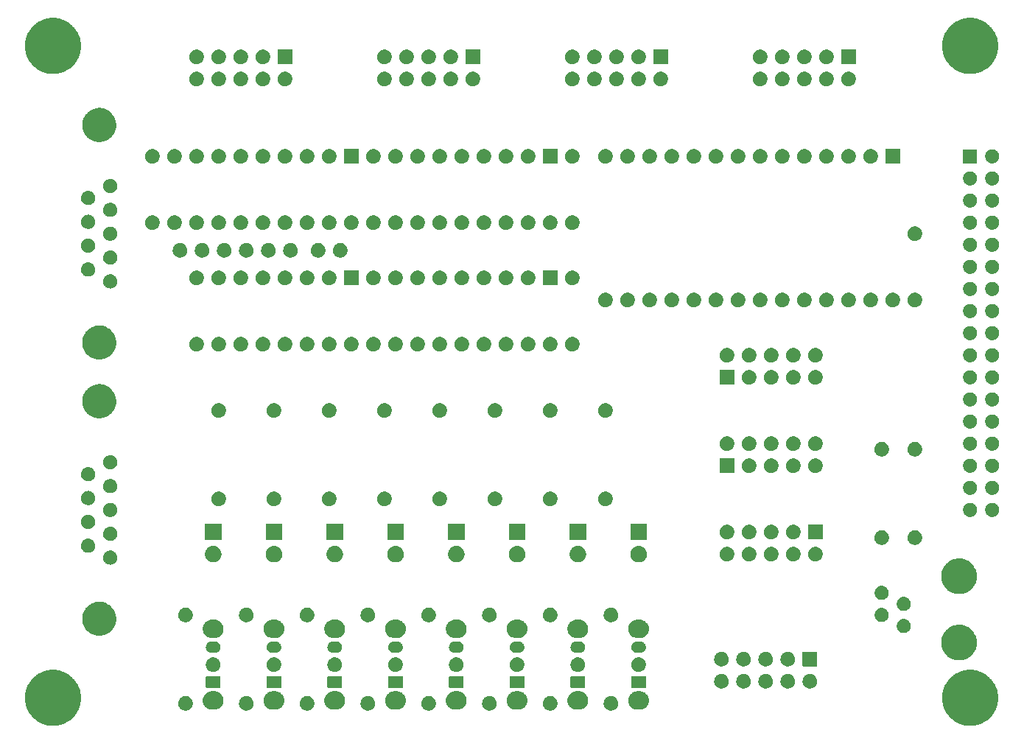
<source format=gbr>
G04 #@! TF.GenerationSoftware,KiCad,Pcbnew,(5.1.0-1546-g4fcfd266e)*
G04 #@! TF.CreationDate,2019-09-02T12:58:36-07:00*
G04 #@! TF.ProjectId,300-1006,3330302d-3130-4303-962e-6b696361645f,rev?*
G04 #@! TF.SameCoordinates,Original*
G04 #@! TF.FileFunction,Soldermask,Bot*
G04 #@! TF.FilePolarity,Negative*
%FSLAX46Y46*%
G04 Gerber Fmt 4.6, Leading zero omitted, Abs format (unit mm)*
G04 Created by KiCad (PCBNEW (5.1.0-1546-g4fcfd266e)) date 2019-09-02 12:58:36*
%MOMM*%
%LPD*%
G04 APERTURE LIST*
%ADD10C,0.100000*%
G04 APERTURE END LIST*
D10*
G36*
X142340652Y-160604579D02*
G01*
X142442881Y-160605293D01*
X142521862Y-160614711D01*
X142594518Y-160618773D01*
X142693880Y-160635222D01*
X142801072Y-160648004D01*
X142873013Y-160664878D01*
X142939267Y-160675846D01*
X143041647Y-160704431D01*
X143152269Y-160730377D01*
X143216517Y-160753255D01*
X143275812Y-160769810D01*
X143379684Y-160811356D01*
X143492095Y-160851384D01*
X143548314Y-160878804D01*
X143600258Y-160899580D01*
X143703910Y-160954692D01*
X143816315Y-161009516D01*
X143864350Y-161040000D01*
X143908786Y-161063627D01*
X144010449Y-161132717D01*
X144120888Y-161202804D01*
X144160815Y-161234906D01*
X144197794Y-161260037D01*
X144295587Y-161343266D01*
X144402017Y-161428837D01*
X144434126Y-161461171D01*
X144463891Y-161486503D01*
X144555870Y-161583768D01*
X144656198Y-161684799D01*
X144680989Y-161716078D01*
X144703983Y-161740393D01*
X144788191Y-161851333D01*
X144880263Y-161967499D01*
X144898413Y-161996545D01*
X144915244Y-162018719D01*
X144989707Y-162142645D01*
X145071420Y-162273414D01*
X145083775Y-162299201D01*
X145095216Y-162318242D01*
X145158023Y-162454168D01*
X145227285Y-162598730D01*
X145234827Y-162620388D01*
X145241783Y-162635442D01*
X145291082Y-162781931D01*
X145345916Y-162939393D01*
X145349743Y-162956239D01*
X145353238Y-162966623D01*
X145387282Y-163121463D01*
X145425835Y-163291156D01*
X145427131Y-163302711D01*
X145428272Y-163307900D01*
X145445455Y-163466077D01*
X145466045Y-163649636D01*
X145465971Y-163654926D01*
X145465987Y-163655072D01*
X145464687Y-164027444D01*
X145460232Y-164065951D01*
X145459751Y-164100370D01*
X145439935Y-164241371D01*
X145424549Y-164374347D01*
X145415890Y-164412458D01*
X145409548Y-164457587D01*
X145375584Y-164589868D01*
X145347134Y-164715090D01*
X145332578Y-164757365D01*
X145319838Y-164806982D01*
X145273394Y-164929247D01*
X145233369Y-165045488D01*
X145211937Y-165091033D01*
X145191741Y-165144200D01*
X145134596Y-165255391D01*
X145084595Y-165361650D01*
X145055438Y-165409418D01*
X145026853Y-165465037D01*
X144960826Y-165564416D01*
X144902535Y-165659912D01*
X144864973Y-165708686D01*
X144827230Y-165765495D01*
X144754189Y-165852542D01*
X144689331Y-165936761D01*
X144642844Y-165985237D01*
X144595358Y-166041829D01*
X144517210Y-166116248D01*
X144447483Y-166188959D01*
X144391723Y-166235747D01*
X144334129Y-166290593D01*
X144252703Y-166352399D01*
X144179795Y-166413576D01*
X144114657Y-166457182D01*
X144046799Y-166508689D01*
X143963868Y-166558126D01*
X143889438Y-166607952D01*
X143815020Y-166646857D01*
X143736948Y-166693397D01*
X143654175Y-166730945D01*
X143579758Y-166769849D01*
X143496372Y-166802528D01*
X143408439Y-166842416D01*
X143327400Y-166868747D01*
X143254427Y-166897345D01*
X143162599Y-166922294D01*
X143065366Y-166953887D01*
X142987454Y-166969880D01*
X142917224Y-166988961D01*
X142817722Y-167004721D01*
X142712006Y-167026421D01*
X142638446Y-167033116D01*
X142572099Y-167043624D01*
X142465921Y-167048817D01*
X142352763Y-167059115D01*
X142284561Y-167057686D01*
X142223082Y-167060693D01*
X142111417Y-167054059D01*
X141992114Y-167051560D01*
X141930125Y-167043289D01*
X141874274Y-167039971D01*
X141758514Y-167020391D01*
X141634555Y-167003852D01*
X141579350Y-166990088D01*
X141529729Y-166981695D01*
X141411453Y-166948226D01*
X141284543Y-166916584D01*
X141236531Y-166898728D01*
X141193511Y-166886555D01*
X141074443Y-166838448D01*
X140946439Y-166790844D01*
X140905763Y-166770297D01*
X140869520Y-166755654D01*
X140751539Y-166692393D01*
X140624458Y-166628200D01*
X140591060Y-166606345D01*
X140561567Y-166590531D01*
X140446658Y-166511851D01*
X140322614Y-166430679D01*
X140296220Y-166408844D01*
X140273253Y-166393118D01*
X140163489Y-166299039D01*
X140044669Y-166200742D01*
X140024805Y-166180172D01*
X140007941Y-166165718D01*
X139905480Y-166056607D01*
X139794086Y-165941256D01*
X139780084Y-165923075D01*
X139768741Y-165910995D01*
X139675779Y-165787631D01*
X139573990Y-165655455D01*
X139565038Y-165640673D01*
X139558447Y-165631927D01*
X139477301Y-165495803D01*
X139387123Y-165346902D01*
X139382245Y-165336344D01*
X139379528Y-165331787D01*
X139313366Y-165187276D01*
X139235815Y-165019441D01*
X139121952Y-164677155D01*
X139083601Y-164496727D01*
X139049924Y-164340966D01*
X139049368Y-164335677D01*
X139046952Y-164324310D01*
X139029964Y-164151052D01*
X139013400Y-163993453D01*
X139013438Y-163982511D01*
X139011751Y-163965304D01*
X139014080Y-163798526D01*
X139014619Y-163644028D01*
X139016468Y-163627546D01*
X139016788Y-163604611D01*
X139036880Y-163445569D01*
X139053569Y-163296779D01*
X139058415Y-163275101D01*
X139061999Y-163246728D01*
X139098265Y-163096822D01*
X139129797Y-162955756D01*
X139138766Y-162929411D01*
X139146821Y-162896114D01*
X139197534Y-162756782D01*
X139242403Y-162624980D01*
X139256541Y-162594662D01*
X139270197Y-162557141D01*
X139333517Y-162429583D01*
X139390080Y-162308284D01*
X139410327Y-162274852D01*
X139430590Y-162234033D01*
X139504572Y-162119235D01*
X139571096Y-162009391D01*
X139598250Y-161973874D01*
X139625999Y-161930817D01*
X139708657Y-161829469D01*
X139783324Y-161731808D01*
X139818037Y-161695356D01*
X139853990Y-161651273D01*
X139943333Y-161563782D01*
X140024300Y-161478758D01*
X140067032Y-161442646D01*
X140111720Y-161398885D01*
X140205756Y-161325416D01*
X140291198Y-161253212D01*
X140342232Y-161218789D01*
X140395977Y-161176799D01*
X140492749Y-161117264D01*
X140580879Y-161057820D01*
X140640292Y-161026495D01*
X140703219Y-160987782D01*
X140800881Y-160941826D01*
X140889986Y-160894846D01*
X140957650Y-160868056D01*
X141029615Y-160834192D01*
X141126396Y-160801245D01*
X141214870Y-160766216D01*
X141290435Y-160745402D01*
X141371098Y-160717942D01*
X141465398Y-160697209D01*
X141551755Y-160673422D01*
X141634660Y-160659994D01*
X141723411Y-160640481D01*
X141813783Y-160630982D01*
X141896685Y-160617555D01*
X141986133Y-160612867D01*
X142082162Y-160602774D01*
X142167370Y-160603369D01*
X142245642Y-160599267D01*
X142340652Y-160604579D01*
X142340652Y-160604579D01*
G37*
G36*
X36930652Y-160604579D02*
G01*
X37032881Y-160605293D01*
X37111862Y-160614711D01*
X37184518Y-160618773D01*
X37283880Y-160635222D01*
X37391072Y-160648004D01*
X37463013Y-160664878D01*
X37529267Y-160675846D01*
X37631647Y-160704431D01*
X37742269Y-160730377D01*
X37806517Y-160753255D01*
X37865812Y-160769810D01*
X37969684Y-160811356D01*
X38082095Y-160851384D01*
X38138314Y-160878804D01*
X38190258Y-160899580D01*
X38293910Y-160954692D01*
X38406315Y-161009516D01*
X38454350Y-161040000D01*
X38498786Y-161063627D01*
X38600449Y-161132717D01*
X38710888Y-161202804D01*
X38750815Y-161234906D01*
X38787794Y-161260037D01*
X38885587Y-161343266D01*
X38992017Y-161428837D01*
X39024126Y-161461171D01*
X39053891Y-161486503D01*
X39145870Y-161583768D01*
X39246198Y-161684799D01*
X39270989Y-161716078D01*
X39293983Y-161740393D01*
X39378191Y-161851333D01*
X39470263Y-161967499D01*
X39488413Y-161996545D01*
X39505244Y-162018719D01*
X39579707Y-162142645D01*
X39661420Y-162273414D01*
X39673775Y-162299201D01*
X39685216Y-162318242D01*
X39748023Y-162454168D01*
X39817285Y-162598730D01*
X39824827Y-162620388D01*
X39831783Y-162635442D01*
X39881082Y-162781931D01*
X39935916Y-162939393D01*
X39939743Y-162956239D01*
X39943238Y-162966623D01*
X39977282Y-163121463D01*
X40015835Y-163291156D01*
X40017131Y-163302711D01*
X40018272Y-163307900D01*
X40035455Y-163466077D01*
X40056045Y-163649636D01*
X40055971Y-163654926D01*
X40055987Y-163655072D01*
X40054687Y-164027444D01*
X40050232Y-164065951D01*
X40049751Y-164100370D01*
X40029935Y-164241371D01*
X40014549Y-164374347D01*
X40005890Y-164412458D01*
X39999548Y-164457587D01*
X39965584Y-164589868D01*
X39937134Y-164715090D01*
X39922578Y-164757365D01*
X39909838Y-164806982D01*
X39863394Y-164929247D01*
X39823369Y-165045488D01*
X39801937Y-165091033D01*
X39781741Y-165144200D01*
X39724596Y-165255391D01*
X39674595Y-165361650D01*
X39645438Y-165409418D01*
X39616853Y-165465037D01*
X39550826Y-165564416D01*
X39492535Y-165659912D01*
X39454973Y-165708686D01*
X39417230Y-165765495D01*
X39344189Y-165852542D01*
X39279331Y-165936761D01*
X39232844Y-165985237D01*
X39185358Y-166041829D01*
X39107210Y-166116248D01*
X39037483Y-166188959D01*
X38981723Y-166235747D01*
X38924129Y-166290593D01*
X38842703Y-166352399D01*
X38769795Y-166413576D01*
X38704657Y-166457182D01*
X38636799Y-166508689D01*
X38553868Y-166558126D01*
X38479438Y-166607952D01*
X38405020Y-166646857D01*
X38326948Y-166693397D01*
X38244175Y-166730945D01*
X38169758Y-166769849D01*
X38086372Y-166802528D01*
X37998439Y-166842416D01*
X37917400Y-166868747D01*
X37844427Y-166897345D01*
X37752599Y-166922294D01*
X37655366Y-166953887D01*
X37577454Y-166969880D01*
X37507224Y-166988961D01*
X37407722Y-167004721D01*
X37302006Y-167026421D01*
X37228446Y-167033116D01*
X37162099Y-167043624D01*
X37055921Y-167048817D01*
X36942763Y-167059115D01*
X36874561Y-167057686D01*
X36813082Y-167060693D01*
X36701417Y-167054059D01*
X36582114Y-167051560D01*
X36520125Y-167043289D01*
X36464274Y-167039971D01*
X36348514Y-167020391D01*
X36224555Y-167003852D01*
X36169350Y-166990088D01*
X36119729Y-166981695D01*
X36001453Y-166948226D01*
X35874543Y-166916584D01*
X35826531Y-166898728D01*
X35783511Y-166886555D01*
X35664443Y-166838448D01*
X35536439Y-166790844D01*
X35495763Y-166770297D01*
X35459520Y-166755654D01*
X35341539Y-166692393D01*
X35214458Y-166628200D01*
X35181060Y-166606345D01*
X35151567Y-166590531D01*
X35036658Y-166511851D01*
X34912614Y-166430679D01*
X34886220Y-166408844D01*
X34863253Y-166393118D01*
X34753489Y-166299039D01*
X34634669Y-166200742D01*
X34614805Y-166180172D01*
X34597941Y-166165718D01*
X34495480Y-166056607D01*
X34384086Y-165941256D01*
X34370084Y-165923075D01*
X34358741Y-165910995D01*
X34265779Y-165787631D01*
X34163990Y-165655455D01*
X34155038Y-165640673D01*
X34148447Y-165631927D01*
X34067301Y-165495803D01*
X33977123Y-165346902D01*
X33972245Y-165336344D01*
X33969528Y-165331787D01*
X33903366Y-165187276D01*
X33825815Y-165019441D01*
X33711952Y-164677155D01*
X33673601Y-164496727D01*
X33639924Y-164340966D01*
X33639368Y-164335677D01*
X33636952Y-164324310D01*
X33619964Y-164151052D01*
X33603400Y-163993453D01*
X33603438Y-163982511D01*
X33601751Y-163965304D01*
X33604080Y-163798526D01*
X33604619Y-163644028D01*
X33606468Y-163627546D01*
X33606788Y-163604611D01*
X33626880Y-163445569D01*
X33643569Y-163296779D01*
X33648415Y-163275101D01*
X33651999Y-163246728D01*
X33688265Y-163096822D01*
X33719797Y-162955756D01*
X33728766Y-162929411D01*
X33736821Y-162896114D01*
X33787534Y-162756782D01*
X33832403Y-162624980D01*
X33846541Y-162594662D01*
X33860197Y-162557141D01*
X33923517Y-162429583D01*
X33980080Y-162308284D01*
X34000327Y-162274852D01*
X34020590Y-162234033D01*
X34094572Y-162119235D01*
X34161096Y-162009391D01*
X34188250Y-161973874D01*
X34215999Y-161930817D01*
X34298657Y-161829469D01*
X34373324Y-161731808D01*
X34408037Y-161695356D01*
X34443990Y-161651273D01*
X34533333Y-161563782D01*
X34614300Y-161478758D01*
X34657032Y-161442646D01*
X34701720Y-161398885D01*
X34795756Y-161325416D01*
X34881198Y-161253212D01*
X34932232Y-161218789D01*
X34985977Y-161176799D01*
X35082749Y-161117264D01*
X35170879Y-161057820D01*
X35230292Y-161026495D01*
X35293219Y-160987782D01*
X35390881Y-160941826D01*
X35479986Y-160894846D01*
X35547650Y-160868056D01*
X35619615Y-160834192D01*
X35716396Y-160801245D01*
X35804870Y-160766216D01*
X35880435Y-160745402D01*
X35961098Y-160717942D01*
X36055398Y-160697209D01*
X36141755Y-160673422D01*
X36224660Y-160659994D01*
X36313411Y-160640481D01*
X36403783Y-160630982D01*
X36486685Y-160617555D01*
X36576133Y-160612867D01*
X36672162Y-160602774D01*
X36757370Y-160603369D01*
X36835642Y-160599267D01*
X36930652Y-160604579D01*
X36930652Y-160604579D01*
G37*
G36*
X59057926Y-163625444D02*
G01*
X59099104Y-163623430D01*
X59142744Y-163630186D01*
X59192740Y-163632981D01*
X59232489Y-163644079D01*
X59267427Y-163649488D01*
X59314316Y-163666926D01*
X59368190Y-163681968D01*
X59399438Y-163698583D01*
X59427070Y-163708859D01*
X59474467Y-163738476D01*
X59529029Y-163767487D01*
X59551502Y-163786613D01*
X59571509Y-163799115D01*
X59616219Y-163841691D01*
X59667752Y-163885550D01*
X59682037Y-163904369D01*
X59694856Y-163916577D01*
X59733433Y-163972081D01*
X59777886Y-164030646D01*
X59785322Y-164046740D01*
X59792065Y-164056441D01*
X59821011Y-164123976D01*
X59854294Y-164196008D01*
X59856833Y-164207556D01*
X59859162Y-164212990D01*
X59875119Y-164290728D01*
X59893410Y-164373919D01*
X59892754Y-164561931D01*
X59873876Y-164645023D01*
X59857382Y-164722622D01*
X59855014Y-164728041D01*
X59852396Y-164739566D01*
X59818622Y-164811340D01*
X59789195Y-164878695D01*
X59782383Y-164888351D01*
X59774836Y-164904390D01*
X59729989Y-164962625D01*
X59691012Y-165017878D01*
X59678101Y-165030002D01*
X59663691Y-165048714D01*
X59611872Y-165092196D01*
X59566850Y-165134474D01*
X59546750Y-165146840D01*
X59524148Y-165165805D01*
X59469394Y-165194430D01*
X59421783Y-165223720D01*
X59394076Y-165233804D01*
X59362716Y-165250199D01*
X59308739Y-165264864D01*
X59261725Y-165281976D01*
X59226749Y-165287141D01*
X59186928Y-165297960D01*
X59136913Y-165300406D01*
X59093228Y-165306857D01*
X59052069Y-165304556D01*
X59004984Y-165306859D01*
X58961400Y-165299487D01*
X58923170Y-165297350D01*
X58877639Y-165285320D01*
X58825374Y-165276480D01*
X58789834Y-165262121D01*
X58758493Y-165253840D01*
X58711055Y-165230292D01*
X58656478Y-165208241D01*
X58629706Y-165189910D01*
X58605933Y-165178109D01*
X58559576Y-165141891D01*
X58506174Y-165105326D01*
X58487990Y-165085962D01*
X58471713Y-165073245D01*
X58429789Y-165023984D01*
X58381476Y-164972536D01*
X58370890Y-164954777D01*
X58361321Y-164943534D01*
X58327333Y-164881710D01*
X58288202Y-164816067D01*
X58283538Y-164802048D01*
X58279268Y-164794280D01*
X58256677Y-164721299D01*
X58230703Y-164643219D01*
X58229775Y-164634394D01*
X58228901Y-164631569D01*
X58220870Y-164549661D01*
X58211662Y-164462056D01*
X58221485Y-164374479D01*
X58230084Y-164292668D01*
X58230978Y-164289851D01*
X58231967Y-164281030D01*
X58258487Y-164203130D01*
X58281586Y-164130311D01*
X58285912Y-164122571D01*
X58290672Y-164108588D01*
X58330255Y-164043229D01*
X58364678Y-163981636D01*
X58374325Y-163970459D01*
X58385036Y-163952774D01*
X58433713Y-163901658D01*
X58475976Y-163852696D01*
X58492339Y-163840095D01*
X58510658Y-163820858D01*
X58564317Y-163784664D01*
X58610922Y-163748774D01*
X58634775Y-163737140D01*
X58661676Y-163718995D01*
X58716405Y-163697326D01*
X58764007Y-163674109D01*
X58795408Y-163666047D01*
X58831045Y-163651937D01*
X58883368Y-163643463D01*
X58928982Y-163631751D01*
X58967228Y-163629880D01*
X59010863Y-163622813D01*
X59057926Y-163625444D01*
X59057926Y-163625444D01*
G37*
G36*
X52072926Y-163625444D02*
G01*
X52114104Y-163623430D01*
X52157744Y-163630186D01*
X52207740Y-163632981D01*
X52247489Y-163644079D01*
X52282427Y-163649488D01*
X52329316Y-163666926D01*
X52383190Y-163681968D01*
X52414438Y-163698583D01*
X52442070Y-163708859D01*
X52489467Y-163738476D01*
X52544029Y-163767487D01*
X52566502Y-163786613D01*
X52586509Y-163799115D01*
X52631219Y-163841691D01*
X52682752Y-163885550D01*
X52697037Y-163904369D01*
X52709856Y-163916577D01*
X52748433Y-163972081D01*
X52792886Y-164030646D01*
X52800322Y-164046740D01*
X52807065Y-164056441D01*
X52836011Y-164123976D01*
X52869294Y-164196008D01*
X52871833Y-164207556D01*
X52874162Y-164212990D01*
X52890119Y-164290728D01*
X52908410Y-164373919D01*
X52907754Y-164561931D01*
X52888876Y-164645023D01*
X52872382Y-164722622D01*
X52870014Y-164728041D01*
X52867396Y-164739566D01*
X52833622Y-164811340D01*
X52804195Y-164878695D01*
X52797383Y-164888351D01*
X52789836Y-164904390D01*
X52744989Y-164962625D01*
X52706012Y-165017878D01*
X52693101Y-165030002D01*
X52678691Y-165048714D01*
X52626872Y-165092196D01*
X52581850Y-165134474D01*
X52561750Y-165146840D01*
X52539148Y-165165805D01*
X52484394Y-165194430D01*
X52436783Y-165223720D01*
X52409076Y-165233804D01*
X52377716Y-165250199D01*
X52323739Y-165264864D01*
X52276725Y-165281976D01*
X52241749Y-165287141D01*
X52201928Y-165297960D01*
X52151913Y-165300406D01*
X52108228Y-165306857D01*
X52067069Y-165304556D01*
X52019984Y-165306859D01*
X51976400Y-165299487D01*
X51938170Y-165297350D01*
X51892639Y-165285320D01*
X51840374Y-165276480D01*
X51804834Y-165262121D01*
X51773493Y-165253840D01*
X51726055Y-165230292D01*
X51671478Y-165208241D01*
X51644706Y-165189910D01*
X51620933Y-165178109D01*
X51574576Y-165141891D01*
X51521174Y-165105326D01*
X51502990Y-165085962D01*
X51486713Y-165073245D01*
X51444789Y-165023984D01*
X51396476Y-164972536D01*
X51385890Y-164954777D01*
X51376321Y-164943534D01*
X51342333Y-164881710D01*
X51303202Y-164816067D01*
X51298538Y-164802048D01*
X51294268Y-164794280D01*
X51271677Y-164721299D01*
X51245703Y-164643219D01*
X51244775Y-164634394D01*
X51243901Y-164631569D01*
X51235870Y-164549661D01*
X51226662Y-164462056D01*
X51236485Y-164374479D01*
X51245084Y-164292668D01*
X51245978Y-164289851D01*
X51246967Y-164281030D01*
X51273487Y-164203130D01*
X51296586Y-164130311D01*
X51300912Y-164122571D01*
X51305672Y-164108588D01*
X51345255Y-164043229D01*
X51379678Y-163981636D01*
X51389325Y-163970459D01*
X51400036Y-163952774D01*
X51448713Y-163901658D01*
X51490976Y-163852696D01*
X51507339Y-163840095D01*
X51525658Y-163820858D01*
X51579317Y-163784664D01*
X51625922Y-163748774D01*
X51649775Y-163737140D01*
X51676676Y-163718995D01*
X51731405Y-163697326D01*
X51779007Y-163674109D01*
X51810408Y-163666047D01*
X51846045Y-163651937D01*
X51898368Y-163643463D01*
X51943982Y-163631751D01*
X51982228Y-163629880D01*
X52025863Y-163622813D01*
X52072926Y-163625444D01*
X52072926Y-163625444D01*
G37*
G36*
X73027926Y-163625444D02*
G01*
X73069104Y-163623430D01*
X73112744Y-163630186D01*
X73162740Y-163632981D01*
X73202489Y-163644079D01*
X73237427Y-163649488D01*
X73284316Y-163666926D01*
X73338190Y-163681968D01*
X73369438Y-163698583D01*
X73397070Y-163708859D01*
X73444467Y-163738476D01*
X73499029Y-163767487D01*
X73521502Y-163786613D01*
X73541509Y-163799115D01*
X73586219Y-163841691D01*
X73637752Y-163885550D01*
X73652037Y-163904369D01*
X73664856Y-163916577D01*
X73703433Y-163972081D01*
X73747886Y-164030646D01*
X73755322Y-164046740D01*
X73762065Y-164056441D01*
X73791011Y-164123976D01*
X73824294Y-164196008D01*
X73826833Y-164207556D01*
X73829162Y-164212990D01*
X73845119Y-164290728D01*
X73863410Y-164373919D01*
X73862754Y-164561931D01*
X73843876Y-164645023D01*
X73827382Y-164722622D01*
X73825014Y-164728041D01*
X73822396Y-164739566D01*
X73788622Y-164811340D01*
X73759195Y-164878695D01*
X73752383Y-164888351D01*
X73744836Y-164904390D01*
X73699989Y-164962625D01*
X73661012Y-165017878D01*
X73648101Y-165030002D01*
X73633691Y-165048714D01*
X73581872Y-165092196D01*
X73536850Y-165134474D01*
X73516750Y-165146840D01*
X73494148Y-165165805D01*
X73439394Y-165194430D01*
X73391783Y-165223720D01*
X73364076Y-165233804D01*
X73332716Y-165250199D01*
X73278739Y-165264864D01*
X73231725Y-165281976D01*
X73196749Y-165287141D01*
X73156928Y-165297960D01*
X73106913Y-165300406D01*
X73063228Y-165306857D01*
X73022069Y-165304556D01*
X72974984Y-165306859D01*
X72931400Y-165299487D01*
X72893170Y-165297350D01*
X72847639Y-165285320D01*
X72795374Y-165276480D01*
X72759834Y-165262121D01*
X72728493Y-165253840D01*
X72681055Y-165230292D01*
X72626478Y-165208241D01*
X72599706Y-165189910D01*
X72575933Y-165178109D01*
X72529576Y-165141891D01*
X72476174Y-165105326D01*
X72457990Y-165085962D01*
X72441713Y-165073245D01*
X72399789Y-165023984D01*
X72351476Y-164972536D01*
X72340890Y-164954777D01*
X72331321Y-164943534D01*
X72297333Y-164881710D01*
X72258202Y-164816067D01*
X72253538Y-164802048D01*
X72249268Y-164794280D01*
X72226677Y-164721299D01*
X72200703Y-164643219D01*
X72199775Y-164634394D01*
X72198901Y-164631569D01*
X72190870Y-164549661D01*
X72181662Y-164462056D01*
X72191485Y-164374479D01*
X72200084Y-164292668D01*
X72200978Y-164289851D01*
X72201967Y-164281030D01*
X72228487Y-164203130D01*
X72251586Y-164130311D01*
X72255912Y-164122571D01*
X72260672Y-164108588D01*
X72300255Y-164043229D01*
X72334678Y-163981636D01*
X72344325Y-163970459D01*
X72355036Y-163952774D01*
X72403713Y-163901658D01*
X72445976Y-163852696D01*
X72462339Y-163840095D01*
X72480658Y-163820858D01*
X72534317Y-163784664D01*
X72580922Y-163748774D01*
X72604775Y-163737140D01*
X72631676Y-163718995D01*
X72686405Y-163697326D01*
X72734007Y-163674109D01*
X72765408Y-163666047D01*
X72801045Y-163651937D01*
X72853368Y-163643463D01*
X72898982Y-163631751D01*
X72937228Y-163629880D01*
X72980863Y-163622813D01*
X73027926Y-163625444D01*
X73027926Y-163625444D01*
G37*
G36*
X80012926Y-163625444D02*
G01*
X80054104Y-163623430D01*
X80097744Y-163630186D01*
X80147740Y-163632981D01*
X80187489Y-163644079D01*
X80222427Y-163649488D01*
X80269316Y-163666926D01*
X80323190Y-163681968D01*
X80354438Y-163698583D01*
X80382070Y-163708859D01*
X80429467Y-163738476D01*
X80484029Y-163767487D01*
X80506502Y-163786613D01*
X80526509Y-163799115D01*
X80571219Y-163841691D01*
X80622752Y-163885550D01*
X80637037Y-163904369D01*
X80649856Y-163916577D01*
X80688433Y-163972081D01*
X80732886Y-164030646D01*
X80740322Y-164046740D01*
X80747065Y-164056441D01*
X80776011Y-164123976D01*
X80809294Y-164196008D01*
X80811833Y-164207556D01*
X80814162Y-164212990D01*
X80830119Y-164290728D01*
X80848410Y-164373919D01*
X80847754Y-164561931D01*
X80828876Y-164645023D01*
X80812382Y-164722622D01*
X80810014Y-164728041D01*
X80807396Y-164739566D01*
X80773622Y-164811340D01*
X80744195Y-164878695D01*
X80737383Y-164888351D01*
X80729836Y-164904390D01*
X80684989Y-164962625D01*
X80646012Y-165017878D01*
X80633101Y-165030002D01*
X80618691Y-165048714D01*
X80566872Y-165092196D01*
X80521850Y-165134474D01*
X80501750Y-165146840D01*
X80479148Y-165165805D01*
X80424394Y-165194430D01*
X80376783Y-165223720D01*
X80349076Y-165233804D01*
X80317716Y-165250199D01*
X80263739Y-165264864D01*
X80216725Y-165281976D01*
X80181749Y-165287141D01*
X80141928Y-165297960D01*
X80091913Y-165300406D01*
X80048228Y-165306857D01*
X80007069Y-165304556D01*
X79959984Y-165306859D01*
X79916400Y-165299487D01*
X79878170Y-165297350D01*
X79832639Y-165285320D01*
X79780374Y-165276480D01*
X79744834Y-165262121D01*
X79713493Y-165253840D01*
X79666055Y-165230292D01*
X79611478Y-165208241D01*
X79584706Y-165189910D01*
X79560933Y-165178109D01*
X79514576Y-165141891D01*
X79461174Y-165105326D01*
X79442990Y-165085962D01*
X79426713Y-165073245D01*
X79384789Y-165023984D01*
X79336476Y-164972536D01*
X79325890Y-164954777D01*
X79316321Y-164943534D01*
X79282333Y-164881710D01*
X79243202Y-164816067D01*
X79238538Y-164802048D01*
X79234268Y-164794280D01*
X79211677Y-164721299D01*
X79185703Y-164643219D01*
X79184775Y-164634394D01*
X79183901Y-164631569D01*
X79175870Y-164549661D01*
X79166662Y-164462056D01*
X79176485Y-164374479D01*
X79185084Y-164292668D01*
X79185978Y-164289851D01*
X79186967Y-164281030D01*
X79213487Y-164203130D01*
X79236586Y-164130311D01*
X79240912Y-164122571D01*
X79245672Y-164108588D01*
X79285255Y-164043229D01*
X79319678Y-163981636D01*
X79329325Y-163970459D01*
X79340036Y-163952774D01*
X79388713Y-163901658D01*
X79430976Y-163852696D01*
X79447339Y-163840095D01*
X79465658Y-163820858D01*
X79519317Y-163784664D01*
X79565922Y-163748774D01*
X79589775Y-163737140D01*
X79616676Y-163718995D01*
X79671405Y-163697326D01*
X79719007Y-163674109D01*
X79750408Y-163666047D01*
X79786045Y-163651937D01*
X79838368Y-163643463D01*
X79883982Y-163631751D01*
X79922228Y-163629880D01*
X79965863Y-163622813D01*
X80012926Y-163625444D01*
X80012926Y-163625444D01*
G37*
G36*
X86997926Y-163625444D02*
G01*
X87039104Y-163623430D01*
X87082744Y-163630186D01*
X87132740Y-163632981D01*
X87172489Y-163644079D01*
X87207427Y-163649488D01*
X87254316Y-163666926D01*
X87308190Y-163681968D01*
X87339438Y-163698583D01*
X87367070Y-163708859D01*
X87414467Y-163738476D01*
X87469029Y-163767487D01*
X87491502Y-163786613D01*
X87511509Y-163799115D01*
X87556219Y-163841691D01*
X87607752Y-163885550D01*
X87622037Y-163904369D01*
X87634856Y-163916577D01*
X87673433Y-163972081D01*
X87717886Y-164030646D01*
X87725322Y-164046740D01*
X87732065Y-164056441D01*
X87761011Y-164123976D01*
X87794294Y-164196008D01*
X87796833Y-164207556D01*
X87799162Y-164212990D01*
X87815119Y-164290728D01*
X87833410Y-164373919D01*
X87832754Y-164561931D01*
X87813876Y-164645023D01*
X87797382Y-164722622D01*
X87795014Y-164728041D01*
X87792396Y-164739566D01*
X87758622Y-164811340D01*
X87729195Y-164878695D01*
X87722383Y-164888351D01*
X87714836Y-164904390D01*
X87669989Y-164962625D01*
X87631012Y-165017878D01*
X87618101Y-165030002D01*
X87603691Y-165048714D01*
X87551872Y-165092196D01*
X87506850Y-165134474D01*
X87486750Y-165146840D01*
X87464148Y-165165805D01*
X87409394Y-165194430D01*
X87361783Y-165223720D01*
X87334076Y-165233804D01*
X87302716Y-165250199D01*
X87248739Y-165264864D01*
X87201725Y-165281976D01*
X87166749Y-165287141D01*
X87126928Y-165297960D01*
X87076913Y-165300406D01*
X87033228Y-165306857D01*
X86992069Y-165304556D01*
X86944984Y-165306859D01*
X86901400Y-165299487D01*
X86863170Y-165297350D01*
X86817639Y-165285320D01*
X86765374Y-165276480D01*
X86729834Y-165262121D01*
X86698493Y-165253840D01*
X86651055Y-165230292D01*
X86596478Y-165208241D01*
X86569706Y-165189910D01*
X86545933Y-165178109D01*
X86499576Y-165141891D01*
X86446174Y-165105326D01*
X86427990Y-165085962D01*
X86411713Y-165073245D01*
X86369789Y-165023984D01*
X86321476Y-164972536D01*
X86310890Y-164954777D01*
X86301321Y-164943534D01*
X86267333Y-164881710D01*
X86228202Y-164816067D01*
X86223538Y-164802048D01*
X86219268Y-164794280D01*
X86196677Y-164721299D01*
X86170703Y-164643219D01*
X86169775Y-164634394D01*
X86168901Y-164631569D01*
X86160870Y-164549661D01*
X86151662Y-164462056D01*
X86161485Y-164374479D01*
X86170084Y-164292668D01*
X86170978Y-164289851D01*
X86171967Y-164281030D01*
X86198487Y-164203130D01*
X86221586Y-164130311D01*
X86225912Y-164122571D01*
X86230672Y-164108588D01*
X86270255Y-164043229D01*
X86304678Y-163981636D01*
X86314325Y-163970459D01*
X86325036Y-163952774D01*
X86373713Y-163901658D01*
X86415976Y-163852696D01*
X86432339Y-163840095D01*
X86450658Y-163820858D01*
X86504317Y-163784664D01*
X86550922Y-163748774D01*
X86574775Y-163737140D01*
X86601676Y-163718995D01*
X86656405Y-163697326D01*
X86704007Y-163674109D01*
X86735408Y-163666047D01*
X86771045Y-163651937D01*
X86823368Y-163643463D01*
X86868982Y-163631751D01*
X86907228Y-163629880D01*
X86950863Y-163622813D01*
X86997926Y-163625444D01*
X86997926Y-163625444D01*
G37*
G36*
X93982926Y-163625444D02*
G01*
X94024104Y-163623430D01*
X94067744Y-163630186D01*
X94117740Y-163632981D01*
X94157489Y-163644079D01*
X94192427Y-163649488D01*
X94239316Y-163666926D01*
X94293190Y-163681968D01*
X94324438Y-163698583D01*
X94352070Y-163708859D01*
X94399467Y-163738476D01*
X94454029Y-163767487D01*
X94476502Y-163786613D01*
X94496509Y-163799115D01*
X94541219Y-163841691D01*
X94592752Y-163885550D01*
X94607037Y-163904369D01*
X94619856Y-163916577D01*
X94658433Y-163972081D01*
X94702886Y-164030646D01*
X94710322Y-164046740D01*
X94717065Y-164056441D01*
X94746011Y-164123976D01*
X94779294Y-164196008D01*
X94781833Y-164207556D01*
X94784162Y-164212990D01*
X94800119Y-164290728D01*
X94818410Y-164373919D01*
X94817754Y-164561931D01*
X94798876Y-164645023D01*
X94782382Y-164722622D01*
X94780014Y-164728041D01*
X94777396Y-164739566D01*
X94743622Y-164811340D01*
X94714195Y-164878695D01*
X94707383Y-164888351D01*
X94699836Y-164904390D01*
X94654989Y-164962625D01*
X94616012Y-165017878D01*
X94603101Y-165030002D01*
X94588691Y-165048714D01*
X94536872Y-165092196D01*
X94491850Y-165134474D01*
X94471750Y-165146840D01*
X94449148Y-165165805D01*
X94394394Y-165194430D01*
X94346783Y-165223720D01*
X94319076Y-165233804D01*
X94287716Y-165250199D01*
X94233739Y-165264864D01*
X94186725Y-165281976D01*
X94151749Y-165287141D01*
X94111928Y-165297960D01*
X94061913Y-165300406D01*
X94018228Y-165306857D01*
X93977069Y-165304556D01*
X93929984Y-165306859D01*
X93886400Y-165299487D01*
X93848170Y-165297350D01*
X93802639Y-165285320D01*
X93750374Y-165276480D01*
X93714834Y-165262121D01*
X93683493Y-165253840D01*
X93636055Y-165230292D01*
X93581478Y-165208241D01*
X93554706Y-165189910D01*
X93530933Y-165178109D01*
X93484576Y-165141891D01*
X93431174Y-165105326D01*
X93412990Y-165085962D01*
X93396713Y-165073245D01*
X93354789Y-165023984D01*
X93306476Y-164972536D01*
X93295890Y-164954777D01*
X93286321Y-164943534D01*
X93252333Y-164881710D01*
X93213202Y-164816067D01*
X93208538Y-164802048D01*
X93204268Y-164794280D01*
X93181677Y-164721299D01*
X93155703Y-164643219D01*
X93154775Y-164634394D01*
X93153901Y-164631569D01*
X93145870Y-164549661D01*
X93136662Y-164462056D01*
X93146485Y-164374479D01*
X93155084Y-164292668D01*
X93155978Y-164289851D01*
X93156967Y-164281030D01*
X93183487Y-164203130D01*
X93206586Y-164130311D01*
X93210912Y-164122571D01*
X93215672Y-164108588D01*
X93255255Y-164043229D01*
X93289678Y-163981636D01*
X93299325Y-163970459D01*
X93310036Y-163952774D01*
X93358713Y-163901658D01*
X93400976Y-163852696D01*
X93417339Y-163840095D01*
X93435658Y-163820858D01*
X93489317Y-163784664D01*
X93535922Y-163748774D01*
X93559775Y-163737140D01*
X93586676Y-163718995D01*
X93641405Y-163697326D01*
X93689007Y-163674109D01*
X93720408Y-163666047D01*
X93756045Y-163651937D01*
X93808368Y-163643463D01*
X93853982Y-163631751D01*
X93892228Y-163629880D01*
X93935863Y-163622813D01*
X93982926Y-163625444D01*
X93982926Y-163625444D01*
G37*
G36*
X100967926Y-163625444D02*
G01*
X101009104Y-163623430D01*
X101052744Y-163630186D01*
X101102740Y-163632981D01*
X101142489Y-163644079D01*
X101177427Y-163649488D01*
X101224316Y-163666926D01*
X101278190Y-163681968D01*
X101309438Y-163698583D01*
X101337070Y-163708859D01*
X101384467Y-163738476D01*
X101439029Y-163767487D01*
X101461502Y-163786613D01*
X101481509Y-163799115D01*
X101526219Y-163841691D01*
X101577752Y-163885550D01*
X101592037Y-163904369D01*
X101604856Y-163916577D01*
X101643433Y-163972081D01*
X101687886Y-164030646D01*
X101695322Y-164046740D01*
X101702065Y-164056441D01*
X101731011Y-164123976D01*
X101764294Y-164196008D01*
X101766833Y-164207556D01*
X101769162Y-164212990D01*
X101785119Y-164290728D01*
X101803410Y-164373919D01*
X101802754Y-164561931D01*
X101783876Y-164645023D01*
X101767382Y-164722622D01*
X101765014Y-164728041D01*
X101762396Y-164739566D01*
X101728622Y-164811340D01*
X101699195Y-164878695D01*
X101692383Y-164888351D01*
X101684836Y-164904390D01*
X101639989Y-164962625D01*
X101601012Y-165017878D01*
X101588101Y-165030002D01*
X101573691Y-165048714D01*
X101521872Y-165092196D01*
X101476850Y-165134474D01*
X101456750Y-165146840D01*
X101434148Y-165165805D01*
X101379394Y-165194430D01*
X101331783Y-165223720D01*
X101304076Y-165233804D01*
X101272716Y-165250199D01*
X101218739Y-165264864D01*
X101171725Y-165281976D01*
X101136749Y-165287141D01*
X101096928Y-165297960D01*
X101046913Y-165300406D01*
X101003228Y-165306857D01*
X100962069Y-165304556D01*
X100914984Y-165306859D01*
X100871400Y-165299487D01*
X100833170Y-165297350D01*
X100787639Y-165285320D01*
X100735374Y-165276480D01*
X100699834Y-165262121D01*
X100668493Y-165253840D01*
X100621055Y-165230292D01*
X100566478Y-165208241D01*
X100539706Y-165189910D01*
X100515933Y-165178109D01*
X100469576Y-165141891D01*
X100416174Y-165105326D01*
X100397990Y-165085962D01*
X100381713Y-165073245D01*
X100339789Y-165023984D01*
X100291476Y-164972536D01*
X100280890Y-164954777D01*
X100271321Y-164943534D01*
X100237333Y-164881710D01*
X100198202Y-164816067D01*
X100193538Y-164802048D01*
X100189268Y-164794280D01*
X100166677Y-164721299D01*
X100140703Y-164643219D01*
X100139775Y-164634394D01*
X100138901Y-164631569D01*
X100130870Y-164549661D01*
X100121662Y-164462056D01*
X100131485Y-164374479D01*
X100140084Y-164292668D01*
X100140978Y-164289851D01*
X100141967Y-164281030D01*
X100168487Y-164203130D01*
X100191586Y-164130311D01*
X100195912Y-164122571D01*
X100200672Y-164108588D01*
X100240255Y-164043229D01*
X100274678Y-163981636D01*
X100284325Y-163970459D01*
X100295036Y-163952774D01*
X100343713Y-163901658D01*
X100385976Y-163852696D01*
X100402339Y-163840095D01*
X100420658Y-163820858D01*
X100474317Y-163784664D01*
X100520922Y-163748774D01*
X100544775Y-163737140D01*
X100571676Y-163718995D01*
X100626405Y-163697326D01*
X100674007Y-163674109D01*
X100705408Y-163666047D01*
X100741045Y-163651937D01*
X100793368Y-163643463D01*
X100838982Y-163631751D01*
X100877228Y-163629880D01*
X100920863Y-163622813D01*
X100967926Y-163625444D01*
X100967926Y-163625444D01*
G37*
G36*
X66042926Y-163625444D02*
G01*
X66084104Y-163623430D01*
X66127744Y-163630186D01*
X66177740Y-163632981D01*
X66217489Y-163644079D01*
X66252427Y-163649488D01*
X66299316Y-163666926D01*
X66353190Y-163681968D01*
X66384438Y-163698583D01*
X66412070Y-163708859D01*
X66459467Y-163738476D01*
X66514029Y-163767487D01*
X66536502Y-163786613D01*
X66556509Y-163799115D01*
X66601219Y-163841691D01*
X66652752Y-163885550D01*
X66667037Y-163904369D01*
X66679856Y-163916577D01*
X66718433Y-163972081D01*
X66762886Y-164030646D01*
X66770322Y-164046740D01*
X66777065Y-164056441D01*
X66806011Y-164123976D01*
X66839294Y-164196008D01*
X66841833Y-164207556D01*
X66844162Y-164212990D01*
X66860119Y-164290728D01*
X66878410Y-164373919D01*
X66877754Y-164561931D01*
X66858876Y-164645023D01*
X66842382Y-164722622D01*
X66840014Y-164728041D01*
X66837396Y-164739566D01*
X66803622Y-164811340D01*
X66774195Y-164878695D01*
X66767383Y-164888351D01*
X66759836Y-164904390D01*
X66714989Y-164962625D01*
X66676012Y-165017878D01*
X66663101Y-165030002D01*
X66648691Y-165048714D01*
X66596872Y-165092196D01*
X66551850Y-165134474D01*
X66531750Y-165146840D01*
X66509148Y-165165805D01*
X66454394Y-165194430D01*
X66406783Y-165223720D01*
X66379076Y-165233804D01*
X66347716Y-165250199D01*
X66293739Y-165264864D01*
X66246725Y-165281976D01*
X66211749Y-165287141D01*
X66171928Y-165297960D01*
X66121913Y-165300406D01*
X66078228Y-165306857D01*
X66037069Y-165304556D01*
X65989984Y-165306859D01*
X65946400Y-165299487D01*
X65908170Y-165297350D01*
X65862639Y-165285320D01*
X65810374Y-165276480D01*
X65774834Y-165262121D01*
X65743493Y-165253840D01*
X65696055Y-165230292D01*
X65641478Y-165208241D01*
X65614706Y-165189910D01*
X65590933Y-165178109D01*
X65544576Y-165141891D01*
X65491174Y-165105326D01*
X65472990Y-165085962D01*
X65456713Y-165073245D01*
X65414789Y-165023984D01*
X65366476Y-164972536D01*
X65355890Y-164954777D01*
X65346321Y-164943534D01*
X65312333Y-164881710D01*
X65273202Y-164816067D01*
X65268538Y-164802048D01*
X65264268Y-164794280D01*
X65241677Y-164721299D01*
X65215703Y-164643219D01*
X65214775Y-164634394D01*
X65213901Y-164631569D01*
X65205870Y-164549661D01*
X65196662Y-164462056D01*
X65206485Y-164374479D01*
X65215084Y-164292668D01*
X65215978Y-164289851D01*
X65216967Y-164281030D01*
X65243487Y-164203130D01*
X65266586Y-164130311D01*
X65270912Y-164122571D01*
X65275672Y-164108588D01*
X65315255Y-164043229D01*
X65349678Y-163981636D01*
X65359325Y-163970459D01*
X65370036Y-163952774D01*
X65418713Y-163901658D01*
X65460976Y-163852696D01*
X65477339Y-163840095D01*
X65495658Y-163820858D01*
X65549317Y-163784664D01*
X65595922Y-163748774D01*
X65619775Y-163737140D01*
X65646676Y-163718995D01*
X65701405Y-163697326D01*
X65749007Y-163674109D01*
X65780408Y-163666047D01*
X65816045Y-163651937D01*
X65868368Y-163643463D01*
X65913982Y-163631751D01*
X65952228Y-163629880D01*
X65995863Y-163622813D01*
X66042926Y-163625444D01*
X66042926Y-163625444D01*
G37*
G36*
X76562572Y-163101793D02*
G01*
X76651551Y-163130019D01*
X76746924Y-163159633D01*
X76749987Y-163161244D01*
X76759036Y-163164115D01*
X76839037Y-163208096D01*
X76917874Y-163249574D01*
X76925682Y-163255729D01*
X76939653Y-163263410D01*
X77005324Y-163318515D01*
X77069566Y-163369159D01*
X77080392Y-163381504D01*
X77097544Y-163395896D01*
X77147471Y-163457993D01*
X77196927Y-163514387D01*
X77208635Y-163534066D01*
X77226694Y-163556527D01*
X77260716Y-163621605D01*
X77295690Y-163680390D01*
X77305860Y-163707957D01*
X77322185Y-163739184D01*
X77341143Y-163803598D01*
X77362545Y-163861611D01*
X77368616Y-163896942D01*
X77380379Y-163936909D01*
X77385891Y-163997475D01*
X77395258Y-164051989D01*
X77394704Y-164094316D01*
X77399059Y-164142173D01*
X77393368Y-164196319D01*
X77392729Y-164245131D01*
X77383206Y-164293009D01*
X77377515Y-164347155D01*
X77363305Y-164393059D01*
X77355046Y-164434583D01*
X77334545Y-164485969D01*
X77316566Y-164544049D01*
X77296755Y-164580689D01*
X77283468Y-164613992D01*
X77250469Y-164666293D01*
X77218534Y-164725355D01*
X77196073Y-164752506D01*
X77180395Y-164777354D01*
X77133969Y-164827577D01*
X77087154Y-164884167D01*
X77064818Y-164902384D01*
X77049275Y-164919198D01*
X76989177Y-164964076D01*
X76927429Y-165014436D01*
X76907659Y-165024948D01*
X76894503Y-165034772D01*
X76821147Y-165070947D01*
X76745443Y-165111199D01*
X76730175Y-165115809D01*
X76721262Y-165120204D01*
X76635565Y-165144373D01*
X76548128Y-165170772D01*
X76538676Y-165171699D01*
X76535353Y-165172636D01*
X76436147Y-165181752D01*
X76394861Y-165185800D01*
X76008620Y-165185800D01*
X75837428Y-165167807D01*
X75748449Y-165139581D01*
X75653076Y-165109967D01*
X75650013Y-165108356D01*
X75640964Y-165105485D01*
X75560963Y-165061504D01*
X75482126Y-165020026D01*
X75474318Y-165013871D01*
X75460347Y-165006190D01*
X75394676Y-164951085D01*
X75330434Y-164900441D01*
X75319608Y-164888096D01*
X75302456Y-164873704D01*
X75252529Y-164811607D01*
X75203073Y-164755213D01*
X75191365Y-164735534D01*
X75173306Y-164713073D01*
X75139284Y-164647995D01*
X75104310Y-164589210D01*
X75094140Y-164561643D01*
X75077815Y-164530416D01*
X75058857Y-164466002D01*
X75037455Y-164407989D01*
X75031384Y-164372658D01*
X75019621Y-164332691D01*
X75014109Y-164272125D01*
X75004742Y-164217611D01*
X75005296Y-164175284D01*
X75000941Y-164127427D01*
X75006632Y-164073281D01*
X75007271Y-164024469D01*
X75016794Y-163976591D01*
X75022485Y-163922445D01*
X75036695Y-163876541D01*
X75044954Y-163835017D01*
X75065455Y-163783631D01*
X75083434Y-163725551D01*
X75103245Y-163688911D01*
X75116532Y-163655608D01*
X75149531Y-163603307D01*
X75181466Y-163544245D01*
X75203927Y-163517094D01*
X75219605Y-163492246D01*
X75266031Y-163442023D01*
X75312846Y-163385433D01*
X75335182Y-163367216D01*
X75350725Y-163350402D01*
X75410823Y-163305524D01*
X75472571Y-163255164D01*
X75492341Y-163244652D01*
X75505497Y-163234828D01*
X75578853Y-163198653D01*
X75654557Y-163158401D01*
X75669825Y-163153791D01*
X75678738Y-163149396D01*
X75764435Y-163125227D01*
X75851872Y-163098828D01*
X75861324Y-163097901D01*
X75864647Y-163096964D01*
X75963853Y-163087848D01*
X76005139Y-163083800D01*
X76391380Y-163083800D01*
X76562572Y-163101793D01*
X76562572Y-163101793D01*
G37*
G36*
X69577572Y-163101793D02*
G01*
X69666551Y-163130019D01*
X69761924Y-163159633D01*
X69764987Y-163161244D01*
X69774036Y-163164115D01*
X69854037Y-163208096D01*
X69932874Y-163249574D01*
X69940682Y-163255729D01*
X69954653Y-163263410D01*
X70020324Y-163318515D01*
X70084566Y-163369159D01*
X70095392Y-163381504D01*
X70112544Y-163395896D01*
X70162471Y-163457993D01*
X70211927Y-163514387D01*
X70223635Y-163534066D01*
X70241694Y-163556527D01*
X70275716Y-163621605D01*
X70310690Y-163680390D01*
X70320860Y-163707957D01*
X70337185Y-163739184D01*
X70356143Y-163803598D01*
X70377545Y-163861611D01*
X70383616Y-163896942D01*
X70395379Y-163936909D01*
X70400891Y-163997475D01*
X70410258Y-164051989D01*
X70409704Y-164094316D01*
X70414059Y-164142173D01*
X70408368Y-164196319D01*
X70407729Y-164245131D01*
X70398206Y-164293009D01*
X70392515Y-164347155D01*
X70378305Y-164393059D01*
X70370046Y-164434583D01*
X70349545Y-164485969D01*
X70331566Y-164544049D01*
X70311755Y-164580689D01*
X70298468Y-164613992D01*
X70265469Y-164666293D01*
X70233534Y-164725355D01*
X70211073Y-164752506D01*
X70195395Y-164777354D01*
X70148969Y-164827577D01*
X70102154Y-164884167D01*
X70079818Y-164902384D01*
X70064275Y-164919198D01*
X70004177Y-164964076D01*
X69942429Y-165014436D01*
X69922659Y-165024948D01*
X69909503Y-165034772D01*
X69836147Y-165070947D01*
X69760443Y-165111199D01*
X69745175Y-165115809D01*
X69736262Y-165120204D01*
X69650565Y-165144373D01*
X69563128Y-165170772D01*
X69553676Y-165171699D01*
X69550353Y-165172636D01*
X69451147Y-165181752D01*
X69409861Y-165185800D01*
X69023620Y-165185800D01*
X68852428Y-165167807D01*
X68763449Y-165139581D01*
X68668076Y-165109967D01*
X68665013Y-165108356D01*
X68655964Y-165105485D01*
X68575963Y-165061504D01*
X68497126Y-165020026D01*
X68489318Y-165013871D01*
X68475347Y-165006190D01*
X68409676Y-164951085D01*
X68345434Y-164900441D01*
X68334608Y-164888096D01*
X68317456Y-164873704D01*
X68267529Y-164811607D01*
X68218073Y-164755213D01*
X68206365Y-164735534D01*
X68188306Y-164713073D01*
X68154284Y-164647995D01*
X68119310Y-164589210D01*
X68109140Y-164561643D01*
X68092815Y-164530416D01*
X68073857Y-164466002D01*
X68052455Y-164407989D01*
X68046384Y-164372658D01*
X68034621Y-164332691D01*
X68029109Y-164272125D01*
X68019742Y-164217611D01*
X68020296Y-164175284D01*
X68015941Y-164127427D01*
X68021632Y-164073281D01*
X68022271Y-164024469D01*
X68031794Y-163976591D01*
X68037485Y-163922445D01*
X68051695Y-163876541D01*
X68059954Y-163835017D01*
X68080455Y-163783631D01*
X68098434Y-163725551D01*
X68118245Y-163688911D01*
X68131532Y-163655608D01*
X68164531Y-163603307D01*
X68196466Y-163544245D01*
X68218927Y-163517094D01*
X68234605Y-163492246D01*
X68281031Y-163442023D01*
X68327846Y-163385433D01*
X68350182Y-163367216D01*
X68365725Y-163350402D01*
X68425823Y-163305524D01*
X68487571Y-163255164D01*
X68507341Y-163244652D01*
X68520497Y-163234828D01*
X68593853Y-163198653D01*
X68669557Y-163158401D01*
X68684825Y-163153791D01*
X68693738Y-163149396D01*
X68779435Y-163125227D01*
X68866872Y-163098828D01*
X68876324Y-163097901D01*
X68879647Y-163096964D01*
X68978853Y-163087848D01*
X69020139Y-163083800D01*
X69406380Y-163083800D01*
X69577572Y-163101793D01*
X69577572Y-163101793D01*
G37*
G36*
X83547572Y-163101793D02*
G01*
X83636551Y-163130019D01*
X83731924Y-163159633D01*
X83734987Y-163161244D01*
X83744036Y-163164115D01*
X83824037Y-163208096D01*
X83902874Y-163249574D01*
X83910682Y-163255729D01*
X83924653Y-163263410D01*
X83990324Y-163318515D01*
X84054566Y-163369159D01*
X84065392Y-163381504D01*
X84082544Y-163395896D01*
X84132471Y-163457993D01*
X84181927Y-163514387D01*
X84193635Y-163534066D01*
X84211694Y-163556527D01*
X84245716Y-163621605D01*
X84280690Y-163680390D01*
X84290860Y-163707957D01*
X84307185Y-163739184D01*
X84326143Y-163803598D01*
X84347545Y-163861611D01*
X84353616Y-163896942D01*
X84365379Y-163936909D01*
X84370891Y-163997475D01*
X84380258Y-164051989D01*
X84379704Y-164094316D01*
X84384059Y-164142173D01*
X84378368Y-164196319D01*
X84377729Y-164245131D01*
X84368206Y-164293009D01*
X84362515Y-164347155D01*
X84348305Y-164393059D01*
X84340046Y-164434583D01*
X84319545Y-164485969D01*
X84301566Y-164544049D01*
X84281755Y-164580689D01*
X84268468Y-164613992D01*
X84235469Y-164666293D01*
X84203534Y-164725355D01*
X84181073Y-164752506D01*
X84165395Y-164777354D01*
X84118969Y-164827577D01*
X84072154Y-164884167D01*
X84049818Y-164902384D01*
X84034275Y-164919198D01*
X83974177Y-164964076D01*
X83912429Y-165014436D01*
X83892659Y-165024948D01*
X83879503Y-165034772D01*
X83806147Y-165070947D01*
X83730443Y-165111199D01*
X83715175Y-165115809D01*
X83706262Y-165120204D01*
X83620565Y-165144373D01*
X83533128Y-165170772D01*
X83523676Y-165171699D01*
X83520353Y-165172636D01*
X83421147Y-165181752D01*
X83379861Y-165185800D01*
X82993620Y-165185800D01*
X82822428Y-165167807D01*
X82733449Y-165139581D01*
X82638076Y-165109967D01*
X82635013Y-165108356D01*
X82625964Y-165105485D01*
X82545963Y-165061504D01*
X82467126Y-165020026D01*
X82459318Y-165013871D01*
X82445347Y-165006190D01*
X82379676Y-164951085D01*
X82315434Y-164900441D01*
X82304608Y-164888096D01*
X82287456Y-164873704D01*
X82237529Y-164811607D01*
X82188073Y-164755213D01*
X82176365Y-164735534D01*
X82158306Y-164713073D01*
X82124284Y-164647995D01*
X82089310Y-164589210D01*
X82079140Y-164561643D01*
X82062815Y-164530416D01*
X82043857Y-164466002D01*
X82022455Y-164407989D01*
X82016384Y-164372658D01*
X82004621Y-164332691D01*
X81999109Y-164272125D01*
X81989742Y-164217611D01*
X81990296Y-164175284D01*
X81985941Y-164127427D01*
X81991632Y-164073281D01*
X81992271Y-164024469D01*
X82001794Y-163976591D01*
X82007485Y-163922445D01*
X82021695Y-163876541D01*
X82029954Y-163835017D01*
X82050455Y-163783631D01*
X82068434Y-163725551D01*
X82088245Y-163688911D01*
X82101532Y-163655608D01*
X82134531Y-163603307D01*
X82166466Y-163544245D01*
X82188927Y-163517094D01*
X82204605Y-163492246D01*
X82251031Y-163442023D01*
X82297846Y-163385433D01*
X82320182Y-163367216D01*
X82335725Y-163350402D01*
X82395823Y-163305524D01*
X82457571Y-163255164D01*
X82477341Y-163244652D01*
X82490497Y-163234828D01*
X82563853Y-163198653D01*
X82639557Y-163158401D01*
X82654825Y-163153791D01*
X82663738Y-163149396D01*
X82749435Y-163125227D01*
X82836872Y-163098828D01*
X82846324Y-163097901D01*
X82849647Y-163096964D01*
X82948853Y-163087848D01*
X82990139Y-163083800D01*
X83376380Y-163083800D01*
X83547572Y-163101793D01*
X83547572Y-163101793D01*
G37*
G36*
X62592572Y-163101793D02*
G01*
X62681551Y-163130019D01*
X62776924Y-163159633D01*
X62779987Y-163161244D01*
X62789036Y-163164115D01*
X62869037Y-163208096D01*
X62947874Y-163249574D01*
X62955682Y-163255729D01*
X62969653Y-163263410D01*
X63035324Y-163318515D01*
X63099566Y-163369159D01*
X63110392Y-163381504D01*
X63127544Y-163395896D01*
X63177471Y-163457993D01*
X63226927Y-163514387D01*
X63238635Y-163534066D01*
X63256694Y-163556527D01*
X63290716Y-163621605D01*
X63325690Y-163680390D01*
X63335860Y-163707957D01*
X63352185Y-163739184D01*
X63371143Y-163803598D01*
X63392545Y-163861611D01*
X63398616Y-163896942D01*
X63410379Y-163936909D01*
X63415891Y-163997475D01*
X63425258Y-164051989D01*
X63424704Y-164094316D01*
X63429059Y-164142173D01*
X63423368Y-164196319D01*
X63422729Y-164245131D01*
X63413206Y-164293009D01*
X63407515Y-164347155D01*
X63393305Y-164393059D01*
X63385046Y-164434583D01*
X63364545Y-164485969D01*
X63346566Y-164544049D01*
X63326755Y-164580689D01*
X63313468Y-164613992D01*
X63280469Y-164666293D01*
X63248534Y-164725355D01*
X63226073Y-164752506D01*
X63210395Y-164777354D01*
X63163969Y-164827577D01*
X63117154Y-164884167D01*
X63094818Y-164902384D01*
X63079275Y-164919198D01*
X63019177Y-164964076D01*
X62957429Y-165014436D01*
X62937659Y-165024948D01*
X62924503Y-165034772D01*
X62851147Y-165070947D01*
X62775443Y-165111199D01*
X62760175Y-165115809D01*
X62751262Y-165120204D01*
X62665565Y-165144373D01*
X62578128Y-165170772D01*
X62568676Y-165171699D01*
X62565353Y-165172636D01*
X62466147Y-165181752D01*
X62424861Y-165185800D01*
X62038620Y-165185800D01*
X61867428Y-165167807D01*
X61778449Y-165139581D01*
X61683076Y-165109967D01*
X61680013Y-165108356D01*
X61670964Y-165105485D01*
X61590963Y-165061504D01*
X61512126Y-165020026D01*
X61504318Y-165013871D01*
X61490347Y-165006190D01*
X61424676Y-164951085D01*
X61360434Y-164900441D01*
X61349608Y-164888096D01*
X61332456Y-164873704D01*
X61282529Y-164811607D01*
X61233073Y-164755213D01*
X61221365Y-164735534D01*
X61203306Y-164713073D01*
X61169284Y-164647995D01*
X61134310Y-164589210D01*
X61124140Y-164561643D01*
X61107815Y-164530416D01*
X61088857Y-164466002D01*
X61067455Y-164407989D01*
X61061384Y-164372658D01*
X61049621Y-164332691D01*
X61044109Y-164272125D01*
X61034742Y-164217611D01*
X61035296Y-164175284D01*
X61030941Y-164127427D01*
X61036632Y-164073281D01*
X61037271Y-164024469D01*
X61046794Y-163976591D01*
X61052485Y-163922445D01*
X61066695Y-163876541D01*
X61074954Y-163835017D01*
X61095455Y-163783631D01*
X61113434Y-163725551D01*
X61133245Y-163688911D01*
X61146532Y-163655608D01*
X61179531Y-163603307D01*
X61211466Y-163544245D01*
X61233927Y-163517094D01*
X61249605Y-163492246D01*
X61296031Y-163442023D01*
X61342846Y-163385433D01*
X61365182Y-163367216D01*
X61380725Y-163350402D01*
X61440823Y-163305524D01*
X61502571Y-163255164D01*
X61522341Y-163244652D01*
X61535497Y-163234828D01*
X61608853Y-163198653D01*
X61684557Y-163158401D01*
X61699825Y-163153791D01*
X61708738Y-163149396D01*
X61794435Y-163125227D01*
X61881872Y-163098828D01*
X61891324Y-163097901D01*
X61894647Y-163096964D01*
X61993853Y-163087848D01*
X62035139Y-163083800D01*
X62421380Y-163083800D01*
X62592572Y-163101793D01*
X62592572Y-163101793D01*
G37*
G36*
X90532572Y-163101793D02*
G01*
X90621551Y-163130019D01*
X90716924Y-163159633D01*
X90719987Y-163161244D01*
X90729036Y-163164115D01*
X90809037Y-163208096D01*
X90887874Y-163249574D01*
X90895682Y-163255729D01*
X90909653Y-163263410D01*
X90975324Y-163318515D01*
X91039566Y-163369159D01*
X91050392Y-163381504D01*
X91067544Y-163395896D01*
X91117471Y-163457993D01*
X91166927Y-163514387D01*
X91178635Y-163534066D01*
X91196694Y-163556527D01*
X91230716Y-163621605D01*
X91265690Y-163680390D01*
X91275860Y-163707957D01*
X91292185Y-163739184D01*
X91311143Y-163803598D01*
X91332545Y-163861611D01*
X91338616Y-163896942D01*
X91350379Y-163936909D01*
X91355891Y-163997475D01*
X91365258Y-164051989D01*
X91364704Y-164094316D01*
X91369059Y-164142173D01*
X91363368Y-164196319D01*
X91362729Y-164245131D01*
X91353206Y-164293009D01*
X91347515Y-164347155D01*
X91333305Y-164393059D01*
X91325046Y-164434583D01*
X91304545Y-164485969D01*
X91286566Y-164544049D01*
X91266755Y-164580689D01*
X91253468Y-164613992D01*
X91220469Y-164666293D01*
X91188534Y-164725355D01*
X91166073Y-164752506D01*
X91150395Y-164777354D01*
X91103969Y-164827577D01*
X91057154Y-164884167D01*
X91034818Y-164902384D01*
X91019275Y-164919198D01*
X90959177Y-164964076D01*
X90897429Y-165014436D01*
X90877659Y-165024948D01*
X90864503Y-165034772D01*
X90791147Y-165070947D01*
X90715443Y-165111199D01*
X90700175Y-165115809D01*
X90691262Y-165120204D01*
X90605565Y-165144373D01*
X90518128Y-165170772D01*
X90508676Y-165171699D01*
X90505353Y-165172636D01*
X90406147Y-165181752D01*
X90364861Y-165185800D01*
X89978620Y-165185800D01*
X89807428Y-165167807D01*
X89718449Y-165139581D01*
X89623076Y-165109967D01*
X89620013Y-165108356D01*
X89610964Y-165105485D01*
X89530963Y-165061504D01*
X89452126Y-165020026D01*
X89444318Y-165013871D01*
X89430347Y-165006190D01*
X89364676Y-164951085D01*
X89300434Y-164900441D01*
X89289608Y-164888096D01*
X89272456Y-164873704D01*
X89222529Y-164811607D01*
X89173073Y-164755213D01*
X89161365Y-164735534D01*
X89143306Y-164713073D01*
X89109284Y-164647995D01*
X89074310Y-164589210D01*
X89064140Y-164561643D01*
X89047815Y-164530416D01*
X89028857Y-164466002D01*
X89007455Y-164407989D01*
X89001384Y-164372658D01*
X88989621Y-164332691D01*
X88984109Y-164272125D01*
X88974742Y-164217611D01*
X88975296Y-164175284D01*
X88970941Y-164127427D01*
X88976632Y-164073281D01*
X88977271Y-164024469D01*
X88986794Y-163976591D01*
X88992485Y-163922445D01*
X89006695Y-163876541D01*
X89014954Y-163835017D01*
X89035455Y-163783631D01*
X89053434Y-163725551D01*
X89073245Y-163688911D01*
X89086532Y-163655608D01*
X89119531Y-163603307D01*
X89151466Y-163544245D01*
X89173927Y-163517094D01*
X89189605Y-163492246D01*
X89236031Y-163442023D01*
X89282846Y-163385433D01*
X89305182Y-163367216D01*
X89320725Y-163350402D01*
X89380823Y-163305524D01*
X89442571Y-163255164D01*
X89462341Y-163244652D01*
X89475497Y-163234828D01*
X89548853Y-163198653D01*
X89624557Y-163158401D01*
X89639825Y-163153791D01*
X89648738Y-163149396D01*
X89734435Y-163125227D01*
X89821872Y-163098828D01*
X89831324Y-163097901D01*
X89834647Y-163096964D01*
X89933853Y-163087848D01*
X89975139Y-163083800D01*
X90361380Y-163083800D01*
X90532572Y-163101793D01*
X90532572Y-163101793D01*
G37*
G36*
X97517572Y-163101793D02*
G01*
X97606551Y-163130019D01*
X97701924Y-163159633D01*
X97704987Y-163161244D01*
X97714036Y-163164115D01*
X97794037Y-163208096D01*
X97872874Y-163249574D01*
X97880682Y-163255729D01*
X97894653Y-163263410D01*
X97960324Y-163318515D01*
X98024566Y-163369159D01*
X98035392Y-163381504D01*
X98052544Y-163395896D01*
X98102471Y-163457993D01*
X98151927Y-163514387D01*
X98163635Y-163534066D01*
X98181694Y-163556527D01*
X98215716Y-163621605D01*
X98250690Y-163680390D01*
X98260860Y-163707957D01*
X98277185Y-163739184D01*
X98296143Y-163803598D01*
X98317545Y-163861611D01*
X98323616Y-163896942D01*
X98335379Y-163936909D01*
X98340891Y-163997475D01*
X98350258Y-164051989D01*
X98349704Y-164094316D01*
X98354059Y-164142173D01*
X98348368Y-164196319D01*
X98347729Y-164245131D01*
X98338206Y-164293009D01*
X98332515Y-164347155D01*
X98318305Y-164393059D01*
X98310046Y-164434583D01*
X98289545Y-164485969D01*
X98271566Y-164544049D01*
X98251755Y-164580689D01*
X98238468Y-164613992D01*
X98205469Y-164666293D01*
X98173534Y-164725355D01*
X98151073Y-164752506D01*
X98135395Y-164777354D01*
X98088969Y-164827577D01*
X98042154Y-164884167D01*
X98019818Y-164902384D01*
X98004275Y-164919198D01*
X97944177Y-164964076D01*
X97882429Y-165014436D01*
X97862659Y-165024948D01*
X97849503Y-165034772D01*
X97776147Y-165070947D01*
X97700443Y-165111199D01*
X97685175Y-165115809D01*
X97676262Y-165120204D01*
X97590565Y-165144373D01*
X97503128Y-165170772D01*
X97493676Y-165171699D01*
X97490353Y-165172636D01*
X97391147Y-165181752D01*
X97349861Y-165185800D01*
X96963620Y-165185800D01*
X96792428Y-165167807D01*
X96703449Y-165139581D01*
X96608076Y-165109967D01*
X96605013Y-165108356D01*
X96595964Y-165105485D01*
X96515963Y-165061504D01*
X96437126Y-165020026D01*
X96429318Y-165013871D01*
X96415347Y-165006190D01*
X96349676Y-164951085D01*
X96285434Y-164900441D01*
X96274608Y-164888096D01*
X96257456Y-164873704D01*
X96207529Y-164811607D01*
X96158073Y-164755213D01*
X96146365Y-164735534D01*
X96128306Y-164713073D01*
X96094284Y-164647995D01*
X96059310Y-164589210D01*
X96049140Y-164561643D01*
X96032815Y-164530416D01*
X96013857Y-164466002D01*
X95992455Y-164407989D01*
X95986384Y-164372658D01*
X95974621Y-164332691D01*
X95969109Y-164272125D01*
X95959742Y-164217611D01*
X95960296Y-164175284D01*
X95955941Y-164127427D01*
X95961632Y-164073281D01*
X95962271Y-164024469D01*
X95971794Y-163976591D01*
X95977485Y-163922445D01*
X95991695Y-163876541D01*
X95999954Y-163835017D01*
X96020455Y-163783631D01*
X96038434Y-163725551D01*
X96058245Y-163688911D01*
X96071532Y-163655608D01*
X96104531Y-163603307D01*
X96136466Y-163544245D01*
X96158927Y-163517094D01*
X96174605Y-163492246D01*
X96221031Y-163442023D01*
X96267846Y-163385433D01*
X96290182Y-163367216D01*
X96305725Y-163350402D01*
X96365823Y-163305524D01*
X96427571Y-163255164D01*
X96447341Y-163244652D01*
X96460497Y-163234828D01*
X96533853Y-163198653D01*
X96609557Y-163158401D01*
X96624825Y-163153791D01*
X96633738Y-163149396D01*
X96719435Y-163125227D01*
X96806872Y-163098828D01*
X96816324Y-163097901D01*
X96819647Y-163096964D01*
X96918853Y-163087848D01*
X96960139Y-163083800D01*
X97346380Y-163083800D01*
X97517572Y-163101793D01*
X97517572Y-163101793D01*
G37*
G36*
X104502572Y-163101793D02*
G01*
X104591551Y-163130019D01*
X104686924Y-163159633D01*
X104689987Y-163161244D01*
X104699036Y-163164115D01*
X104779037Y-163208096D01*
X104857874Y-163249574D01*
X104865682Y-163255729D01*
X104879653Y-163263410D01*
X104945324Y-163318515D01*
X105009566Y-163369159D01*
X105020392Y-163381504D01*
X105037544Y-163395896D01*
X105087471Y-163457993D01*
X105136927Y-163514387D01*
X105148635Y-163534066D01*
X105166694Y-163556527D01*
X105200716Y-163621605D01*
X105235690Y-163680390D01*
X105245860Y-163707957D01*
X105262185Y-163739184D01*
X105281143Y-163803598D01*
X105302545Y-163861611D01*
X105308616Y-163896942D01*
X105320379Y-163936909D01*
X105325891Y-163997475D01*
X105335258Y-164051989D01*
X105334704Y-164094316D01*
X105339059Y-164142173D01*
X105333368Y-164196319D01*
X105332729Y-164245131D01*
X105323206Y-164293009D01*
X105317515Y-164347155D01*
X105303305Y-164393059D01*
X105295046Y-164434583D01*
X105274545Y-164485969D01*
X105256566Y-164544049D01*
X105236755Y-164580689D01*
X105223468Y-164613992D01*
X105190469Y-164666293D01*
X105158534Y-164725355D01*
X105136073Y-164752506D01*
X105120395Y-164777354D01*
X105073969Y-164827577D01*
X105027154Y-164884167D01*
X105004818Y-164902384D01*
X104989275Y-164919198D01*
X104929177Y-164964076D01*
X104867429Y-165014436D01*
X104847659Y-165024948D01*
X104834503Y-165034772D01*
X104761147Y-165070947D01*
X104685443Y-165111199D01*
X104670175Y-165115809D01*
X104661262Y-165120204D01*
X104575565Y-165144373D01*
X104488128Y-165170772D01*
X104478676Y-165171699D01*
X104475353Y-165172636D01*
X104376147Y-165181752D01*
X104334861Y-165185800D01*
X103948620Y-165185800D01*
X103777428Y-165167807D01*
X103688449Y-165139581D01*
X103593076Y-165109967D01*
X103590013Y-165108356D01*
X103580964Y-165105485D01*
X103500963Y-165061504D01*
X103422126Y-165020026D01*
X103414318Y-165013871D01*
X103400347Y-165006190D01*
X103334676Y-164951085D01*
X103270434Y-164900441D01*
X103259608Y-164888096D01*
X103242456Y-164873704D01*
X103192529Y-164811607D01*
X103143073Y-164755213D01*
X103131365Y-164735534D01*
X103113306Y-164713073D01*
X103079284Y-164647995D01*
X103044310Y-164589210D01*
X103034140Y-164561643D01*
X103017815Y-164530416D01*
X102998857Y-164466002D01*
X102977455Y-164407989D01*
X102971384Y-164372658D01*
X102959621Y-164332691D01*
X102954109Y-164272125D01*
X102944742Y-164217611D01*
X102945296Y-164175284D01*
X102940941Y-164127427D01*
X102946632Y-164073281D01*
X102947271Y-164024469D01*
X102956794Y-163976591D01*
X102962485Y-163922445D01*
X102976695Y-163876541D01*
X102984954Y-163835017D01*
X103005455Y-163783631D01*
X103023434Y-163725551D01*
X103043245Y-163688911D01*
X103056532Y-163655608D01*
X103089531Y-163603307D01*
X103121466Y-163544245D01*
X103143927Y-163517094D01*
X103159605Y-163492246D01*
X103206031Y-163442023D01*
X103252846Y-163385433D01*
X103275182Y-163367216D01*
X103290725Y-163350402D01*
X103350823Y-163305524D01*
X103412571Y-163255164D01*
X103432341Y-163244652D01*
X103445497Y-163234828D01*
X103518853Y-163198653D01*
X103594557Y-163158401D01*
X103609825Y-163153791D01*
X103618738Y-163149396D01*
X103704435Y-163125227D01*
X103791872Y-163098828D01*
X103801324Y-163097901D01*
X103804647Y-163096964D01*
X103903853Y-163087848D01*
X103945139Y-163083800D01*
X104331380Y-163083800D01*
X104502572Y-163101793D01*
X104502572Y-163101793D01*
G37*
G36*
X55607572Y-163101793D02*
G01*
X55696551Y-163130019D01*
X55791924Y-163159633D01*
X55794987Y-163161244D01*
X55804036Y-163164115D01*
X55884037Y-163208096D01*
X55962874Y-163249574D01*
X55970682Y-163255729D01*
X55984653Y-163263410D01*
X56050324Y-163318515D01*
X56114566Y-163369159D01*
X56125392Y-163381504D01*
X56142544Y-163395896D01*
X56192471Y-163457993D01*
X56241927Y-163514387D01*
X56253635Y-163534066D01*
X56271694Y-163556527D01*
X56305716Y-163621605D01*
X56340690Y-163680390D01*
X56350860Y-163707957D01*
X56367185Y-163739184D01*
X56386143Y-163803598D01*
X56407545Y-163861611D01*
X56413616Y-163896942D01*
X56425379Y-163936909D01*
X56430891Y-163997475D01*
X56440258Y-164051989D01*
X56439704Y-164094316D01*
X56444059Y-164142173D01*
X56438368Y-164196319D01*
X56437729Y-164245131D01*
X56428206Y-164293009D01*
X56422515Y-164347155D01*
X56408305Y-164393059D01*
X56400046Y-164434583D01*
X56379545Y-164485969D01*
X56361566Y-164544049D01*
X56341755Y-164580689D01*
X56328468Y-164613992D01*
X56295469Y-164666293D01*
X56263534Y-164725355D01*
X56241073Y-164752506D01*
X56225395Y-164777354D01*
X56178969Y-164827577D01*
X56132154Y-164884167D01*
X56109818Y-164902384D01*
X56094275Y-164919198D01*
X56034177Y-164964076D01*
X55972429Y-165014436D01*
X55952659Y-165024948D01*
X55939503Y-165034772D01*
X55866147Y-165070947D01*
X55790443Y-165111199D01*
X55775175Y-165115809D01*
X55766262Y-165120204D01*
X55680565Y-165144373D01*
X55593128Y-165170772D01*
X55583676Y-165171699D01*
X55580353Y-165172636D01*
X55481147Y-165181752D01*
X55439861Y-165185800D01*
X55053620Y-165185800D01*
X54882428Y-165167807D01*
X54793449Y-165139581D01*
X54698076Y-165109967D01*
X54695013Y-165108356D01*
X54685964Y-165105485D01*
X54605963Y-165061504D01*
X54527126Y-165020026D01*
X54519318Y-165013871D01*
X54505347Y-165006190D01*
X54439676Y-164951085D01*
X54375434Y-164900441D01*
X54364608Y-164888096D01*
X54347456Y-164873704D01*
X54297529Y-164811607D01*
X54248073Y-164755213D01*
X54236365Y-164735534D01*
X54218306Y-164713073D01*
X54184284Y-164647995D01*
X54149310Y-164589210D01*
X54139140Y-164561643D01*
X54122815Y-164530416D01*
X54103857Y-164466002D01*
X54082455Y-164407989D01*
X54076384Y-164372658D01*
X54064621Y-164332691D01*
X54059109Y-164272125D01*
X54049742Y-164217611D01*
X54050296Y-164175284D01*
X54045941Y-164127427D01*
X54051632Y-164073281D01*
X54052271Y-164024469D01*
X54061794Y-163976591D01*
X54067485Y-163922445D01*
X54081695Y-163876541D01*
X54089954Y-163835017D01*
X54110455Y-163783631D01*
X54128434Y-163725551D01*
X54148245Y-163688911D01*
X54161532Y-163655608D01*
X54194531Y-163603307D01*
X54226466Y-163544245D01*
X54248927Y-163517094D01*
X54264605Y-163492246D01*
X54311031Y-163442023D01*
X54357846Y-163385433D01*
X54380182Y-163367216D01*
X54395725Y-163350402D01*
X54455823Y-163305524D01*
X54517571Y-163255164D01*
X54537341Y-163244652D01*
X54550497Y-163234828D01*
X54623853Y-163198653D01*
X54699557Y-163158401D01*
X54714825Y-163153791D01*
X54723738Y-163149396D01*
X54809435Y-163125227D01*
X54896872Y-163098828D01*
X54906324Y-163097901D01*
X54909647Y-163096964D01*
X55008853Y-163087848D01*
X55050139Y-163083800D01*
X55436380Y-163083800D01*
X55607572Y-163101793D01*
X55607572Y-163101793D01*
G37*
G36*
X123827926Y-161085444D02*
G01*
X123869104Y-161083430D01*
X123912744Y-161090186D01*
X123962740Y-161092981D01*
X124002489Y-161104079D01*
X124037427Y-161109488D01*
X124084316Y-161126926D01*
X124138190Y-161141968D01*
X124169438Y-161158583D01*
X124197070Y-161168859D01*
X124244467Y-161198476D01*
X124299029Y-161227487D01*
X124321502Y-161246613D01*
X124341509Y-161259115D01*
X124386219Y-161301691D01*
X124437752Y-161345550D01*
X124452037Y-161364369D01*
X124464856Y-161376577D01*
X124503433Y-161432081D01*
X124547886Y-161490646D01*
X124555322Y-161506740D01*
X124562065Y-161516441D01*
X124591011Y-161583976D01*
X124624294Y-161656008D01*
X124626833Y-161667556D01*
X124629162Y-161672990D01*
X124645119Y-161750728D01*
X124663410Y-161833919D01*
X124662754Y-162021931D01*
X124643876Y-162105023D01*
X124627382Y-162182622D01*
X124625014Y-162188041D01*
X124622396Y-162199566D01*
X124588622Y-162271340D01*
X124559195Y-162338695D01*
X124552383Y-162348351D01*
X124544836Y-162364390D01*
X124499989Y-162422625D01*
X124461012Y-162477878D01*
X124448101Y-162490002D01*
X124433691Y-162508714D01*
X124381872Y-162552196D01*
X124336850Y-162594474D01*
X124316750Y-162606840D01*
X124294148Y-162625805D01*
X124239394Y-162654430D01*
X124191783Y-162683720D01*
X124164076Y-162693804D01*
X124132716Y-162710199D01*
X124078739Y-162724864D01*
X124031725Y-162741976D01*
X123996749Y-162747141D01*
X123956928Y-162757960D01*
X123906913Y-162760406D01*
X123863228Y-162766857D01*
X123822069Y-162764556D01*
X123774984Y-162766859D01*
X123731400Y-162759487D01*
X123693170Y-162757350D01*
X123647639Y-162745320D01*
X123595374Y-162736480D01*
X123559834Y-162722121D01*
X123528493Y-162713840D01*
X123481055Y-162690292D01*
X123426478Y-162668241D01*
X123399706Y-162649910D01*
X123375933Y-162638109D01*
X123329576Y-162601891D01*
X123276174Y-162565326D01*
X123257990Y-162545962D01*
X123241713Y-162533245D01*
X123199789Y-162483984D01*
X123151476Y-162432536D01*
X123140890Y-162414777D01*
X123131321Y-162403534D01*
X123097333Y-162341710D01*
X123058202Y-162276067D01*
X123053538Y-162262048D01*
X123049268Y-162254280D01*
X123026677Y-162181299D01*
X123000703Y-162103219D01*
X122999775Y-162094394D01*
X122998901Y-162091569D01*
X122990870Y-162009661D01*
X122981662Y-161922056D01*
X122991485Y-161834479D01*
X123000084Y-161752668D01*
X123000978Y-161749851D01*
X123001967Y-161741030D01*
X123028487Y-161663130D01*
X123051586Y-161590311D01*
X123055912Y-161582571D01*
X123060672Y-161568588D01*
X123100255Y-161503229D01*
X123134678Y-161441636D01*
X123144325Y-161430459D01*
X123155036Y-161412774D01*
X123203713Y-161361658D01*
X123245976Y-161312696D01*
X123262339Y-161300095D01*
X123280658Y-161280858D01*
X123334317Y-161244664D01*
X123380922Y-161208774D01*
X123404775Y-161197140D01*
X123431676Y-161178995D01*
X123486405Y-161157326D01*
X123534007Y-161134109D01*
X123565408Y-161126047D01*
X123601045Y-161111937D01*
X123653368Y-161103463D01*
X123698982Y-161091751D01*
X123737228Y-161089880D01*
X123780863Y-161082813D01*
X123827926Y-161085444D01*
X123827926Y-161085444D01*
G37*
G36*
X118747926Y-161085444D02*
G01*
X118789104Y-161083430D01*
X118832744Y-161090186D01*
X118882740Y-161092981D01*
X118922489Y-161104079D01*
X118957427Y-161109488D01*
X119004316Y-161126926D01*
X119058190Y-161141968D01*
X119089438Y-161158583D01*
X119117070Y-161168859D01*
X119164467Y-161198476D01*
X119219029Y-161227487D01*
X119241502Y-161246613D01*
X119261509Y-161259115D01*
X119306219Y-161301691D01*
X119357752Y-161345550D01*
X119372037Y-161364369D01*
X119384856Y-161376577D01*
X119423433Y-161432081D01*
X119467886Y-161490646D01*
X119475322Y-161506740D01*
X119482065Y-161516441D01*
X119511011Y-161583976D01*
X119544294Y-161656008D01*
X119546833Y-161667556D01*
X119549162Y-161672990D01*
X119565119Y-161750728D01*
X119583410Y-161833919D01*
X119582754Y-162021931D01*
X119563876Y-162105023D01*
X119547382Y-162182622D01*
X119545014Y-162188041D01*
X119542396Y-162199566D01*
X119508622Y-162271340D01*
X119479195Y-162338695D01*
X119472383Y-162348351D01*
X119464836Y-162364390D01*
X119419989Y-162422625D01*
X119381012Y-162477878D01*
X119368101Y-162490002D01*
X119353691Y-162508714D01*
X119301872Y-162552196D01*
X119256850Y-162594474D01*
X119236750Y-162606840D01*
X119214148Y-162625805D01*
X119159394Y-162654430D01*
X119111783Y-162683720D01*
X119084076Y-162693804D01*
X119052716Y-162710199D01*
X118998739Y-162724864D01*
X118951725Y-162741976D01*
X118916749Y-162747141D01*
X118876928Y-162757960D01*
X118826913Y-162760406D01*
X118783228Y-162766857D01*
X118742069Y-162764556D01*
X118694984Y-162766859D01*
X118651400Y-162759487D01*
X118613170Y-162757350D01*
X118567639Y-162745320D01*
X118515374Y-162736480D01*
X118479834Y-162722121D01*
X118448493Y-162713840D01*
X118401055Y-162690292D01*
X118346478Y-162668241D01*
X118319706Y-162649910D01*
X118295933Y-162638109D01*
X118249576Y-162601891D01*
X118196174Y-162565326D01*
X118177990Y-162545962D01*
X118161713Y-162533245D01*
X118119789Y-162483984D01*
X118071476Y-162432536D01*
X118060890Y-162414777D01*
X118051321Y-162403534D01*
X118017333Y-162341710D01*
X117978202Y-162276067D01*
X117973538Y-162262048D01*
X117969268Y-162254280D01*
X117946677Y-162181299D01*
X117920703Y-162103219D01*
X117919775Y-162094394D01*
X117918901Y-162091569D01*
X117910870Y-162009661D01*
X117901662Y-161922056D01*
X117911485Y-161834479D01*
X117920084Y-161752668D01*
X117920978Y-161749851D01*
X117921967Y-161741030D01*
X117948487Y-161663130D01*
X117971586Y-161590311D01*
X117975912Y-161582571D01*
X117980672Y-161568588D01*
X118020255Y-161503229D01*
X118054678Y-161441636D01*
X118064325Y-161430459D01*
X118075036Y-161412774D01*
X118123713Y-161361658D01*
X118165976Y-161312696D01*
X118182339Y-161300095D01*
X118200658Y-161280858D01*
X118254317Y-161244664D01*
X118300922Y-161208774D01*
X118324775Y-161197140D01*
X118351676Y-161178995D01*
X118406405Y-161157326D01*
X118454007Y-161134109D01*
X118485408Y-161126047D01*
X118521045Y-161111937D01*
X118573368Y-161103463D01*
X118618982Y-161091751D01*
X118657228Y-161089880D01*
X118700863Y-161082813D01*
X118747926Y-161085444D01*
X118747926Y-161085444D01*
G37*
G36*
X116207926Y-161085444D02*
G01*
X116249104Y-161083430D01*
X116292744Y-161090186D01*
X116342740Y-161092981D01*
X116382489Y-161104079D01*
X116417427Y-161109488D01*
X116464316Y-161126926D01*
X116518190Y-161141968D01*
X116549438Y-161158583D01*
X116577070Y-161168859D01*
X116624467Y-161198476D01*
X116679029Y-161227487D01*
X116701502Y-161246613D01*
X116721509Y-161259115D01*
X116766219Y-161301691D01*
X116817752Y-161345550D01*
X116832037Y-161364369D01*
X116844856Y-161376577D01*
X116883433Y-161432081D01*
X116927886Y-161490646D01*
X116935322Y-161506740D01*
X116942065Y-161516441D01*
X116971011Y-161583976D01*
X117004294Y-161656008D01*
X117006833Y-161667556D01*
X117009162Y-161672990D01*
X117025119Y-161750728D01*
X117043410Y-161833919D01*
X117042754Y-162021931D01*
X117023876Y-162105023D01*
X117007382Y-162182622D01*
X117005014Y-162188041D01*
X117002396Y-162199566D01*
X116968622Y-162271340D01*
X116939195Y-162338695D01*
X116932383Y-162348351D01*
X116924836Y-162364390D01*
X116879989Y-162422625D01*
X116841012Y-162477878D01*
X116828101Y-162490002D01*
X116813691Y-162508714D01*
X116761872Y-162552196D01*
X116716850Y-162594474D01*
X116696750Y-162606840D01*
X116674148Y-162625805D01*
X116619394Y-162654430D01*
X116571783Y-162683720D01*
X116544076Y-162693804D01*
X116512716Y-162710199D01*
X116458739Y-162724864D01*
X116411725Y-162741976D01*
X116376749Y-162747141D01*
X116336928Y-162757960D01*
X116286913Y-162760406D01*
X116243228Y-162766857D01*
X116202069Y-162764556D01*
X116154984Y-162766859D01*
X116111400Y-162759487D01*
X116073170Y-162757350D01*
X116027639Y-162745320D01*
X115975374Y-162736480D01*
X115939834Y-162722121D01*
X115908493Y-162713840D01*
X115861055Y-162690292D01*
X115806478Y-162668241D01*
X115779706Y-162649910D01*
X115755933Y-162638109D01*
X115709576Y-162601891D01*
X115656174Y-162565326D01*
X115637990Y-162545962D01*
X115621713Y-162533245D01*
X115579789Y-162483984D01*
X115531476Y-162432536D01*
X115520890Y-162414777D01*
X115511321Y-162403534D01*
X115477333Y-162341710D01*
X115438202Y-162276067D01*
X115433538Y-162262048D01*
X115429268Y-162254280D01*
X115406677Y-162181299D01*
X115380703Y-162103219D01*
X115379775Y-162094394D01*
X115378901Y-162091569D01*
X115370870Y-162009661D01*
X115361662Y-161922056D01*
X115371485Y-161834479D01*
X115380084Y-161752668D01*
X115380978Y-161749851D01*
X115381967Y-161741030D01*
X115408487Y-161663130D01*
X115431586Y-161590311D01*
X115435912Y-161582571D01*
X115440672Y-161568588D01*
X115480255Y-161503229D01*
X115514678Y-161441636D01*
X115524325Y-161430459D01*
X115535036Y-161412774D01*
X115583713Y-161361658D01*
X115625976Y-161312696D01*
X115642339Y-161300095D01*
X115660658Y-161280858D01*
X115714317Y-161244664D01*
X115760922Y-161208774D01*
X115784775Y-161197140D01*
X115811676Y-161178995D01*
X115866405Y-161157326D01*
X115914007Y-161134109D01*
X115945408Y-161126047D01*
X115981045Y-161111937D01*
X116033368Y-161103463D01*
X116078982Y-161091751D01*
X116117228Y-161089880D01*
X116160863Y-161082813D01*
X116207926Y-161085444D01*
X116207926Y-161085444D01*
G37*
G36*
X113667926Y-161085444D02*
G01*
X113709104Y-161083430D01*
X113752744Y-161090186D01*
X113802740Y-161092981D01*
X113842489Y-161104079D01*
X113877427Y-161109488D01*
X113924316Y-161126926D01*
X113978190Y-161141968D01*
X114009438Y-161158583D01*
X114037070Y-161168859D01*
X114084467Y-161198476D01*
X114139029Y-161227487D01*
X114161502Y-161246613D01*
X114181509Y-161259115D01*
X114226219Y-161301691D01*
X114277752Y-161345550D01*
X114292037Y-161364369D01*
X114304856Y-161376577D01*
X114343433Y-161432081D01*
X114387886Y-161490646D01*
X114395322Y-161506740D01*
X114402065Y-161516441D01*
X114431011Y-161583976D01*
X114464294Y-161656008D01*
X114466833Y-161667556D01*
X114469162Y-161672990D01*
X114485119Y-161750728D01*
X114503410Y-161833919D01*
X114502754Y-162021931D01*
X114483876Y-162105023D01*
X114467382Y-162182622D01*
X114465014Y-162188041D01*
X114462396Y-162199566D01*
X114428622Y-162271340D01*
X114399195Y-162338695D01*
X114392383Y-162348351D01*
X114384836Y-162364390D01*
X114339989Y-162422625D01*
X114301012Y-162477878D01*
X114288101Y-162490002D01*
X114273691Y-162508714D01*
X114221872Y-162552196D01*
X114176850Y-162594474D01*
X114156750Y-162606840D01*
X114134148Y-162625805D01*
X114079394Y-162654430D01*
X114031783Y-162683720D01*
X114004076Y-162693804D01*
X113972716Y-162710199D01*
X113918739Y-162724864D01*
X113871725Y-162741976D01*
X113836749Y-162747141D01*
X113796928Y-162757960D01*
X113746913Y-162760406D01*
X113703228Y-162766857D01*
X113662069Y-162764556D01*
X113614984Y-162766859D01*
X113571400Y-162759487D01*
X113533170Y-162757350D01*
X113487639Y-162745320D01*
X113435374Y-162736480D01*
X113399834Y-162722121D01*
X113368493Y-162713840D01*
X113321055Y-162690292D01*
X113266478Y-162668241D01*
X113239706Y-162649910D01*
X113215933Y-162638109D01*
X113169576Y-162601891D01*
X113116174Y-162565326D01*
X113097990Y-162545962D01*
X113081713Y-162533245D01*
X113039789Y-162483984D01*
X112991476Y-162432536D01*
X112980890Y-162414777D01*
X112971321Y-162403534D01*
X112937333Y-162341710D01*
X112898202Y-162276067D01*
X112893538Y-162262048D01*
X112889268Y-162254280D01*
X112866677Y-162181299D01*
X112840703Y-162103219D01*
X112839775Y-162094394D01*
X112838901Y-162091569D01*
X112830870Y-162009661D01*
X112821662Y-161922056D01*
X112831485Y-161834479D01*
X112840084Y-161752668D01*
X112840978Y-161749851D01*
X112841967Y-161741030D01*
X112868487Y-161663130D01*
X112891586Y-161590311D01*
X112895912Y-161582571D01*
X112900672Y-161568588D01*
X112940255Y-161503229D01*
X112974678Y-161441636D01*
X112984325Y-161430459D01*
X112995036Y-161412774D01*
X113043713Y-161361658D01*
X113085976Y-161312696D01*
X113102339Y-161300095D01*
X113120658Y-161280858D01*
X113174317Y-161244664D01*
X113220922Y-161208774D01*
X113244775Y-161197140D01*
X113271676Y-161178995D01*
X113326405Y-161157326D01*
X113374007Y-161134109D01*
X113405408Y-161126047D01*
X113441045Y-161111937D01*
X113493368Y-161103463D01*
X113538982Y-161091751D01*
X113577228Y-161089880D01*
X113620863Y-161082813D01*
X113667926Y-161085444D01*
X113667926Y-161085444D01*
G37*
G36*
X121287926Y-161085444D02*
G01*
X121329104Y-161083430D01*
X121372744Y-161090186D01*
X121422740Y-161092981D01*
X121462489Y-161104079D01*
X121497427Y-161109488D01*
X121544316Y-161126926D01*
X121598190Y-161141968D01*
X121629438Y-161158583D01*
X121657070Y-161168859D01*
X121704467Y-161198476D01*
X121759029Y-161227487D01*
X121781502Y-161246613D01*
X121801509Y-161259115D01*
X121846219Y-161301691D01*
X121897752Y-161345550D01*
X121912037Y-161364369D01*
X121924856Y-161376577D01*
X121963433Y-161432081D01*
X122007886Y-161490646D01*
X122015322Y-161506740D01*
X122022065Y-161516441D01*
X122051011Y-161583976D01*
X122084294Y-161656008D01*
X122086833Y-161667556D01*
X122089162Y-161672990D01*
X122105119Y-161750728D01*
X122123410Y-161833919D01*
X122122754Y-162021931D01*
X122103876Y-162105023D01*
X122087382Y-162182622D01*
X122085014Y-162188041D01*
X122082396Y-162199566D01*
X122048622Y-162271340D01*
X122019195Y-162338695D01*
X122012383Y-162348351D01*
X122004836Y-162364390D01*
X121959989Y-162422625D01*
X121921012Y-162477878D01*
X121908101Y-162490002D01*
X121893691Y-162508714D01*
X121841872Y-162552196D01*
X121796850Y-162594474D01*
X121776750Y-162606840D01*
X121754148Y-162625805D01*
X121699394Y-162654430D01*
X121651783Y-162683720D01*
X121624076Y-162693804D01*
X121592716Y-162710199D01*
X121538739Y-162724864D01*
X121491725Y-162741976D01*
X121456749Y-162747141D01*
X121416928Y-162757960D01*
X121366913Y-162760406D01*
X121323228Y-162766857D01*
X121282069Y-162764556D01*
X121234984Y-162766859D01*
X121191400Y-162759487D01*
X121153170Y-162757350D01*
X121107639Y-162745320D01*
X121055374Y-162736480D01*
X121019834Y-162722121D01*
X120988493Y-162713840D01*
X120941055Y-162690292D01*
X120886478Y-162668241D01*
X120859706Y-162649910D01*
X120835933Y-162638109D01*
X120789576Y-162601891D01*
X120736174Y-162565326D01*
X120717990Y-162545962D01*
X120701713Y-162533245D01*
X120659789Y-162483984D01*
X120611476Y-162432536D01*
X120600890Y-162414777D01*
X120591321Y-162403534D01*
X120557333Y-162341710D01*
X120518202Y-162276067D01*
X120513538Y-162262048D01*
X120509268Y-162254280D01*
X120486677Y-162181299D01*
X120460703Y-162103219D01*
X120459775Y-162094394D01*
X120458901Y-162091569D01*
X120450870Y-162009661D01*
X120441662Y-161922056D01*
X120451485Y-161834479D01*
X120460084Y-161752668D01*
X120460978Y-161749851D01*
X120461967Y-161741030D01*
X120488487Y-161663130D01*
X120511586Y-161590311D01*
X120515912Y-161582571D01*
X120520672Y-161568588D01*
X120560255Y-161503229D01*
X120594678Y-161441636D01*
X120604325Y-161430459D01*
X120615036Y-161412774D01*
X120663713Y-161361658D01*
X120705976Y-161312696D01*
X120722339Y-161300095D01*
X120740658Y-161280858D01*
X120794317Y-161244664D01*
X120840922Y-161208774D01*
X120864775Y-161197140D01*
X120891676Y-161178995D01*
X120946405Y-161157326D01*
X120994007Y-161134109D01*
X121025408Y-161126047D01*
X121061045Y-161111937D01*
X121113368Y-161103463D01*
X121158982Y-161091751D01*
X121197228Y-161089880D01*
X121240863Y-161082813D01*
X121287926Y-161085444D01*
X121287926Y-161085444D01*
G37*
G36*
X56052299Y-161378559D02*
G01*
X56069169Y-161389831D01*
X56080441Y-161406701D01*
X56086848Y-161438912D01*
X56086848Y-162614288D01*
X56084399Y-162626600D01*
X56080441Y-162646499D01*
X56069169Y-162663369D01*
X56052299Y-162674641D01*
X56032400Y-162678599D01*
X56020088Y-162681048D01*
X54469912Y-162681048D01*
X54437701Y-162674641D01*
X54420831Y-162663369D01*
X54409559Y-162646499D01*
X54403152Y-162614288D01*
X54403152Y-161438912D01*
X54409559Y-161406701D01*
X54420831Y-161389831D01*
X54437701Y-161378559D01*
X54469912Y-161372152D01*
X56020088Y-161372152D01*
X56052299Y-161378559D01*
X56052299Y-161378559D01*
G37*
G36*
X70022299Y-161378559D02*
G01*
X70039169Y-161389831D01*
X70050441Y-161406701D01*
X70056848Y-161438912D01*
X70056848Y-162614288D01*
X70054399Y-162626600D01*
X70050441Y-162646499D01*
X70039169Y-162663369D01*
X70022299Y-162674641D01*
X70002400Y-162678599D01*
X69990088Y-162681048D01*
X68439912Y-162681048D01*
X68407701Y-162674641D01*
X68390831Y-162663369D01*
X68379559Y-162646499D01*
X68373152Y-162614288D01*
X68373152Y-161438912D01*
X68379559Y-161406701D01*
X68390831Y-161389831D01*
X68407701Y-161378559D01*
X68439912Y-161372152D01*
X69990088Y-161372152D01*
X70022299Y-161378559D01*
X70022299Y-161378559D01*
G37*
G36*
X77007299Y-161378559D02*
G01*
X77024169Y-161389831D01*
X77035441Y-161406701D01*
X77041848Y-161438912D01*
X77041848Y-162614288D01*
X77039399Y-162626600D01*
X77035441Y-162646499D01*
X77024169Y-162663369D01*
X77007299Y-162674641D01*
X76987400Y-162678599D01*
X76975088Y-162681048D01*
X75424912Y-162681048D01*
X75392701Y-162674641D01*
X75375831Y-162663369D01*
X75364559Y-162646499D01*
X75358152Y-162614288D01*
X75358152Y-161438912D01*
X75364559Y-161406701D01*
X75375831Y-161389831D01*
X75392701Y-161378559D01*
X75424912Y-161372152D01*
X76975088Y-161372152D01*
X77007299Y-161378559D01*
X77007299Y-161378559D01*
G37*
G36*
X97962299Y-161378559D02*
G01*
X97979169Y-161389831D01*
X97990441Y-161406701D01*
X97996848Y-161438912D01*
X97996848Y-162614288D01*
X97994399Y-162626600D01*
X97990441Y-162646499D01*
X97979169Y-162663369D01*
X97962299Y-162674641D01*
X97942400Y-162678599D01*
X97930088Y-162681048D01*
X96379912Y-162681048D01*
X96347701Y-162674641D01*
X96330831Y-162663369D01*
X96319559Y-162646499D01*
X96313152Y-162614288D01*
X96313152Y-161438912D01*
X96319559Y-161406701D01*
X96330831Y-161389831D01*
X96347701Y-161378559D01*
X96379912Y-161372152D01*
X97930088Y-161372152D01*
X97962299Y-161378559D01*
X97962299Y-161378559D01*
G37*
G36*
X90977299Y-161378559D02*
G01*
X90994169Y-161389831D01*
X91005441Y-161406701D01*
X91011848Y-161438912D01*
X91011848Y-162614288D01*
X91009399Y-162626600D01*
X91005441Y-162646499D01*
X90994169Y-162663369D01*
X90977299Y-162674641D01*
X90957400Y-162678599D01*
X90945088Y-162681048D01*
X89394912Y-162681048D01*
X89362701Y-162674641D01*
X89345831Y-162663369D01*
X89334559Y-162646499D01*
X89328152Y-162614288D01*
X89328152Y-161438912D01*
X89334559Y-161406701D01*
X89345831Y-161389831D01*
X89362701Y-161378559D01*
X89394912Y-161372152D01*
X90945088Y-161372152D01*
X90977299Y-161378559D01*
X90977299Y-161378559D01*
G37*
G36*
X104947299Y-161378559D02*
G01*
X104964169Y-161389831D01*
X104975441Y-161406701D01*
X104981848Y-161438912D01*
X104981848Y-162614288D01*
X104979399Y-162626600D01*
X104975441Y-162646499D01*
X104964169Y-162663369D01*
X104947299Y-162674641D01*
X104927400Y-162678599D01*
X104915088Y-162681048D01*
X103364912Y-162681048D01*
X103332701Y-162674641D01*
X103315831Y-162663369D01*
X103304559Y-162646499D01*
X103298152Y-162614288D01*
X103298152Y-161438912D01*
X103304559Y-161406701D01*
X103315831Y-161389831D01*
X103332701Y-161378559D01*
X103364912Y-161372152D01*
X104915088Y-161372152D01*
X104947299Y-161378559D01*
X104947299Y-161378559D01*
G37*
G36*
X83992299Y-161378559D02*
G01*
X84009169Y-161389831D01*
X84020441Y-161406701D01*
X84026848Y-161438912D01*
X84026848Y-162614288D01*
X84024399Y-162626600D01*
X84020441Y-162646499D01*
X84009169Y-162663369D01*
X83992299Y-162674641D01*
X83972400Y-162678599D01*
X83960088Y-162681048D01*
X82409912Y-162681048D01*
X82377701Y-162674641D01*
X82360831Y-162663369D01*
X82349559Y-162646499D01*
X82343152Y-162614288D01*
X82343152Y-161438912D01*
X82349559Y-161406701D01*
X82360831Y-161389831D01*
X82377701Y-161378559D01*
X82409912Y-161372152D01*
X83960088Y-161372152D01*
X83992299Y-161378559D01*
X83992299Y-161378559D01*
G37*
G36*
X63037299Y-161378559D02*
G01*
X63054169Y-161389831D01*
X63065441Y-161406701D01*
X63071848Y-161438912D01*
X63071848Y-162614288D01*
X63069399Y-162626600D01*
X63065441Y-162646499D01*
X63054169Y-162663369D01*
X63037299Y-162674641D01*
X63017400Y-162678599D01*
X63005088Y-162681048D01*
X61454912Y-162681048D01*
X61422701Y-162674641D01*
X61405831Y-162663369D01*
X61394559Y-162646499D01*
X61388152Y-162614288D01*
X61388152Y-161438912D01*
X61394559Y-161406701D01*
X61405831Y-161389831D01*
X61422701Y-161378559D01*
X61454912Y-161372152D01*
X63005088Y-161372152D01*
X63037299Y-161378559D01*
X63037299Y-161378559D01*
G37*
G36*
X55247926Y-159180444D02*
G01*
X55289104Y-159178430D01*
X55332744Y-159185186D01*
X55382740Y-159187981D01*
X55422489Y-159199079D01*
X55457427Y-159204488D01*
X55504316Y-159221926D01*
X55558190Y-159236968D01*
X55589438Y-159253583D01*
X55617070Y-159263859D01*
X55664467Y-159293476D01*
X55719029Y-159322487D01*
X55741502Y-159341613D01*
X55761509Y-159354115D01*
X55806219Y-159396691D01*
X55857752Y-159440550D01*
X55872037Y-159459369D01*
X55884856Y-159471577D01*
X55923433Y-159527081D01*
X55967886Y-159585646D01*
X55975322Y-159601740D01*
X55982065Y-159611441D01*
X56011011Y-159678976D01*
X56044294Y-159751008D01*
X56046833Y-159762556D01*
X56049162Y-159767990D01*
X56065119Y-159845728D01*
X56083410Y-159928919D01*
X56082754Y-160116931D01*
X56063876Y-160200023D01*
X56047382Y-160277622D01*
X56045014Y-160283041D01*
X56042396Y-160294566D01*
X56008622Y-160366340D01*
X55979195Y-160433695D01*
X55972383Y-160443351D01*
X55964836Y-160459390D01*
X55919989Y-160517625D01*
X55881012Y-160572878D01*
X55868101Y-160585002D01*
X55853691Y-160603714D01*
X55801872Y-160647196D01*
X55756850Y-160689474D01*
X55736750Y-160701840D01*
X55714148Y-160720805D01*
X55659394Y-160749430D01*
X55611783Y-160778720D01*
X55584076Y-160788804D01*
X55552716Y-160805199D01*
X55498739Y-160819864D01*
X55451725Y-160836976D01*
X55416749Y-160842141D01*
X55376928Y-160852960D01*
X55326913Y-160855406D01*
X55283228Y-160861857D01*
X55242069Y-160859556D01*
X55194984Y-160861859D01*
X55151400Y-160854487D01*
X55113170Y-160852350D01*
X55067639Y-160840320D01*
X55015374Y-160831480D01*
X54979834Y-160817121D01*
X54948493Y-160808840D01*
X54901055Y-160785292D01*
X54846478Y-160763241D01*
X54819706Y-160744910D01*
X54795933Y-160733109D01*
X54749576Y-160696891D01*
X54696174Y-160660326D01*
X54677990Y-160640962D01*
X54661713Y-160628245D01*
X54619789Y-160578984D01*
X54571476Y-160527536D01*
X54560890Y-160509777D01*
X54551321Y-160498534D01*
X54517333Y-160436710D01*
X54478202Y-160371067D01*
X54473538Y-160357048D01*
X54469268Y-160349280D01*
X54446677Y-160276299D01*
X54420703Y-160198219D01*
X54419775Y-160189394D01*
X54418901Y-160186569D01*
X54410870Y-160104661D01*
X54401662Y-160017056D01*
X54411485Y-159929479D01*
X54420084Y-159847668D01*
X54420978Y-159844851D01*
X54421967Y-159836030D01*
X54448487Y-159758130D01*
X54471586Y-159685311D01*
X54475912Y-159677571D01*
X54480672Y-159663588D01*
X54520255Y-159598229D01*
X54554678Y-159536636D01*
X54564325Y-159525459D01*
X54575036Y-159507774D01*
X54623713Y-159456658D01*
X54665976Y-159407696D01*
X54682339Y-159395095D01*
X54700658Y-159375858D01*
X54754317Y-159339664D01*
X54800922Y-159303774D01*
X54824775Y-159292140D01*
X54851676Y-159273995D01*
X54906405Y-159252326D01*
X54954007Y-159229109D01*
X54985408Y-159221047D01*
X55021045Y-159206937D01*
X55073368Y-159198463D01*
X55118982Y-159186751D01*
X55157228Y-159184880D01*
X55200863Y-159177813D01*
X55247926Y-159180444D01*
X55247926Y-159180444D01*
G37*
G36*
X83187926Y-159180444D02*
G01*
X83229104Y-159178430D01*
X83272744Y-159185186D01*
X83322740Y-159187981D01*
X83362489Y-159199079D01*
X83397427Y-159204488D01*
X83444316Y-159221926D01*
X83498190Y-159236968D01*
X83529438Y-159253583D01*
X83557070Y-159263859D01*
X83604467Y-159293476D01*
X83659029Y-159322487D01*
X83681502Y-159341613D01*
X83701509Y-159354115D01*
X83746219Y-159396691D01*
X83797752Y-159440550D01*
X83812037Y-159459369D01*
X83824856Y-159471577D01*
X83863433Y-159527081D01*
X83907886Y-159585646D01*
X83915322Y-159601740D01*
X83922065Y-159611441D01*
X83951011Y-159678976D01*
X83984294Y-159751008D01*
X83986833Y-159762556D01*
X83989162Y-159767990D01*
X84005119Y-159845728D01*
X84023410Y-159928919D01*
X84022754Y-160116931D01*
X84003876Y-160200023D01*
X83987382Y-160277622D01*
X83985014Y-160283041D01*
X83982396Y-160294566D01*
X83948622Y-160366340D01*
X83919195Y-160433695D01*
X83912383Y-160443351D01*
X83904836Y-160459390D01*
X83859989Y-160517625D01*
X83821012Y-160572878D01*
X83808101Y-160585002D01*
X83793691Y-160603714D01*
X83741872Y-160647196D01*
X83696850Y-160689474D01*
X83676750Y-160701840D01*
X83654148Y-160720805D01*
X83599394Y-160749430D01*
X83551783Y-160778720D01*
X83524076Y-160788804D01*
X83492716Y-160805199D01*
X83438739Y-160819864D01*
X83391725Y-160836976D01*
X83356749Y-160842141D01*
X83316928Y-160852960D01*
X83266913Y-160855406D01*
X83223228Y-160861857D01*
X83182069Y-160859556D01*
X83134984Y-160861859D01*
X83091400Y-160854487D01*
X83053170Y-160852350D01*
X83007639Y-160840320D01*
X82955374Y-160831480D01*
X82919834Y-160817121D01*
X82888493Y-160808840D01*
X82841055Y-160785292D01*
X82786478Y-160763241D01*
X82759706Y-160744910D01*
X82735933Y-160733109D01*
X82689576Y-160696891D01*
X82636174Y-160660326D01*
X82617990Y-160640962D01*
X82601713Y-160628245D01*
X82559789Y-160578984D01*
X82511476Y-160527536D01*
X82500890Y-160509777D01*
X82491321Y-160498534D01*
X82457333Y-160436710D01*
X82418202Y-160371067D01*
X82413538Y-160357048D01*
X82409268Y-160349280D01*
X82386677Y-160276299D01*
X82360703Y-160198219D01*
X82359775Y-160189394D01*
X82358901Y-160186569D01*
X82350870Y-160104661D01*
X82341662Y-160017056D01*
X82351485Y-159929479D01*
X82360084Y-159847668D01*
X82360978Y-159844851D01*
X82361967Y-159836030D01*
X82388487Y-159758130D01*
X82411586Y-159685311D01*
X82415912Y-159677571D01*
X82420672Y-159663588D01*
X82460255Y-159598229D01*
X82494678Y-159536636D01*
X82504325Y-159525459D01*
X82515036Y-159507774D01*
X82563713Y-159456658D01*
X82605976Y-159407696D01*
X82622339Y-159395095D01*
X82640658Y-159375858D01*
X82694317Y-159339664D01*
X82740922Y-159303774D01*
X82764775Y-159292140D01*
X82791676Y-159273995D01*
X82846405Y-159252326D01*
X82894007Y-159229109D01*
X82925408Y-159221047D01*
X82961045Y-159206937D01*
X83013368Y-159198463D01*
X83058982Y-159186751D01*
X83097228Y-159184880D01*
X83140863Y-159177813D01*
X83187926Y-159180444D01*
X83187926Y-159180444D01*
G37*
G36*
X62232926Y-159180444D02*
G01*
X62274104Y-159178430D01*
X62317744Y-159185186D01*
X62367740Y-159187981D01*
X62407489Y-159199079D01*
X62442427Y-159204488D01*
X62489316Y-159221926D01*
X62543190Y-159236968D01*
X62574438Y-159253583D01*
X62602070Y-159263859D01*
X62649467Y-159293476D01*
X62704029Y-159322487D01*
X62726502Y-159341613D01*
X62746509Y-159354115D01*
X62791219Y-159396691D01*
X62842752Y-159440550D01*
X62857037Y-159459369D01*
X62869856Y-159471577D01*
X62908433Y-159527081D01*
X62952886Y-159585646D01*
X62960322Y-159601740D01*
X62967065Y-159611441D01*
X62996011Y-159678976D01*
X63029294Y-159751008D01*
X63031833Y-159762556D01*
X63034162Y-159767990D01*
X63050119Y-159845728D01*
X63068410Y-159928919D01*
X63067754Y-160116931D01*
X63048876Y-160200023D01*
X63032382Y-160277622D01*
X63030014Y-160283041D01*
X63027396Y-160294566D01*
X62993622Y-160366340D01*
X62964195Y-160433695D01*
X62957383Y-160443351D01*
X62949836Y-160459390D01*
X62904989Y-160517625D01*
X62866012Y-160572878D01*
X62853101Y-160585002D01*
X62838691Y-160603714D01*
X62786872Y-160647196D01*
X62741850Y-160689474D01*
X62721750Y-160701840D01*
X62699148Y-160720805D01*
X62644394Y-160749430D01*
X62596783Y-160778720D01*
X62569076Y-160788804D01*
X62537716Y-160805199D01*
X62483739Y-160819864D01*
X62436725Y-160836976D01*
X62401749Y-160842141D01*
X62361928Y-160852960D01*
X62311913Y-160855406D01*
X62268228Y-160861857D01*
X62227069Y-160859556D01*
X62179984Y-160861859D01*
X62136400Y-160854487D01*
X62098170Y-160852350D01*
X62052639Y-160840320D01*
X62000374Y-160831480D01*
X61964834Y-160817121D01*
X61933493Y-160808840D01*
X61886055Y-160785292D01*
X61831478Y-160763241D01*
X61804706Y-160744910D01*
X61780933Y-160733109D01*
X61734576Y-160696891D01*
X61681174Y-160660326D01*
X61662990Y-160640962D01*
X61646713Y-160628245D01*
X61604789Y-160578984D01*
X61556476Y-160527536D01*
X61545890Y-160509777D01*
X61536321Y-160498534D01*
X61502333Y-160436710D01*
X61463202Y-160371067D01*
X61458538Y-160357048D01*
X61454268Y-160349280D01*
X61431677Y-160276299D01*
X61405703Y-160198219D01*
X61404775Y-160189394D01*
X61403901Y-160186569D01*
X61395870Y-160104661D01*
X61386662Y-160017056D01*
X61396485Y-159929479D01*
X61405084Y-159847668D01*
X61405978Y-159844851D01*
X61406967Y-159836030D01*
X61433487Y-159758130D01*
X61456586Y-159685311D01*
X61460912Y-159677571D01*
X61465672Y-159663588D01*
X61505255Y-159598229D01*
X61539678Y-159536636D01*
X61549325Y-159525459D01*
X61560036Y-159507774D01*
X61608713Y-159456658D01*
X61650976Y-159407696D01*
X61667339Y-159395095D01*
X61685658Y-159375858D01*
X61739317Y-159339664D01*
X61785922Y-159303774D01*
X61809775Y-159292140D01*
X61836676Y-159273995D01*
X61891405Y-159252326D01*
X61939007Y-159229109D01*
X61970408Y-159221047D01*
X62006045Y-159206937D01*
X62058368Y-159198463D01*
X62103982Y-159186751D01*
X62142228Y-159184880D01*
X62185863Y-159177813D01*
X62232926Y-159180444D01*
X62232926Y-159180444D01*
G37*
G36*
X76202926Y-159180444D02*
G01*
X76244104Y-159178430D01*
X76287744Y-159185186D01*
X76337740Y-159187981D01*
X76377489Y-159199079D01*
X76412427Y-159204488D01*
X76459316Y-159221926D01*
X76513190Y-159236968D01*
X76544438Y-159253583D01*
X76572070Y-159263859D01*
X76619467Y-159293476D01*
X76674029Y-159322487D01*
X76696502Y-159341613D01*
X76716509Y-159354115D01*
X76761219Y-159396691D01*
X76812752Y-159440550D01*
X76827037Y-159459369D01*
X76839856Y-159471577D01*
X76878433Y-159527081D01*
X76922886Y-159585646D01*
X76930322Y-159601740D01*
X76937065Y-159611441D01*
X76966011Y-159678976D01*
X76999294Y-159751008D01*
X77001833Y-159762556D01*
X77004162Y-159767990D01*
X77020119Y-159845728D01*
X77038410Y-159928919D01*
X77037754Y-160116931D01*
X77018876Y-160200023D01*
X77002382Y-160277622D01*
X77000014Y-160283041D01*
X76997396Y-160294566D01*
X76963622Y-160366340D01*
X76934195Y-160433695D01*
X76927383Y-160443351D01*
X76919836Y-160459390D01*
X76874989Y-160517625D01*
X76836012Y-160572878D01*
X76823101Y-160585002D01*
X76808691Y-160603714D01*
X76756872Y-160647196D01*
X76711850Y-160689474D01*
X76691750Y-160701840D01*
X76669148Y-160720805D01*
X76614394Y-160749430D01*
X76566783Y-160778720D01*
X76539076Y-160788804D01*
X76507716Y-160805199D01*
X76453739Y-160819864D01*
X76406725Y-160836976D01*
X76371749Y-160842141D01*
X76331928Y-160852960D01*
X76281913Y-160855406D01*
X76238228Y-160861857D01*
X76197069Y-160859556D01*
X76149984Y-160861859D01*
X76106400Y-160854487D01*
X76068170Y-160852350D01*
X76022639Y-160840320D01*
X75970374Y-160831480D01*
X75934834Y-160817121D01*
X75903493Y-160808840D01*
X75856055Y-160785292D01*
X75801478Y-160763241D01*
X75774706Y-160744910D01*
X75750933Y-160733109D01*
X75704576Y-160696891D01*
X75651174Y-160660326D01*
X75632990Y-160640962D01*
X75616713Y-160628245D01*
X75574789Y-160578984D01*
X75526476Y-160527536D01*
X75515890Y-160509777D01*
X75506321Y-160498534D01*
X75472333Y-160436710D01*
X75433202Y-160371067D01*
X75428538Y-160357048D01*
X75424268Y-160349280D01*
X75401677Y-160276299D01*
X75375703Y-160198219D01*
X75374775Y-160189394D01*
X75373901Y-160186569D01*
X75365870Y-160104661D01*
X75356662Y-160017056D01*
X75366485Y-159929479D01*
X75375084Y-159847668D01*
X75375978Y-159844851D01*
X75376967Y-159836030D01*
X75403487Y-159758130D01*
X75426586Y-159685311D01*
X75430912Y-159677571D01*
X75435672Y-159663588D01*
X75475255Y-159598229D01*
X75509678Y-159536636D01*
X75519325Y-159525459D01*
X75530036Y-159507774D01*
X75578713Y-159456658D01*
X75620976Y-159407696D01*
X75637339Y-159395095D01*
X75655658Y-159375858D01*
X75709317Y-159339664D01*
X75755922Y-159303774D01*
X75779775Y-159292140D01*
X75806676Y-159273995D01*
X75861405Y-159252326D01*
X75909007Y-159229109D01*
X75940408Y-159221047D01*
X75976045Y-159206937D01*
X76028368Y-159198463D01*
X76073982Y-159186751D01*
X76112228Y-159184880D01*
X76155863Y-159177813D01*
X76202926Y-159180444D01*
X76202926Y-159180444D01*
G37*
G36*
X90172926Y-159180444D02*
G01*
X90214104Y-159178430D01*
X90257744Y-159185186D01*
X90307740Y-159187981D01*
X90347489Y-159199079D01*
X90382427Y-159204488D01*
X90429316Y-159221926D01*
X90483190Y-159236968D01*
X90514438Y-159253583D01*
X90542070Y-159263859D01*
X90589467Y-159293476D01*
X90644029Y-159322487D01*
X90666502Y-159341613D01*
X90686509Y-159354115D01*
X90731219Y-159396691D01*
X90782752Y-159440550D01*
X90797037Y-159459369D01*
X90809856Y-159471577D01*
X90848433Y-159527081D01*
X90892886Y-159585646D01*
X90900322Y-159601740D01*
X90907065Y-159611441D01*
X90936011Y-159678976D01*
X90969294Y-159751008D01*
X90971833Y-159762556D01*
X90974162Y-159767990D01*
X90990119Y-159845728D01*
X91008410Y-159928919D01*
X91007754Y-160116931D01*
X90988876Y-160200023D01*
X90972382Y-160277622D01*
X90970014Y-160283041D01*
X90967396Y-160294566D01*
X90933622Y-160366340D01*
X90904195Y-160433695D01*
X90897383Y-160443351D01*
X90889836Y-160459390D01*
X90844989Y-160517625D01*
X90806012Y-160572878D01*
X90793101Y-160585002D01*
X90778691Y-160603714D01*
X90726872Y-160647196D01*
X90681850Y-160689474D01*
X90661750Y-160701840D01*
X90639148Y-160720805D01*
X90584394Y-160749430D01*
X90536783Y-160778720D01*
X90509076Y-160788804D01*
X90477716Y-160805199D01*
X90423739Y-160819864D01*
X90376725Y-160836976D01*
X90341749Y-160842141D01*
X90301928Y-160852960D01*
X90251913Y-160855406D01*
X90208228Y-160861857D01*
X90167069Y-160859556D01*
X90119984Y-160861859D01*
X90076400Y-160854487D01*
X90038170Y-160852350D01*
X89992639Y-160840320D01*
X89940374Y-160831480D01*
X89904834Y-160817121D01*
X89873493Y-160808840D01*
X89826055Y-160785292D01*
X89771478Y-160763241D01*
X89744706Y-160744910D01*
X89720933Y-160733109D01*
X89674576Y-160696891D01*
X89621174Y-160660326D01*
X89602990Y-160640962D01*
X89586713Y-160628245D01*
X89544789Y-160578984D01*
X89496476Y-160527536D01*
X89485890Y-160509777D01*
X89476321Y-160498534D01*
X89442333Y-160436710D01*
X89403202Y-160371067D01*
X89398538Y-160357048D01*
X89394268Y-160349280D01*
X89371677Y-160276299D01*
X89345703Y-160198219D01*
X89344775Y-160189394D01*
X89343901Y-160186569D01*
X89335870Y-160104661D01*
X89326662Y-160017056D01*
X89336485Y-159929479D01*
X89345084Y-159847668D01*
X89345978Y-159844851D01*
X89346967Y-159836030D01*
X89373487Y-159758130D01*
X89396586Y-159685311D01*
X89400912Y-159677571D01*
X89405672Y-159663588D01*
X89445255Y-159598229D01*
X89479678Y-159536636D01*
X89489325Y-159525459D01*
X89500036Y-159507774D01*
X89548713Y-159456658D01*
X89590976Y-159407696D01*
X89607339Y-159395095D01*
X89625658Y-159375858D01*
X89679317Y-159339664D01*
X89725922Y-159303774D01*
X89749775Y-159292140D01*
X89776676Y-159273995D01*
X89831405Y-159252326D01*
X89879007Y-159229109D01*
X89910408Y-159221047D01*
X89946045Y-159206937D01*
X89998368Y-159198463D01*
X90043982Y-159186751D01*
X90082228Y-159184880D01*
X90125863Y-159177813D01*
X90172926Y-159180444D01*
X90172926Y-159180444D01*
G37*
G36*
X97157926Y-159180444D02*
G01*
X97199104Y-159178430D01*
X97242744Y-159185186D01*
X97292740Y-159187981D01*
X97332489Y-159199079D01*
X97367427Y-159204488D01*
X97414316Y-159221926D01*
X97468190Y-159236968D01*
X97499438Y-159253583D01*
X97527070Y-159263859D01*
X97574467Y-159293476D01*
X97629029Y-159322487D01*
X97651502Y-159341613D01*
X97671509Y-159354115D01*
X97716219Y-159396691D01*
X97767752Y-159440550D01*
X97782037Y-159459369D01*
X97794856Y-159471577D01*
X97833433Y-159527081D01*
X97877886Y-159585646D01*
X97885322Y-159601740D01*
X97892065Y-159611441D01*
X97921011Y-159678976D01*
X97954294Y-159751008D01*
X97956833Y-159762556D01*
X97959162Y-159767990D01*
X97975119Y-159845728D01*
X97993410Y-159928919D01*
X97992754Y-160116931D01*
X97973876Y-160200023D01*
X97957382Y-160277622D01*
X97955014Y-160283041D01*
X97952396Y-160294566D01*
X97918622Y-160366340D01*
X97889195Y-160433695D01*
X97882383Y-160443351D01*
X97874836Y-160459390D01*
X97829989Y-160517625D01*
X97791012Y-160572878D01*
X97778101Y-160585002D01*
X97763691Y-160603714D01*
X97711872Y-160647196D01*
X97666850Y-160689474D01*
X97646750Y-160701840D01*
X97624148Y-160720805D01*
X97569394Y-160749430D01*
X97521783Y-160778720D01*
X97494076Y-160788804D01*
X97462716Y-160805199D01*
X97408739Y-160819864D01*
X97361725Y-160836976D01*
X97326749Y-160842141D01*
X97286928Y-160852960D01*
X97236913Y-160855406D01*
X97193228Y-160861857D01*
X97152069Y-160859556D01*
X97104984Y-160861859D01*
X97061400Y-160854487D01*
X97023170Y-160852350D01*
X96977639Y-160840320D01*
X96925374Y-160831480D01*
X96889834Y-160817121D01*
X96858493Y-160808840D01*
X96811055Y-160785292D01*
X96756478Y-160763241D01*
X96729706Y-160744910D01*
X96705933Y-160733109D01*
X96659576Y-160696891D01*
X96606174Y-160660326D01*
X96587990Y-160640962D01*
X96571713Y-160628245D01*
X96529789Y-160578984D01*
X96481476Y-160527536D01*
X96470890Y-160509777D01*
X96461321Y-160498534D01*
X96427333Y-160436710D01*
X96388202Y-160371067D01*
X96383538Y-160357048D01*
X96379268Y-160349280D01*
X96356677Y-160276299D01*
X96330703Y-160198219D01*
X96329775Y-160189394D01*
X96328901Y-160186569D01*
X96320870Y-160104661D01*
X96311662Y-160017056D01*
X96321485Y-159929479D01*
X96330084Y-159847668D01*
X96330978Y-159844851D01*
X96331967Y-159836030D01*
X96358487Y-159758130D01*
X96381586Y-159685311D01*
X96385912Y-159677571D01*
X96390672Y-159663588D01*
X96430255Y-159598229D01*
X96464678Y-159536636D01*
X96474325Y-159525459D01*
X96485036Y-159507774D01*
X96533713Y-159456658D01*
X96575976Y-159407696D01*
X96592339Y-159395095D01*
X96610658Y-159375858D01*
X96664317Y-159339664D01*
X96710922Y-159303774D01*
X96734775Y-159292140D01*
X96761676Y-159273995D01*
X96816405Y-159252326D01*
X96864007Y-159229109D01*
X96895408Y-159221047D01*
X96931045Y-159206937D01*
X96983368Y-159198463D01*
X97028982Y-159186751D01*
X97067228Y-159184880D01*
X97110863Y-159177813D01*
X97157926Y-159180444D01*
X97157926Y-159180444D01*
G37*
G36*
X104142926Y-159180444D02*
G01*
X104184104Y-159178430D01*
X104227744Y-159185186D01*
X104277740Y-159187981D01*
X104317489Y-159199079D01*
X104352427Y-159204488D01*
X104399316Y-159221926D01*
X104453190Y-159236968D01*
X104484438Y-159253583D01*
X104512070Y-159263859D01*
X104559467Y-159293476D01*
X104614029Y-159322487D01*
X104636502Y-159341613D01*
X104656509Y-159354115D01*
X104701219Y-159396691D01*
X104752752Y-159440550D01*
X104767037Y-159459369D01*
X104779856Y-159471577D01*
X104818433Y-159527081D01*
X104862886Y-159585646D01*
X104870322Y-159601740D01*
X104877065Y-159611441D01*
X104906011Y-159678976D01*
X104939294Y-159751008D01*
X104941833Y-159762556D01*
X104944162Y-159767990D01*
X104960119Y-159845728D01*
X104978410Y-159928919D01*
X104977754Y-160116931D01*
X104958876Y-160200023D01*
X104942382Y-160277622D01*
X104940014Y-160283041D01*
X104937396Y-160294566D01*
X104903622Y-160366340D01*
X104874195Y-160433695D01*
X104867383Y-160443351D01*
X104859836Y-160459390D01*
X104814989Y-160517625D01*
X104776012Y-160572878D01*
X104763101Y-160585002D01*
X104748691Y-160603714D01*
X104696872Y-160647196D01*
X104651850Y-160689474D01*
X104631750Y-160701840D01*
X104609148Y-160720805D01*
X104554394Y-160749430D01*
X104506783Y-160778720D01*
X104479076Y-160788804D01*
X104447716Y-160805199D01*
X104393739Y-160819864D01*
X104346725Y-160836976D01*
X104311749Y-160842141D01*
X104271928Y-160852960D01*
X104221913Y-160855406D01*
X104178228Y-160861857D01*
X104137069Y-160859556D01*
X104089984Y-160861859D01*
X104046400Y-160854487D01*
X104008170Y-160852350D01*
X103962639Y-160840320D01*
X103910374Y-160831480D01*
X103874834Y-160817121D01*
X103843493Y-160808840D01*
X103796055Y-160785292D01*
X103741478Y-160763241D01*
X103714706Y-160744910D01*
X103690933Y-160733109D01*
X103644576Y-160696891D01*
X103591174Y-160660326D01*
X103572990Y-160640962D01*
X103556713Y-160628245D01*
X103514789Y-160578984D01*
X103466476Y-160527536D01*
X103455890Y-160509777D01*
X103446321Y-160498534D01*
X103412333Y-160436710D01*
X103373202Y-160371067D01*
X103368538Y-160357048D01*
X103364268Y-160349280D01*
X103341677Y-160276299D01*
X103315703Y-160198219D01*
X103314775Y-160189394D01*
X103313901Y-160186569D01*
X103305870Y-160104661D01*
X103296662Y-160017056D01*
X103306485Y-159929479D01*
X103315084Y-159847668D01*
X103315978Y-159844851D01*
X103316967Y-159836030D01*
X103343487Y-159758130D01*
X103366586Y-159685311D01*
X103370912Y-159677571D01*
X103375672Y-159663588D01*
X103415255Y-159598229D01*
X103449678Y-159536636D01*
X103459325Y-159525459D01*
X103470036Y-159507774D01*
X103518713Y-159456658D01*
X103560976Y-159407696D01*
X103577339Y-159395095D01*
X103595658Y-159375858D01*
X103649317Y-159339664D01*
X103695922Y-159303774D01*
X103719775Y-159292140D01*
X103746676Y-159273995D01*
X103801405Y-159252326D01*
X103849007Y-159229109D01*
X103880408Y-159221047D01*
X103916045Y-159206937D01*
X103968368Y-159198463D01*
X104013982Y-159186751D01*
X104052228Y-159184880D01*
X104095863Y-159177813D01*
X104142926Y-159180444D01*
X104142926Y-159180444D01*
G37*
G36*
X69217926Y-159180444D02*
G01*
X69259104Y-159178430D01*
X69302744Y-159185186D01*
X69352740Y-159187981D01*
X69392489Y-159199079D01*
X69427427Y-159204488D01*
X69474316Y-159221926D01*
X69528190Y-159236968D01*
X69559438Y-159253583D01*
X69587070Y-159263859D01*
X69634467Y-159293476D01*
X69689029Y-159322487D01*
X69711502Y-159341613D01*
X69731509Y-159354115D01*
X69776219Y-159396691D01*
X69827752Y-159440550D01*
X69842037Y-159459369D01*
X69854856Y-159471577D01*
X69893433Y-159527081D01*
X69937886Y-159585646D01*
X69945322Y-159601740D01*
X69952065Y-159611441D01*
X69981011Y-159678976D01*
X70014294Y-159751008D01*
X70016833Y-159762556D01*
X70019162Y-159767990D01*
X70035119Y-159845728D01*
X70053410Y-159928919D01*
X70052754Y-160116931D01*
X70033876Y-160200023D01*
X70017382Y-160277622D01*
X70015014Y-160283041D01*
X70012396Y-160294566D01*
X69978622Y-160366340D01*
X69949195Y-160433695D01*
X69942383Y-160443351D01*
X69934836Y-160459390D01*
X69889989Y-160517625D01*
X69851012Y-160572878D01*
X69838101Y-160585002D01*
X69823691Y-160603714D01*
X69771872Y-160647196D01*
X69726850Y-160689474D01*
X69706750Y-160701840D01*
X69684148Y-160720805D01*
X69629394Y-160749430D01*
X69581783Y-160778720D01*
X69554076Y-160788804D01*
X69522716Y-160805199D01*
X69468739Y-160819864D01*
X69421725Y-160836976D01*
X69386749Y-160842141D01*
X69346928Y-160852960D01*
X69296913Y-160855406D01*
X69253228Y-160861857D01*
X69212069Y-160859556D01*
X69164984Y-160861859D01*
X69121400Y-160854487D01*
X69083170Y-160852350D01*
X69037639Y-160840320D01*
X68985374Y-160831480D01*
X68949834Y-160817121D01*
X68918493Y-160808840D01*
X68871055Y-160785292D01*
X68816478Y-160763241D01*
X68789706Y-160744910D01*
X68765933Y-160733109D01*
X68719576Y-160696891D01*
X68666174Y-160660326D01*
X68647990Y-160640962D01*
X68631713Y-160628245D01*
X68589789Y-160578984D01*
X68541476Y-160527536D01*
X68530890Y-160509777D01*
X68521321Y-160498534D01*
X68487333Y-160436710D01*
X68448202Y-160371067D01*
X68443538Y-160357048D01*
X68439268Y-160349280D01*
X68416677Y-160276299D01*
X68390703Y-160198219D01*
X68389775Y-160189394D01*
X68388901Y-160186569D01*
X68380870Y-160104661D01*
X68371662Y-160017056D01*
X68381485Y-159929479D01*
X68390084Y-159847668D01*
X68390978Y-159844851D01*
X68391967Y-159836030D01*
X68418487Y-159758130D01*
X68441586Y-159685311D01*
X68445912Y-159677571D01*
X68450672Y-159663588D01*
X68490255Y-159598229D01*
X68524678Y-159536636D01*
X68534325Y-159525459D01*
X68545036Y-159507774D01*
X68593713Y-159456658D01*
X68635976Y-159407696D01*
X68652339Y-159395095D01*
X68670658Y-159375858D01*
X68724317Y-159339664D01*
X68770922Y-159303774D01*
X68794775Y-159292140D01*
X68821676Y-159273995D01*
X68876405Y-159252326D01*
X68924007Y-159229109D01*
X68955408Y-159221047D01*
X68991045Y-159206937D01*
X69043368Y-159198463D01*
X69088982Y-159186751D01*
X69127228Y-159184880D01*
X69170863Y-159177813D01*
X69217926Y-159180444D01*
X69217926Y-159180444D01*
G37*
G36*
X118747926Y-158545444D02*
G01*
X118789104Y-158543430D01*
X118832744Y-158550186D01*
X118882740Y-158552981D01*
X118922489Y-158564079D01*
X118957427Y-158569488D01*
X119004316Y-158586926D01*
X119058190Y-158601968D01*
X119089438Y-158618583D01*
X119117070Y-158628859D01*
X119164467Y-158658476D01*
X119219029Y-158687487D01*
X119241502Y-158706613D01*
X119261509Y-158719115D01*
X119306219Y-158761691D01*
X119357752Y-158805550D01*
X119372037Y-158824369D01*
X119384856Y-158836577D01*
X119423433Y-158892081D01*
X119467886Y-158950646D01*
X119475322Y-158966740D01*
X119482065Y-158976441D01*
X119511011Y-159043976D01*
X119544294Y-159116008D01*
X119546833Y-159127556D01*
X119549162Y-159132990D01*
X119565119Y-159210728D01*
X119583410Y-159293919D01*
X119582754Y-159481931D01*
X119563876Y-159565023D01*
X119547382Y-159642622D01*
X119545014Y-159648041D01*
X119542396Y-159659566D01*
X119508622Y-159731340D01*
X119479195Y-159798695D01*
X119472383Y-159808351D01*
X119464836Y-159824390D01*
X119419989Y-159882625D01*
X119381012Y-159937878D01*
X119368101Y-159950002D01*
X119353691Y-159968714D01*
X119301872Y-160012196D01*
X119256850Y-160054474D01*
X119236750Y-160066840D01*
X119214148Y-160085805D01*
X119159394Y-160114430D01*
X119111783Y-160143720D01*
X119084076Y-160153804D01*
X119052716Y-160170199D01*
X118998739Y-160184864D01*
X118951725Y-160201976D01*
X118916749Y-160207141D01*
X118876928Y-160217960D01*
X118826913Y-160220406D01*
X118783228Y-160226857D01*
X118742069Y-160224556D01*
X118694984Y-160226859D01*
X118651400Y-160219487D01*
X118613170Y-160217350D01*
X118567639Y-160205320D01*
X118515374Y-160196480D01*
X118479834Y-160182121D01*
X118448493Y-160173840D01*
X118401055Y-160150292D01*
X118346478Y-160128241D01*
X118319706Y-160109910D01*
X118295933Y-160098109D01*
X118249576Y-160061891D01*
X118196174Y-160025326D01*
X118177990Y-160005962D01*
X118161713Y-159993245D01*
X118119789Y-159943984D01*
X118071476Y-159892536D01*
X118060890Y-159874777D01*
X118051321Y-159863534D01*
X118017333Y-159801710D01*
X117978202Y-159736067D01*
X117973538Y-159722048D01*
X117969268Y-159714280D01*
X117946677Y-159641299D01*
X117920703Y-159563219D01*
X117919775Y-159554394D01*
X117918901Y-159551569D01*
X117910870Y-159469661D01*
X117901662Y-159382056D01*
X117911485Y-159294479D01*
X117920084Y-159212668D01*
X117920978Y-159209851D01*
X117921967Y-159201030D01*
X117948487Y-159123130D01*
X117971586Y-159050311D01*
X117975912Y-159042571D01*
X117980672Y-159028588D01*
X118020255Y-158963229D01*
X118054678Y-158901636D01*
X118064325Y-158890459D01*
X118075036Y-158872774D01*
X118123713Y-158821658D01*
X118165976Y-158772696D01*
X118182339Y-158760095D01*
X118200658Y-158740858D01*
X118254317Y-158704664D01*
X118300922Y-158668774D01*
X118324775Y-158657140D01*
X118351676Y-158638995D01*
X118406405Y-158617326D01*
X118454007Y-158594109D01*
X118485408Y-158586047D01*
X118521045Y-158571937D01*
X118573368Y-158563463D01*
X118618982Y-158551751D01*
X118657228Y-158549880D01*
X118700863Y-158542813D01*
X118747926Y-158545444D01*
X118747926Y-158545444D01*
G37*
G36*
X116207926Y-158545444D02*
G01*
X116249104Y-158543430D01*
X116292744Y-158550186D01*
X116342740Y-158552981D01*
X116382489Y-158564079D01*
X116417427Y-158569488D01*
X116464316Y-158586926D01*
X116518190Y-158601968D01*
X116549438Y-158618583D01*
X116577070Y-158628859D01*
X116624467Y-158658476D01*
X116679029Y-158687487D01*
X116701502Y-158706613D01*
X116721509Y-158719115D01*
X116766219Y-158761691D01*
X116817752Y-158805550D01*
X116832037Y-158824369D01*
X116844856Y-158836577D01*
X116883433Y-158892081D01*
X116927886Y-158950646D01*
X116935322Y-158966740D01*
X116942065Y-158976441D01*
X116971011Y-159043976D01*
X117004294Y-159116008D01*
X117006833Y-159127556D01*
X117009162Y-159132990D01*
X117025119Y-159210728D01*
X117043410Y-159293919D01*
X117042754Y-159481931D01*
X117023876Y-159565023D01*
X117007382Y-159642622D01*
X117005014Y-159648041D01*
X117002396Y-159659566D01*
X116968622Y-159731340D01*
X116939195Y-159798695D01*
X116932383Y-159808351D01*
X116924836Y-159824390D01*
X116879989Y-159882625D01*
X116841012Y-159937878D01*
X116828101Y-159950002D01*
X116813691Y-159968714D01*
X116761872Y-160012196D01*
X116716850Y-160054474D01*
X116696750Y-160066840D01*
X116674148Y-160085805D01*
X116619394Y-160114430D01*
X116571783Y-160143720D01*
X116544076Y-160153804D01*
X116512716Y-160170199D01*
X116458739Y-160184864D01*
X116411725Y-160201976D01*
X116376749Y-160207141D01*
X116336928Y-160217960D01*
X116286913Y-160220406D01*
X116243228Y-160226857D01*
X116202069Y-160224556D01*
X116154984Y-160226859D01*
X116111400Y-160219487D01*
X116073170Y-160217350D01*
X116027639Y-160205320D01*
X115975374Y-160196480D01*
X115939834Y-160182121D01*
X115908493Y-160173840D01*
X115861055Y-160150292D01*
X115806478Y-160128241D01*
X115779706Y-160109910D01*
X115755933Y-160098109D01*
X115709576Y-160061891D01*
X115656174Y-160025326D01*
X115637990Y-160005962D01*
X115621713Y-159993245D01*
X115579789Y-159943984D01*
X115531476Y-159892536D01*
X115520890Y-159874777D01*
X115511321Y-159863534D01*
X115477333Y-159801710D01*
X115438202Y-159736067D01*
X115433538Y-159722048D01*
X115429268Y-159714280D01*
X115406677Y-159641299D01*
X115380703Y-159563219D01*
X115379775Y-159554394D01*
X115378901Y-159551569D01*
X115370870Y-159469661D01*
X115361662Y-159382056D01*
X115371485Y-159294479D01*
X115380084Y-159212668D01*
X115380978Y-159209851D01*
X115381967Y-159201030D01*
X115408487Y-159123130D01*
X115431586Y-159050311D01*
X115435912Y-159042571D01*
X115440672Y-159028588D01*
X115480255Y-158963229D01*
X115514678Y-158901636D01*
X115524325Y-158890459D01*
X115535036Y-158872774D01*
X115583713Y-158821658D01*
X115625976Y-158772696D01*
X115642339Y-158760095D01*
X115660658Y-158740858D01*
X115714317Y-158704664D01*
X115760922Y-158668774D01*
X115784775Y-158657140D01*
X115811676Y-158638995D01*
X115866405Y-158617326D01*
X115914007Y-158594109D01*
X115945408Y-158586047D01*
X115981045Y-158571937D01*
X116033368Y-158563463D01*
X116078982Y-158551751D01*
X116117228Y-158549880D01*
X116160863Y-158542813D01*
X116207926Y-158545444D01*
X116207926Y-158545444D01*
G37*
G36*
X113667926Y-158545444D02*
G01*
X113709104Y-158543430D01*
X113752744Y-158550186D01*
X113802740Y-158552981D01*
X113842489Y-158564079D01*
X113877427Y-158569488D01*
X113924316Y-158586926D01*
X113978190Y-158601968D01*
X114009438Y-158618583D01*
X114037070Y-158628859D01*
X114084467Y-158658476D01*
X114139029Y-158687487D01*
X114161502Y-158706613D01*
X114181509Y-158719115D01*
X114226219Y-158761691D01*
X114277752Y-158805550D01*
X114292037Y-158824369D01*
X114304856Y-158836577D01*
X114343433Y-158892081D01*
X114387886Y-158950646D01*
X114395322Y-158966740D01*
X114402065Y-158976441D01*
X114431011Y-159043976D01*
X114464294Y-159116008D01*
X114466833Y-159127556D01*
X114469162Y-159132990D01*
X114485119Y-159210728D01*
X114503410Y-159293919D01*
X114502754Y-159481931D01*
X114483876Y-159565023D01*
X114467382Y-159642622D01*
X114465014Y-159648041D01*
X114462396Y-159659566D01*
X114428622Y-159731340D01*
X114399195Y-159798695D01*
X114392383Y-159808351D01*
X114384836Y-159824390D01*
X114339989Y-159882625D01*
X114301012Y-159937878D01*
X114288101Y-159950002D01*
X114273691Y-159968714D01*
X114221872Y-160012196D01*
X114176850Y-160054474D01*
X114156750Y-160066840D01*
X114134148Y-160085805D01*
X114079394Y-160114430D01*
X114031783Y-160143720D01*
X114004076Y-160153804D01*
X113972716Y-160170199D01*
X113918739Y-160184864D01*
X113871725Y-160201976D01*
X113836749Y-160207141D01*
X113796928Y-160217960D01*
X113746913Y-160220406D01*
X113703228Y-160226857D01*
X113662069Y-160224556D01*
X113614984Y-160226859D01*
X113571400Y-160219487D01*
X113533170Y-160217350D01*
X113487639Y-160205320D01*
X113435374Y-160196480D01*
X113399834Y-160182121D01*
X113368493Y-160173840D01*
X113321055Y-160150292D01*
X113266478Y-160128241D01*
X113239706Y-160109910D01*
X113215933Y-160098109D01*
X113169576Y-160061891D01*
X113116174Y-160025326D01*
X113097990Y-160005962D01*
X113081713Y-159993245D01*
X113039789Y-159943984D01*
X112991476Y-159892536D01*
X112980890Y-159874777D01*
X112971321Y-159863534D01*
X112937333Y-159801710D01*
X112898202Y-159736067D01*
X112893538Y-159722048D01*
X112889268Y-159714280D01*
X112866677Y-159641299D01*
X112840703Y-159563219D01*
X112839775Y-159554394D01*
X112838901Y-159551569D01*
X112830870Y-159469661D01*
X112821662Y-159382056D01*
X112831485Y-159294479D01*
X112840084Y-159212668D01*
X112840978Y-159209851D01*
X112841967Y-159201030D01*
X112868487Y-159123130D01*
X112891586Y-159050311D01*
X112895912Y-159042571D01*
X112900672Y-159028588D01*
X112940255Y-158963229D01*
X112974678Y-158901636D01*
X112984325Y-158890459D01*
X112995036Y-158872774D01*
X113043713Y-158821658D01*
X113085976Y-158772696D01*
X113102339Y-158760095D01*
X113120658Y-158740858D01*
X113174317Y-158704664D01*
X113220922Y-158668774D01*
X113244775Y-158657140D01*
X113271676Y-158638995D01*
X113326405Y-158617326D01*
X113374007Y-158594109D01*
X113405408Y-158586047D01*
X113441045Y-158571937D01*
X113493368Y-158563463D01*
X113538982Y-158551751D01*
X113577228Y-158549880D01*
X113620863Y-158542813D01*
X113667926Y-158545444D01*
X113667926Y-158545444D01*
G37*
G36*
X121287926Y-158545444D02*
G01*
X121329104Y-158543430D01*
X121372744Y-158550186D01*
X121422740Y-158552981D01*
X121462489Y-158564079D01*
X121497427Y-158569488D01*
X121544316Y-158586926D01*
X121598190Y-158601968D01*
X121629438Y-158618583D01*
X121657070Y-158628859D01*
X121704467Y-158658476D01*
X121759029Y-158687487D01*
X121781502Y-158706613D01*
X121801509Y-158719115D01*
X121846219Y-158761691D01*
X121897752Y-158805550D01*
X121912037Y-158824369D01*
X121924856Y-158836577D01*
X121963433Y-158892081D01*
X122007886Y-158950646D01*
X122015322Y-158966740D01*
X122022065Y-158976441D01*
X122051011Y-159043976D01*
X122084294Y-159116008D01*
X122086833Y-159127556D01*
X122089162Y-159132990D01*
X122105119Y-159210728D01*
X122123410Y-159293919D01*
X122122754Y-159481931D01*
X122103876Y-159565023D01*
X122087382Y-159642622D01*
X122085014Y-159648041D01*
X122082396Y-159659566D01*
X122048622Y-159731340D01*
X122019195Y-159798695D01*
X122012383Y-159808351D01*
X122004836Y-159824390D01*
X121959989Y-159882625D01*
X121921012Y-159937878D01*
X121908101Y-159950002D01*
X121893691Y-159968714D01*
X121841872Y-160012196D01*
X121796850Y-160054474D01*
X121776750Y-160066840D01*
X121754148Y-160085805D01*
X121699394Y-160114430D01*
X121651783Y-160143720D01*
X121624076Y-160153804D01*
X121592716Y-160170199D01*
X121538739Y-160184864D01*
X121491725Y-160201976D01*
X121456749Y-160207141D01*
X121416928Y-160217960D01*
X121366913Y-160220406D01*
X121323228Y-160226857D01*
X121282069Y-160224556D01*
X121234984Y-160226859D01*
X121191400Y-160219487D01*
X121153170Y-160217350D01*
X121107639Y-160205320D01*
X121055374Y-160196480D01*
X121019834Y-160182121D01*
X120988493Y-160173840D01*
X120941055Y-160150292D01*
X120886478Y-160128241D01*
X120859706Y-160109910D01*
X120835933Y-160098109D01*
X120789576Y-160061891D01*
X120736174Y-160025326D01*
X120717990Y-160005962D01*
X120701713Y-159993245D01*
X120659789Y-159943984D01*
X120611476Y-159892536D01*
X120600890Y-159874777D01*
X120591321Y-159863534D01*
X120557333Y-159801710D01*
X120518202Y-159736067D01*
X120513538Y-159722048D01*
X120509268Y-159714280D01*
X120486677Y-159641299D01*
X120460703Y-159563219D01*
X120459775Y-159554394D01*
X120458901Y-159551569D01*
X120450870Y-159469661D01*
X120441662Y-159382056D01*
X120451485Y-159294479D01*
X120460084Y-159212668D01*
X120460978Y-159209851D01*
X120461967Y-159201030D01*
X120488487Y-159123130D01*
X120511586Y-159050311D01*
X120515912Y-159042571D01*
X120520672Y-159028588D01*
X120560255Y-158963229D01*
X120594678Y-158901636D01*
X120604325Y-158890459D01*
X120615036Y-158872774D01*
X120663713Y-158821658D01*
X120705976Y-158772696D01*
X120722339Y-158760095D01*
X120740658Y-158740858D01*
X120794317Y-158704664D01*
X120840922Y-158668774D01*
X120864775Y-158657140D01*
X120891676Y-158638995D01*
X120946405Y-158617326D01*
X120994007Y-158594109D01*
X121025408Y-158586047D01*
X121061045Y-158571937D01*
X121113368Y-158563463D01*
X121158982Y-158551751D01*
X121197228Y-158549880D01*
X121240863Y-158542813D01*
X121287926Y-158545444D01*
X121287926Y-158545444D01*
G37*
G36*
X124632299Y-158549559D02*
G01*
X124649169Y-158560831D01*
X124660441Y-158577701D01*
X124666848Y-158609912D01*
X124666848Y-160160088D01*
X124664399Y-160172400D01*
X124660441Y-160192299D01*
X124649169Y-160209169D01*
X124632299Y-160220441D01*
X124612400Y-160224399D01*
X124600088Y-160226848D01*
X123049912Y-160226848D01*
X123017701Y-160220441D01*
X123000831Y-160209169D01*
X122989559Y-160192299D01*
X122983152Y-160160088D01*
X122983152Y-158609912D01*
X122989559Y-158577701D01*
X123000831Y-158560831D01*
X123017701Y-158549559D01*
X123049912Y-158543152D01*
X124600088Y-158543152D01*
X124632299Y-158549559D01*
X124632299Y-158549559D01*
G37*
G36*
X141081815Y-155431655D02*
G01*
X141184911Y-155435255D01*
X141223500Y-155442059D01*
X141259665Y-155444715D01*
X141362373Y-155466546D01*
X141467393Y-155485064D01*
X141501255Y-155496066D01*
X141533202Y-155502857D01*
X141635466Y-155539675D01*
X141740194Y-155573703D01*
X141768981Y-155587743D01*
X141796320Y-155597586D01*
X141895919Y-155649655D01*
X141998004Y-155699445D01*
X142021590Y-155715354D01*
X142044150Y-155727148D01*
X142138819Y-155794426D01*
X142235805Y-155859844D01*
X142254287Y-155876485D01*
X142272101Y-155889145D01*
X142359544Y-155971259D01*
X142448968Y-156051777D01*
X142462647Y-156068079D01*
X142475956Y-156080577D01*
X142553902Y-156176833D01*
X142633345Y-156271509D01*
X142642725Y-156286519D01*
X142651946Y-156297907D01*
X142718208Y-156407318D01*
X142785347Y-156514763D01*
X142791087Y-156527656D01*
X142796813Y-156537110D01*
X142849324Y-156658457D01*
X142902016Y-156776804D01*
X142904921Y-156786934D01*
X142907878Y-156793768D01*
X142944844Y-156926163D01*
X142981079Y-157052532D01*
X142982044Y-157059400D01*
X142983081Y-157063113D01*
X143002892Y-157207737D01*
X143021000Y-157336580D01*
X143021000Y-157623420D01*
X143017727Y-157646710D01*
X143017552Y-157663398D01*
X142998283Y-157785060D01*
X142981079Y-157907468D01*
X142976200Y-157924482D01*
X142973908Y-157938955D01*
X142936943Y-158061390D01*
X142902016Y-158183196D01*
X142896275Y-158196092D01*
X142893081Y-158206669D01*
X142838020Y-158326933D01*
X142785347Y-158445237D01*
X142779768Y-158454165D01*
X142776665Y-158460943D01*
X142702997Y-158577025D01*
X142633345Y-158688491D01*
X142628884Y-158693808D01*
X142626821Y-158697058D01*
X142532632Y-158808516D01*
X142448968Y-158908223D01*
X142446482Y-158910462D01*
X142446320Y-158910653D01*
X142238498Y-159097777D01*
X142238291Y-159097918D01*
X142235805Y-159100156D01*
X142127988Y-159172880D01*
X142007206Y-159254963D01*
X142003754Y-159256677D01*
X141998004Y-159260555D01*
X141879908Y-159318154D01*
X141756718Y-159379306D01*
X141749652Y-159381684D01*
X141740194Y-159386297D01*
X141617069Y-159426303D01*
X141491674Y-159468503D01*
X141480818Y-159470574D01*
X141467393Y-159474936D01*
X141342605Y-159496939D01*
X141216978Y-159520904D01*
X141202345Y-159521671D01*
X141184911Y-159524745D01*
X141061361Y-159529060D01*
X140937710Y-159535540D01*
X140919525Y-159534013D01*
X140898246Y-159534756D01*
X140778518Y-159522172D01*
X140659040Y-159512139D01*
X140637720Y-159507374D01*
X140612978Y-159504773D01*
X140499432Y-159476463D01*
X140386117Y-159451134D01*
X140362261Y-159442262D01*
X140334659Y-159435380D01*
X140229359Y-159392836D01*
X140124012Y-159353658D01*
X140098404Y-159339927D01*
X140068705Y-159327928D01*
X139973325Y-159272860D01*
X139877552Y-159221507D01*
X139851132Y-159202312D01*
X139820295Y-159184508D01*
X139736255Y-159118849D01*
X139651313Y-159057135D01*
X139625142Y-159032038D01*
X139594262Y-159007912D01*
X139522605Y-158933709D01*
X139449473Y-158863578D01*
X139424713Y-158832338D01*
X139395006Y-158801576D01*
X139336428Y-158720951D01*
X139275767Y-158644415D01*
X139253647Y-158607012D01*
X139226406Y-158569518D01*
X139181265Y-158484621D01*
X139133412Y-158403705D01*
X139115179Y-158360331D01*
X139091743Y-158316254D01*
X139060067Y-158229225D01*
X139025044Y-158145909D01*
X139011933Y-158096977D01*
X138993638Y-158046713D01*
X138975119Y-157959588D01*
X138952663Y-157875781D01*
X138945862Y-157821941D01*
X138934001Y-157766141D01*
X138928035Y-157680830D01*
X138917615Y-157598342D01*
X138918221Y-157540478D01*
X138913992Y-157480000D01*
X138919711Y-157398212D01*
X138920544Y-157318705D01*
X138929523Y-157257901D01*
X138934001Y-157193859D01*
X138950309Y-157117135D01*
X138961396Y-157042054D01*
X138979549Y-156979569D01*
X138993638Y-156913287D01*
X139019248Y-156842924D01*
X139039416Y-156773505D01*
X139067351Y-156710761D01*
X139091743Y-156643746D01*
X139125225Y-156580776D01*
X139153159Y-156518035D01*
X139191251Y-156456598D01*
X139226406Y-156390482D01*
X139266233Y-156335665D01*
X139300524Y-156280359D01*
X139348905Y-156221877D01*
X139395006Y-156158424D01*
X139439600Y-156112245D01*
X139478781Y-156064884D01*
X139537308Y-156011066D01*
X139594262Y-155952088D01*
X139642039Y-155914760D01*
X139684627Y-155875599D01*
X139752885Y-155828158D01*
X139820295Y-155775492D01*
X139869715Y-155746960D01*
X139914268Y-155715994D01*
X139991559Y-155676612D01*
X140068705Y-155632072D01*
X140118304Y-155612033D01*
X140163436Y-155589037D01*
X140248787Y-155559314D01*
X140334659Y-155524620D01*
X140383090Y-155512545D01*
X140427530Y-155497069D01*
X140519693Y-155478486D01*
X140612978Y-155455227D01*
X140659068Y-155450383D01*
X140701668Y-155441793D01*
X140799136Y-155435661D01*
X140898246Y-155425244D01*
X140940986Y-155426737D01*
X140980764Y-155424234D01*
X141081815Y-155431655D01*
X141081815Y-155431655D01*
G37*
G36*
X76541863Y-157376794D02*
G01*
X76599002Y-157397591D01*
X76628954Y-157403305D01*
X76656881Y-157418658D01*
X76678693Y-157426597D01*
X76721486Y-157454175D01*
X76773089Y-157482544D01*
X76789676Y-157498120D01*
X76801458Y-157505713D01*
X76843733Y-157548883D01*
X76892991Y-157595139D01*
X76900284Y-157606631D01*
X76903647Y-157610065D01*
X76941168Y-157671054D01*
X76981124Y-157734015D01*
X77004154Y-157804894D01*
X77027244Y-157872721D01*
X77027747Y-157877506D01*
X77031951Y-157890445D01*
X77036193Y-157957866D01*
X77042510Y-158017972D01*
X77040850Y-158031892D01*
X77042279Y-158054602D01*
X77031245Y-158112445D01*
X77025217Y-158162999D01*
X77017430Y-158184867D01*
X77011459Y-158216169D01*
X76990187Y-158261375D01*
X76976223Y-158300589D01*
X76958857Y-158327953D01*
X76941426Y-158364996D01*
X76915330Y-158396540D01*
X76897964Y-158423905D01*
X76868426Y-158453238D01*
X76836582Y-158491730D01*
X76810803Y-158510460D01*
X76794331Y-158526817D01*
X76751157Y-158553795D01*
X76703514Y-158588410D01*
X76682355Y-158596787D01*
X76670470Y-158604214D01*
X76613410Y-158624085D01*
X76550584Y-158648959D01*
X76537083Y-158650665D01*
X76532542Y-158652246D01*
X76461383Y-158660228D01*
X76428356Y-158664400D01*
X75978852Y-158664400D01*
X75858137Y-158650006D01*
X75800998Y-158629209D01*
X75771046Y-158623495D01*
X75743119Y-158608142D01*
X75721307Y-158600203D01*
X75678514Y-158572625D01*
X75626911Y-158544256D01*
X75610324Y-158528680D01*
X75598542Y-158521087D01*
X75556267Y-158477917D01*
X75507009Y-158431661D01*
X75499716Y-158420169D01*
X75496353Y-158416735D01*
X75458832Y-158355746D01*
X75418876Y-158292785D01*
X75395846Y-158221906D01*
X75372756Y-158154079D01*
X75372253Y-158149294D01*
X75368049Y-158136355D01*
X75363807Y-158068934D01*
X75357490Y-158008828D01*
X75359150Y-157994908D01*
X75357721Y-157972198D01*
X75368755Y-157914355D01*
X75374783Y-157863801D01*
X75382570Y-157841933D01*
X75388541Y-157810631D01*
X75409813Y-157765425D01*
X75423777Y-157726211D01*
X75441143Y-157698847D01*
X75458574Y-157661804D01*
X75484670Y-157630260D01*
X75502036Y-157602895D01*
X75531574Y-157573562D01*
X75563418Y-157535070D01*
X75589197Y-157516340D01*
X75605669Y-157499983D01*
X75648843Y-157473005D01*
X75696486Y-157438390D01*
X75717645Y-157430013D01*
X75729530Y-157422586D01*
X75786590Y-157402715D01*
X75849416Y-157377841D01*
X75862917Y-157376135D01*
X75867458Y-157374554D01*
X75938617Y-157366572D01*
X75971644Y-157362400D01*
X76421148Y-157362400D01*
X76541863Y-157376794D01*
X76541863Y-157376794D01*
G37*
G36*
X69556863Y-157376794D02*
G01*
X69614002Y-157397591D01*
X69643954Y-157403305D01*
X69671881Y-157418658D01*
X69693693Y-157426597D01*
X69736486Y-157454175D01*
X69788089Y-157482544D01*
X69804676Y-157498120D01*
X69816458Y-157505713D01*
X69858733Y-157548883D01*
X69907991Y-157595139D01*
X69915284Y-157606631D01*
X69918647Y-157610065D01*
X69956168Y-157671054D01*
X69996124Y-157734015D01*
X70019154Y-157804894D01*
X70042244Y-157872721D01*
X70042747Y-157877506D01*
X70046951Y-157890445D01*
X70051193Y-157957866D01*
X70057510Y-158017972D01*
X70055850Y-158031892D01*
X70057279Y-158054602D01*
X70046245Y-158112445D01*
X70040217Y-158162999D01*
X70032430Y-158184867D01*
X70026459Y-158216169D01*
X70005187Y-158261375D01*
X69991223Y-158300589D01*
X69973857Y-158327953D01*
X69956426Y-158364996D01*
X69930330Y-158396540D01*
X69912964Y-158423905D01*
X69883426Y-158453238D01*
X69851582Y-158491730D01*
X69825803Y-158510460D01*
X69809331Y-158526817D01*
X69766157Y-158553795D01*
X69718514Y-158588410D01*
X69697355Y-158596787D01*
X69685470Y-158604214D01*
X69628410Y-158624085D01*
X69565584Y-158648959D01*
X69552083Y-158650665D01*
X69547542Y-158652246D01*
X69476383Y-158660228D01*
X69443356Y-158664400D01*
X68993852Y-158664400D01*
X68873137Y-158650006D01*
X68815998Y-158629209D01*
X68786046Y-158623495D01*
X68758119Y-158608142D01*
X68736307Y-158600203D01*
X68693514Y-158572625D01*
X68641911Y-158544256D01*
X68625324Y-158528680D01*
X68613542Y-158521087D01*
X68571267Y-158477917D01*
X68522009Y-158431661D01*
X68514716Y-158420169D01*
X68511353Y-158416735D01*
X68473832Y-158355746D01*
X68433876Y-158292785D01*
X68410846Y-158221906D01*
X68387756Y-158154079D01*
X68387253Y-158149294D01*
X68383049Y-158136355D01*
X68378807Y-158068934D01*
X68372490Y-158008828D01*
X68374150Y-157994908D01*
X68372721Y-157972198D01*
X68383755Y-157914355D01*
X68389783Y-157863801D01*
X68397570Y-157841933D01*
X68403541Y-157810631D01*
X68424813Y-157765425D01*
X68438777Y-157726211D01*
X68456143Y-157698847D01*
X68473574Y-157661804D01*
X68499670Y-157630260D01*
X68517036Y-157602895D01*
X68546574Y-157573562D01*
X68578418Y-157535070D01*
X68604197Y-157516340D01*
X68620669Y-157499983D01*
X68663843Y-157473005D01*
X68711486Y-157438390D01*
X68732645Y-157430013D01*
X68744530Y-157422586D01*
X68801590Y-157402715D01*
X68864416Y-157377841D01*
X68877917Y-157376135D01*
X68882458Y-157374554D01*
X68953617Y-157366572D01*
X68986644Y-157362400D01*
X69436148Y-157362400D01*
X69556863Y-157376794D01*
X69556863Y-157376794D01*
G37*
G36*
X62571863Y-157376794D02*
G01*
X62629002Y-157397591D01*
X62658954Y-157403305D01*
X62686881Y-157418658D01*
X62708693Y-157426597D01*
X62751486Y-157454175D01*
X62803089Y-157482544D01*
X62819676Y-157498120D01*
X62831458Y-157505713D01*
X62873733Y-157548883D01*
X62922991Y-157595139D01*
X62930284Y-157606631D01*
X62933647Y-157610065D01*
X62971168Y-157671054D01*
X63011124Y-157734015D01*
X63034154Y-157804894D01*
X63057244Y-157872721D01*
X63057747Y-157877506D01*
X63061951Y-157890445D01*
X63066193Y-157957866D01*
X63072510Y-158017972D01*
X63070850Y-158031892D01*
X63072279Y-158054602D01*
X63061245Y-158112445D01*
X63055217Y-158162999D01*
X63047430Y-158184867D01*
X63041459Y-158216169D01*
X63020187Y-158261375D01*
X63006223Y-158300589D01*
X62988857Y-158327953D01*
X62971426Y-158364996D01*
X62945330Y-158396540D01*
X62927964Y-158423905D01*
X62898426Y-158453238D01*
X62866582Y-158491730D01*
X62840803Y-158510460D01*
X62824331Y-158526817D01*
X62781157Y-158553795D01*
X62733514Y-158588410D01*
X62712355Y-158596787D01*
X62700470Y-158604214D01*
X62643410Y-158624085D01*
X62580584Y-158648959D01*
X62567083Y-158650665D01*
X62562542Y-158652246D01*
X62491383Y-158660228D01*
X62458356Y-158664400D01*
X62008852Y-158664400D01*
X61888137Y-158650006D01*
X61830998Y-158629209D01*
X61801046Y-158623495D01*
X61773119Y-158608142D01*
X61751307Y-158600203D01*
X61708514Y-158572625D01*
X61656911Y-158544256D01*
X61640324Y-158528680D01*
X61628542Y-158521087D01*
X61586267Y-158477917D01*
X61537009Y-158431661D01*
X61529716Y-158420169D01*
X61526353Y-158416735D01*
X61488832Y-158355746D01*
X61448876Y-158292785D01*
X61425846Y-158221906D01*
X61402756Y-158154079D01*
X61402253Y-158149294D01*
X61398049Y-158136355D01*
X61393807Y-158068934D01*
X61387490Y-158008828D01*
X61389150Y-157994908D01*
X61387721Y-157972198D01*
X61398755Y-157914355D01*
X61404783Y-157863801D01*
X61412570Y-157841933D01*
X61418541Y-157810631D01*
X61439813Y-157765425D01*
X61453777Y-157726211D01*
X61471143Y-157698847D01*
X61488574Y-157661804D01*
X61514670Y-157630260D01*
X61532036Y-157602895D01*
X61561574Y-157573562D01*
X61593418Y-157535070D01*
X61619197Y-157516340D01*
X61635669Y-157499983D01*
X61678843Y-157473005D01*
X61726486Y-157438390D01*
X61747645Y-157430013D01*
X61759530Y-157422586D01*
X61816590Y-157402715D01*
X61879416Y-157377841D01*
X61892917Y-157376135D01*
X61897458Y-157374554D01*
X61968617Y-157366572D01*
X62001644Y-157362400D01*
X62451148Y-157362400D01*
X62571863Y-157376794D01*
X62571863Y-157376794D01*
G37*
G36*
X55586863Y-157376794D02*
G01*
X55644002Y-157397591D01*
X55673954Y-157403305D01*
X55701881Y-157418658D01*
X55723693Y-157426597D01*
X55766486Y-157454175D01*
X55818089Y-157482544D01*
X55834676Y-157498120D01*
X55846458Y-157505713D01*
X55888733Y-157548883D01*
X55937991Y-157595139D01*
X55945284Y-157606631D01*
X55948647Y-157610065D01*
X55986168Y-157671054D01*
X56026124Y-157734015D01*
X56049154Y-157804894D01*
X56072244Y-157872721D01*
X56072747Y-157877506D01*
X56076951Y-157890445D01*
X56081193Y-157957866D01*
X56087510Y-158017972D01*
X56085850Y-158031892D01*
X56087279Y-158054602D01*
X56076245Y-158112445D01*
X56070217Y-158162999D01*
X56062430Y-158184867D01*
X56056459Y-158216169D01*
X56035187Y-158261375D01*
X56021223Y-158300589D01*
X56003857Y-158327953D01*
X55986426Y-158364996D01*
X55960330Y-158396540D01*
X55942964Y-158423905D01*
X55913426Y-158453238D01*
X55881582Y-158491730D01*
X55855803Y-158510460D01*
X55839331Y-158526817D01*
X55796157Y-158553795D01*
X55748514Y-158588410D01*
X55727355Y-158596787D01*
X55715470Y-158604214D01*
X55658410Y-158624085D01*
X55595584Y-158648959D01*
X55582083Y-158650665D01*
X55577542Y-158652246D01*
X55506383Y-158660228D01*
X55473356Y-158664400D01*
X55023852Y-158664400D01*
X54903137Y-158650006D01*
X54845998Y-158629209D01*
X54816046Y-158623495D01*
X54788119Y-158608142D01*
X54766307Y-158600203D01*
X54723514Y-158572625D01*
X54671911Y-158544256D01*
X54655324Y-158528680D01*
X54643542Y-158521087D01*
X54601267Y-158477917D01*
X54552009Y-158431661D01*
X54544716Y-158420169D01*
X54541353Y-158416735D01*
X54503832Y-158355746D01*
X54463876Y-158292785D01*
X54440846Y-158221906D01*
X54417756Y-158154079D01*
X54417253Y-158149294D01*
X54413049Y-158136355D01*
X54408807Y-158068934D01*
X54402490Y-158008828D01*
X54404150Y-157994908D01*
X54402721Y-157972198D01*
X54413755Y-157914355D01*
X54419783Y-157863801D01*
X54427570Y-157841933D01*
X54433541Y-157810631D01*
X54454813Y-157765425D01*
X54468777Y-157726211D01*
X54486143Y-157698847D01*
X54503574Y-157661804D01*
X54529670Y-157630260D01*
X54547036Y-157602895D01*
X54576574Y-157573562D01*
X54608418Y-157535070D01*
X54634197Y-157516340D01*
X54650669Y-157499983D01*
X54693843Y-157473005D01*
X54741486Y-157438390D01*
X54762645Y-157430013D01*
X54774530Y-157422586D01*
X54831590Y-157402715D01*
X54894416Y-157377841D01*
X54907917Y-157376135D01*
X54912458Y-157374554D01*
X54983617Y-157366572D01*
X55016644Y-157362400D01*
X55466148Y-157362400D01*
X55586863Y-157376794D01*
X55586863Y-157376794D01*
G37*
G36*
X90511863Y-157376794D02*
G01*
X90569002Y-157397591D01*
X90598954Y-157403305D01*
X90626881Y-157418658D01*
X90648693Y-157426597D01*
X90691486Y-157454175D01*
X90743089Y-157482544D01*
X90759676Y-157498120D01*
X90771458Y-157505713D01*
X90813733Y-157548883D01*
X90862991Y-157595139D01*
X90870284Y-157606631D01*
X90873647Y-157610065D01*
X90911168Y-157671054D01*
X90951124Y-157734015D01*
X90974154Y-157804894D01*
X90997244Y-157872721D01*
X90997747Y-157877506D01*
X91001951Y-157890445D01*
X91006193Y-157957866D01*
X91012510Y-158017972D01*
X91010850Y-158031892D01*
X91012279Y-158054602D01*
X91001245Y-158112445D01*
X90995217Y-158162999D01*
X90987430Y-158184867D01*
X90981459Y-158216169D01*
X90960187Y-158261375D01*
X90946223Y-158300589D01*
X90928857Y-158327953D01*
X90911426Y-158364996D01*
X90885330Y-158396540D01*
X90867964Y-158423905D01*
X90838426Y-158453238D01*
X90806582Y-158491730D01*
X90780803Y-158510460D01*
X90764331Y-158526817D01*
X90721157Y-158553795D01*
X90673514Y-158588410D01*
X90652355Y-158596787D01*
X90640470Y-158604214D01*
X90583410Y-158624085D01*
X90520584Y-158648959D01*
X90507083Y-158650665D01*
X90502542Y-158652246D01*
X90431383Y-158660228D01*
X90398356Y-158664400D01*
X89948852Y-158664400D01*
X89828137Y-158650006D01*
X89770998Y-158629209D01*
X89741046Y-158623495D01*
X89713119Y-158608142D01*
X89691307Y-158600203D01*
X89648514Y-158572625D01*
X89596911Y-158544256D01*
X89580324Y-158528680D01*
X89568542Y-158521087D01*
X89526267Y-158477917D01*
X89477009Y-158431661D01*
X89469716Y-158420169D01*
X89466353Y-158416735D01*
X89428832Y-158355746D01*
X89388876Y-158292785D01*
X89365846Y-158221906D01*
X89342756Y-158154079D01*
X89342253Y-158149294D01*
X89338049Y-158136355D01*
X89333807Y-158068934D01*
X89327490Y-158008828D01*
X89329150Y-157994908D01*
X89327721Y-157972198D01*
X89338755Y-157914355D01*
X89344783Y-157863801D01*
X89352570Y-157841933D01*
X89358541Y-157810631D01*
X89379813Y-157765425D01*
X89393777Y-157726211D01*
X89411143Y-157698847D01*
X89428574Y-157661804D01*
X89454670Y-157630260D01*
X89472036Y-157602895D01*
X89501574Y-157573562D01*
X89533418Y-157535070D01*
X89559197Y-157516340D01*
X89575669Y-157499983D01*
X89618843Y-157473005D01*
X89666486Y-157438390D01*
X89687645Y-157430013D01*
X89699530Y-157422586D01*
X89756590Y-157402715D01*
X89819416Y-157377841D01*
X89832917Y-157376135D01*
X89837458Y-157374554D01*
X89908617Y-157366572D01*
X89941644Y-157362400D01*
X90391148Y-157362400D01*
X90511863Y-157376794D01*
X90511863Y-157376794D01*
G37*
G36*
X97496863Y-157376794D02*
G01*
X97554002Y-157397591D01*
X97583954Y-157403305D01*
X97611881Y-157418658D01*
X97633693Y-157426597D01*
X97676486Y-157454175D01*
X97728089Y-157482544D01*
X97744676Y-157498120D01*
X97756458Y-157505713D01*
X97798733Y-157548883D01*
X97847991Y-157595139D01*
X97855284Y-157606631D01*
X97858647Y-157610065D01*
X97896168Y-157671054D01*
X97936124Y-157734015D01*
X97959154Y-157804894D01*
X97982244Y-157872721D01*
X97982747Y-157877506D01*
X97986951Y-157890445D01*
X97991193Y-157957866D01*
X97997510Y-158017972D01*
X97995850Y-158031892D01*
X97997279Y-158054602D01*
X97986245Y-158112445D01*
X97980217Y-158162999D01*
X97972430Y-158184867D01*
X97966459Y-158216169D01*
X97945187Y-158261375D01*
X97931223Y-158300589D01*
X97913857Y-158327953D01*
X97896426Y-158364996D01*
X97870330Y-158396540D01*
X97852964Y-158423905D01*
X97823426Y-158453238D01*
X97791582Y-158491730D01*
X97765803Y-158510460D01*
X97749331Y-158526817D01*
X97706157Y-158553795D01*
X97658514Y-158588410D01*
X97637355Y-158596787D01*
X97625470Y-158604214D01*
X97568410Y-158624085D01*
X97505584Y-158648959D01*
X97492083Y-158650665D01*
X97487542Y-158652246D01*
X97416383Y-158660228D01*
X97383356Y-158664400D01*
X96933852Y-158664400D01*
X96813137Y-158650006D01*
X96755998Y-158629209D01*
X96726046Y-158623495D01*
X96698119Y-158608142D01*
X96676307Y-158600203D01*
X96633514Y-158572625D01*
X96581911Y-158544256D01*
X96565324Y-158528680D01*
X96553542Y-158521087D01*
X96511267Y-158477917D01*
X96462009Y-158431661D01*
X96454716Y-158420169D01*
X96451353Y-158416735D01*
X96413832Y-158355746D01*
X96373876Y-158292785D01*
X96350846Y-158221906D01*
X96327756Y-158154079D01*
X96327253Y-158149294D01*
X96323049Y-158136355D01*
X96318807Y-158068934D01*
X96312490Y-158008828D01*
X96314150Y-157994908D01*
X96312721Y-157972198D01*
X96323755Y-157914355D01*
X96329783Y-157863801D01*
X96337570Y-157841933D01*
X96343541Y-157810631D01*
X96364813Y-157765425D01*
X96378777Y-157726211D01*
X96396143Y-157698847D01*
X96413574Y-157661804D01*
X96439670Y-157630260D01*
X96457036Y-157602895D01*
X96486574Y-157573562D01*
X96518418Y-157535070D01*
X96544197Y-157516340D01*
X96560669Y-157499983D01*
X96603843Y-157473005D01*
X96651486Y-157438390D01*
X96672645Y-157430013D01*
X96684530Y-157422586D01*
X96741590Y-157402715D01*
X96804416Y-157377841D01*
X96817917Y-157376135D01*
X96822458Y-157374554D01*
X96893617Y-157366572D01*
X96926644Y-157362400D01*
X97376148Y-157362400D01*
X97496863Y-157376794D01*
X97496863Y-157376794D01*
G37*
G36*
X83526863Y-157376794D02*
G01*
X83584002Y-157397591D01*
X83613954Y-157403305D01*
X83641881Y-157418658D01*
X83663693Y-157426597D01*
X83706486Y-157454175D01*
X83758089Y-157482544D01*
X83774676Y-157498120D01*
X83786458Y-157505713D01*
X83828733Y-157548883D01*
X83877991Y-157595139D01*
X83885284Y-157606631D01*
X83888647Y-157610065D01*
X83926168Y-157671054D01*
X83966124Y-157734015D01*
X83989154Y-157804894D01*
X84012244Y-157872721D01*
X84012747Y-157877506D01*
X84016951Y-157890445D01*
X84021193Y-157957866D01*
X84027510Y-158017972D01*
X84025850Y-158031892D01*
X84027279Y-158054602D01*
X84016245Y-158112445D01*
X84010217Y-158162999D01*
X84002430Y-158184867D01*
X83996459Y-158216169D01*
X83975187Y-158261375D01*
X83961223Y-158300589D01*
X83943857Y-158327953D01*
X83926426Y-158364996D01*
X83900330Y-158396540D01*
X83882964Y-158423905D01*
X83853426Y-158453238D01*
X83821582Y-158491730D01*
X83795803Y-158510460D01*
X83779331Y-158526817D01*
X83736157Y-158553795D01*
X83688514Y-158588410D01*
X83667355Y-158596787D01*
X83655470Y-158604214D01*
X83598410Y-158624085D01*
X83535584Y-158648959D01*
X83522083Y-158650665D01*
X83517542Y-158652246D01*
X83446383Y-158660228D01*
X83413356Y-158664400D01*
X82963852Y-158664400D01*
X82843137Y-158650006D01*
X82785998Y-158629209D01*
X82756046Y-158623495D01*
X82728119Y-158608142D01*
X82706307Y-158600203D01*
X82663514Y-158572625D01*
X82611911Y-158544256D01*
X82595324Y-158528680D01*
X82583542Y-158521087D01*
X82541267Y-158477917D01*
X82492009Y-158431661D01*
X82484716Y-158420169D01*
X82481353Y-158416735D01*
X82443832Y-158355746D01*
X82403876Y-158292785D01*
X82380846Y-158221906D01*
X82357756Y-158154079D01*
X82357253Y-158149294D01*
X82353049Y-158136355D01*
X82348807Y-158068934D01*
X82342490Y-158008828D01*
X82344150Y-157994908D01*
X82342721Y-157972198D01*
X82353755Y-157914355D01*
X82359783Y-157863801D01*
X82367570Y-157841933D01*
X82373541Y-157810631D01*
X82394813Y-157765425D01*
X82408777Y-157726211D01*
X82426143Y-157698847D01*
X82443574Y-157661804D01*
X82469670Y-157630260D01*
X82487036Y-157602895D01*
X82516574Y-157573562D01*
X82548418Y-157535070D01*
X82574197Y-157516340D01*
X82590669Y-157499983D01*
X82633843Y-157473005D01*
X82681486Y-157438390D01*
X82702645Y-157430013D01*
X82714530Y-157422586D01*
X82771590Y-157402715D01*
X82834416Y-157377841D01*
X82847917Y-157376135D01*
X82852458Y-157374554D01*
X82923617Y-157366572D01*
X82956644Y-157362400D01*
X83406148Y-157362400D01*
X83526863Y-157376794D01*
X83526863Y-157376794D01*
G37*
G36*
X104481863Y-157376794D02*
G01*
X104539002Y-157397591D01*
X104568954Y-157403305D01*
X104596881Y-157418658D01*
X104618693Y-157426597D01*
X104661486Y-157454175D01*
X104713089Y-157482544D01*
X104729676Y-157498120D01*
X104741458Y-157505713D01*
X104783733Y-157548883D01*
X104832991Y-157595139D01*
X104840284Y-157606631D01*
X104843647Y-157610065D01*
X104881168Y-157671054D01*
X104921124Y-157734015D01*
X104944154Y-157804894D01*
X104967244Y-157872721D01*
X104967747Y-157877506D01*
X104971951Y-157890445D01*
X104976193Y-157957866D01*
X104982510Y-158017972D01*
X104980850Y-158031892D01*
X104982279Y-158054602D01*
X104971245Y-158112445D01*
X104965217Y-158162999D01*
X104957430Y-158184867D01*
X104951459Y-158216169D01*
X104930187Y-158261375D01*
X104916223Y-158300589D01*
X104898857Y-158327953D01*
X104881426Y-158364996D01*
X104855330Y-158396540D01*
X104837964Y-158423905D01*
X104808426Y-158453238D01*
X104776582Y-158491730D01*
X104750803Y-158510460D01*
X104734331Y-158526817D01*
X104691157Y-158553795D01*
X104643514Y-158588410D01*
X104622355Y-158596787D01*
X104610470Y-158604214D01*
X104553410Y-158624085D01*
X104490584Y-158648959D01*
X104477083Y-158650665D01*
X104472542Y-158652246D01*
X104401383Y-158660228D01*
X104368356Y-158664400D01*
X103918852Y-158664400D01*
X103798137Y-158650006D01*
X103740998Y-158629209D01*
X103711046Y-158623495D01*
X103683119Y-158608142D01*
X103661307Y-158600203D01*
X103618514Y-158572625D01*
X103566911Y-158544256D01*
X103550324Y-158528680D01*
X103538542Y-158521087D01*
X103496267Y-158477917D01*
X103447009Y-158431661D01*
X103439716Y-158420169D01*
X103436353Y-158416735D01*
X103398832Y-158355746D01*
X103358876Y-158292785D01*
X103335846Y-158221906D01*
X103312756Y-158154079D01*
X103312253Y-158149294D01*
X103308049Y-158136355D01*
X103303807Y-158068934D01*
X103297490Y-158008828D01*
X103299150Y-157994908D01*
X103297721Y-157972198D01*
X103308755Y-157914355D01*
X103314783Y-157863801D01*
X103322570Y-157841933D01*
X103328541Y-157810631D01*
X103349813Y-157765425D01*
X103363777Y-157726211D01*
X103381143Y-157698847D01*
X103398574Y-157661804D01*
X103424670Y-157630260D01*
X103442036Y-157602895D01*
X103471574Y-157573562D01*
X103503418Y-157535070D01*
X103529197Y-157516340D01*
X103545669Y-157499983D01*
X103588843Y-157473005D01*
X103636486Y-157438390D01*
X103657645Y-157430013D01*
X103669530Y-157422586D01*
X103726590Y-157402715D01*
X103789416Y-157377841D01*
X103802917Y-157376135D01*
X103807458Y-157374554D01*
X103878617Y-157366572D01*
X103911644Y-157362400D01*
X104361148Y-157362400D01*
X104481863Y-157376794D01*
X104481863Y-157376794D01*
G37*
G36*
X104502572Y-154872193D02*
G01*
X104591551Y-154900419D01*
X104686924Y-154930033D01*
X104689987Y-154931644D01*
X104699036Y-154934515D01*
X104779037Y-154978496D01*
X104857874Y-155019974D01*
X104865682Y-155026129D01*
X104879653Y-155033810D01*
X104945324Y-155088915D01*
X105009566Y-155139559D01*
X105020392Y-155151904D01*
X105037544Y-155166296D01*
X105087471Y-155228393D01*
X105136927Y-155284787D01*
X105148635Y-155304466D01*
X105166694Y-155326927D01*
X105200716Y-155392005D01*
X105235690Y-155450790D01*
X105245860Y-155478357D01*
X105262185Y-155509584D01*
X105281143Y-155573998D01*
X105302545Y-155632011D01*
X105308616Y-155667342D01*
X105320379Y-155707309D01*
X105325891Y-155767875D01*
X105335258Y-155822389D01*
X105334704Y-155864716D01*
X105339059Y-155912573D01*
X105333368Y-155966719D01*
X105332729Y-156015531D01*
X105323206Y-156063409D01*
X105317515Y-156117555D01*
X105303305Y-156163459D01*
X105295046Y-156204983D01*
X105274545Y-156256369D01*
X105256566Y-156314449D01*
X105236755Y-156351089D01*
X105223468Y-156384392D01*
X105190469Y-156436693D01*
X105158534Y-156495755D01*
X105136073Y-156522906D01*
X105120395Y-156547754D01*
X105073969Y-156597977D01*
X105027154Y-156654567D01*
X105004818Y-156672784D01*
X104989275Y-156689598D01*
X104929177Y-156734476D01*
X104867429Y-156784836D01*
X104847659Y-156795348D01*
X104834503Y-156805172D01*
X104761147Y-156841347D01*
X104685443Y-156881599D01*
X104670175Y-156886209D01*
X104661262Y-156890604D01*
X104575565Y-156914773D01*
X104488128Y-156941172D01*
X104478676Y-156942099D01*
X104475353Y-156943036D01*
X104376147Y-156952152D01*
X104334861Y-156956200D01*
X103948620Y-156956200D01*
X103777428Y-156938207D01*
X103688449Y-156909981D01*
X103593076Y-156880367D01*
X103590013Y-156878756D01*
X103580964Y-156875885D01*
X103500963Y-156831904D01*
X103422126Y-156790426D01*
X103414318Y-156784271D01*
X103400347Y-156776590D01*
X103334676Y-156721485D01*
X103270434Y-156670841D01*
X103259608Y-156658496D01*
X103242456Y-156644104D01*
X103192529Y-156582007D01*
X103143073Y-156525613D01*
X103131365Y-156505934D01*
X103113306Y-156483473D01*
X103079284Y-156418395D01*
X103044310Y-156359610D01*
X103034140Y-156332043D01*
X103017815Y-156300816D01*
X102998857Y-156236402D01*
X102977455Y-156178389D01*
X102971384Y-156143058D01*
X102959621Y-156103091D01*
X102954109Y-156042525D01*
X102944742Y-155988011D01*
X102945296Y-155945684D01*
X102940941Y-155897827D01*
X102946632Y-155843681D01*
X102947271Y-155794869D01*
X102956794Y-155746991D01*
X102962485Y-155692845D01*
X102976695Y-155646941D01*
X102984954Y-155605417D01*
X103005455Y-155554031D01*
X103023434Y-155495951D01*
X103043245Y-155459311D01*
X103056532Y-155426008D01*
X103089531Y-155373707D01*
X103121466Y-155314645D01*
X103143927Y-155287494D01*
X103159605Y-155262646D01*
X103206031Y-155212423D01*
X103252846Y-155155833D01*
X103275182Y-155137616D01*
X103290725Y-155120802D01*
X103350823Y-155075924D01*
X103412571Y-155025564D01*
X103432341Y-155015052D01*
X103445497Y-155005228D01*
X103518853Y-154969053D01*
X103594557Y-154928801D01*
X103609825Y-154924191D01*
X103618738Y-154919796D01*
X103704435Y-154895627D01*
X103791872Y-154869228D01*
X103801324Y-154868301D01*
X103804647Y-154867364D01*
X103903853Y-154858248D01*
X103945139Y-154854200D01*
X104331380Y-154854200D01*
X104502572Y-154872193D01*
X104502572Y-154872193D01*
G37*
G36*
X55607572Y-154872193D02*
G01*
X55696551Y-154900419D01*
X55791924Y-154930033D01*
X55794987Y-154931644D01*
X55804036Y-154934515D01*
X55884037Y-154978496D01*
X55962874Y-155019974D01*
X55970682Y-155026129D01*
X55984653Y-155033810D01*
X56050324Y-155088915D01*
X56114566Y-155139559D01*
X56125392Y-155151904D01*
X56142544Y-155166296D01*
X56192471Y-155228393D01*
X56241927Y-155284787D01*
X56253635Y-155304466D01*
X56271694Y-155326927D01*
X56305716Y-155392005D01*
X56340690Y-155450790D01*
X56350860Y-155478357D01*
X56367185Y-155509584D01*
X56386143Y-155573998D01*
X56407545Y-155632011D01*
X56413616Y-155667342D01*
X56425379Y-155707309D01*
X56430891Y-155767875D01*
X56440258Y-155822389D01*
X56439704Y-155864716D01*
X56444059Y-155912573D01*
X56438368Y-155966719D01*
X56437729Y-156015531D01*
X56428206Y-156063409D01*
X56422515Y-156117555D01*
X56408305Y-156163459D01*
X56400046Y-156204983D01*
X56379545Y-156256369D01*
X56361566Y-156314449D01*
X56341755Y-156351089D01*
X56328468Y-156384392D01*
X56295469Y-156436693D01*
X56263534Y-156495755D01*
X56241073Y-156522906D01*
X56225395Y-156547754D01*
X56178969Y-156597977D01*
X56132154Y-156654567D01*
X56109818Y-156672784D01*
X56094275Y-156689598D01*
X56034177Y-156734476D01*
X55972429Y-156784836D01*
X55952659Y-156795348D01*
X55939503Y-156805172D01*
X55866147Y-156841347D01*
X55790443Y-156881599D01*
X55775175Y-156886209D01*
X55766262Y-156890604D01*
X55680565Y-156914773D01*
X55593128Y-156941172D01*
X55583676Y-156942099D01*
X55580353Y-156943036D01*
X55481147Y-156952152D01*
X55439861Y-156956200D01*
X55053620Y-156956200D01*
X54882428Y-156938207D01*
X54793449Y-156909981D01*
X54698076Y-156880367D01*
X54695013Y-156878756D01*
X54685964Y-156875885D01*
X54605963Y-156831904D01*
X54527126Y-156790426D01*
X54519318Y-156784271D01*
X54505347Y-156776590D01*
X54439676Y-156721485D01*
X54375434Y-156670841D01*
X54364608Y-156658496D01*
X54347456Y-156644104D01*
X54297529Y-156582007D01*
X54248073Y-156525613D01*
X54236365Y-156505934D01*
X54218306Y-156483473D01*
X54184284Y-156418395D01*
X54149310Y-156359610D01*
X54139140Y-156332043D01*
X54122815Y-156300816D01*
X54103857Y-156236402D01*
X54082455Y-156178389D01*
X54076384Y-156143058D01*
X54064621Y-156103091D01*
X54059109Y-156042525D01*
X54049742Y-155988011D01*
X54050296Y-155945684D01*
X54045941Y-155897827D01*
X54051632Y-155843681D01*
X54052271Y-155794869D01*
X54061794Y-155746991D01*
X54067485Y-155692845D01*
X54081695Y-155646941D01*
X54089954Y-155605417D01*
X54110455Y-155554031D01*
X54128434Y-155495951D01*
X54148245Y-155459311D01*
X54161532Y-155426008D01*
X54194531Y-155373707D01*
X54226466Y-155314645D01*
X54248927Y-155287494D01*
X54264605Y-155262646D01*
X54311031Y-155212423D01*
X54357846Y-155155833D01*
X54380182Y-155137616D01*
X54395725Y-155120802D01*
X54455823Y-155075924D01*
X54517571Y-155025564D01*
X54537341Y-155015052D01*
X54550497Y-155005228D01*
X54623853Y-154969053D01*
X54699557Y-154928801D01*
X54714825Y-154924191D01*
X54723738Y-154919796D01*
X54809435Y-154895627D01*
X54896872Y-154869228D01*
X54906324Y-154868301D01*
X54909647Y-154867364D01*
X55008853Y-154858248D01*
X55050139Y-154854200D01*
X55436380Y-154854200D01*
X55607572Y-154872193D01*
X55607572Y-154872193D01*
G37*
G36*
X90532572Y-154872193D02*
G01*
X90621551Y-154900419D01*
X90716924Y-154930033D01*
X90719987Y-154931644D01*
X90729036Y-154934515D01*
X90809037Y-154978496D01*
X90887874Y-155019974D01*
X90895682Y-155026129D01*
X90909653Y-155033810D01*
X90975324Y-155088915D01*
X91039566Y-155139559D01*
X91050392Y-155151904D01*
X91067544Y-155166296D01*
X91117471Y-155228393D01*
X91166927Y-155284787D01*
X91178635Y-155304466D01*
X91196694Y-155326927D01*
X91230716Y-155392005D01*
X91265690Y-155450790D01*
X91275860Y-155478357D01*
X91292185Y-155509584D01*
X91311143Y-155573998D01*
X91332545Y-155632011D01*
X91338616Y-155667342D01*
X91350379Y-155707309D01*
X91355891Y-155767875D01*
X91365258Y-155822389D01*
X91364704Y-155864716D01*
X91369059Y-155912573D01*
X91363368Y-155966719D01*
X91362729Y-156015531D01*
X91353206Y-156063409D01*
X91347515Y-156117555D01*
X91333305Y-156163459D01*
X91325046Y-156204983D01*
X91304545Y-156256369D01*
X91286566Y-156314449D01*
X91266755Y-156351089D01*
X91253468Y-156384392D01*
X91220469Y-156436693D01*
X91188534Y-156495755D01*
X91166073Y-156522906D01*
X91150395Y-156547754D01*
X91103969Y-156597977D01*
X91057154Y-156654567D01*
X91034818Y-156672784D01*
X91019275Y-156689598D01*
X90959177Y-156734476D01*
X90897429Y-156784836D01*
X90877659Y-156795348D01*
X90864503Y-156805172D01*
X90791147Y-156841347D01*
X90715443Y-156881599D01*
X90700175Y-156886209D01*
X90691262Y-156890604D01*
X90605565Y-156914773D01*
X90518128Y-156941172D01*
X90508676Y-156942099D01*
X90505353Y-156943036D01*
X90406147Y-156952152D01*
X90364861Y-156956200D01*
X89978620Y-156956200D01*
X89807428Y-156938207D01*
X89718449Y-156909981D01*
X89623076Y-156880367D01*
X89620013Y-156878756D01*
X89610964Y-156875885D01*
X89530963Y-156831904D01*
X89452126Y-156790426D01*
X89444318Y-156784271D01*
X89430347Y-156776590D01*
X89364676Y-156721485D01*
X89300434Y-156670841D01*
X89289608Y-156658496D01*
X89272456Y-156644104D01*
X89222529Y-156582007D01*
X89173073Y-156525613D01*
X89161365Y-156505934D01*
X89143306Y-156483473D01*
X89109284Y-156418395D01*
X89074310Y-156359610D01*
X89064140Y-156332043D01*
X89047815Y-156300816D01*
X89028857Y-156236402D01*
X89007455Y-156178389D01*
X89001384Y-156143058D01*
X88989621Y-156103091D01*
X88984109Y-156042525D01*
X88974742Y-155988011D01*
X88975296Y-155945684D01*
X88970941Y-155897827D01*
X88976632Y-155843681D01*
X88977271Y-155794869D01*
X88986794Y-155746991D01*
X88992485Y-155692845D01*
X89006695Y-155646941D01*
X89014954Y-155605417D01*
X89035455Y-155554031D01*
X89053434Y-155495951D01*
X89073245Y-155459311D01*
X89086532Y-155426008D01*
X89119531Y-155373707D01*
X89151466Y-155314645D01*
X89173927Y-155287494D01*
X89189605Y-155262646D01*
X89236031Y-155212423D01*
X89282846Y-155155833D01*
X89305182Y-155137616D01*
X89320725Y-155120802D01*
X89380823Y-155075924D01*
X89442571Y-155025564D01*
X89462341Y-155015052D01*
X89475497Y-155005228D01*
X89548853Y-154969053D01*
X89624557Y-154928801D01*
X89639825Y-154924191D01*
X89648738Y-154919796D01*
X89734435Y-154895627D01*
X89821872Y-154869228D01*
X89831324Y-154868301D01*
X89834647Y-154867364D01*
X89933853Y-154858248D01*
X89975139Y-154854200D01*
X90361380Y-154854200D01*
X90532572Y-154872193D01*
X90532572Y-154872193D01*
G37*
G36*
X97517572Y-154872193D02*
G01*
X97606551Y-154900419D01*
X97701924Y-154930033D01*
X97704987Y-154931644D01*
X97714036Y-154934515D01*
X97794037Y-154978496D01*
X97872874Y-155019974D01*
X97880682Y-155026129D01*
X97894653Y-155033810D01*
X97960324Y-155088915D01*
X98024566Y-155139559D01*
X98035392Y-155151904D01*
X98052544Y-155166296D01*
X98102471Y-155228393D01*
X98151927Y-155284787D01*
X98163635Y-155304466D01*
X98181694Y-155326927D01*
X98215716Y-155392005D01*
X98250690Y-155450790D01*
X98260860Y-155478357D01*
X98277185Y-155509584D01*
X98296143Y-155573998D01*
X98317545Y-155632011D01*
X98323616Y-155667342D01*
X98335379Y-155707309D01*
X98340891Y-155767875D01*
X98350258Y-155822389D01*
X98349704Y-155864716D01*
X98354059Y-155912573D01*
X98348368Y-155966719D01*
X98347729Y-156015531D01*
X98338206Y-156063409D01*
X98332515Y-156117555D01*
X98318305Y-156163459D01*
X98310046Y-156204983D01*
X98289545Y-156256369D01*
X98271566Y-156314449D01*
X98251755Y-156351089D01*
X98238468Y-156384392D01*
X98205469Y-156436693D01*
X98173534Y-156495755D01*
X98151073Y-156522906D01*
X98135395Y-156547754D01*
X98088969Y-156597977D01*
X98042154Y-156654567D01*
X98019818Y-156672784D01*
X98004275Y-156689598D01*
X97944177Y-156734476D01*
X97882429Y-156784836D01*
X97862659Y-156795348D01*
X97849503Y-156805172D01*
X97776147Y-156841347D01*
X97700443Y-156881599D01*
X97685175Y-156886209D01*
X97676262Y-156890604D01*
X97590565Y-156914773D01*
X97503128Y-156941172D01*
X97493676Y-156942099D01*
X97490353Y-156943036D01*
X97391147Y-156952152D01*
X97349861Y-156956200D01*
X96963620Y-156956200D01*
X96792428Y-156938207D01*
X96703449Y-156909981D01*
X96608076Y-156880367D01*
X96605013Y-156878756D01*
X96595964Y-156875885D01*
X96515963Y-156831904D01*
X96437126Y-156790426D01*
X96429318Y-156784271D01*
X96415347Y-156776590D01*
X96349676Y-156721485D01*
X96285434Y-156670841D01*
X96274608Y-156658496D01*
X96257456Y-156644104D01*
X96207529Y-156582007D01*
X96158073Y-156525613D01*
X96146365Y-156505934D01*
X96128306Y-156483473D01*
X96094284Y-156418395D01*
X96059310Y-156359610D01*
X96049140Y-156332043D01*
X96032815Y-156300816D01*
X96013857Y-156236402D01*
X95992455Y-156178389D01*
X95986384Y-156143058D01*
X95974621Y-156103091D01*
X95969109Y-156042525D01*
X95959742Y-155988011D01*
X95960296Y-155945684D01*
X95955941Y-155897827D01*
X95961632Y-155843681D01*
X95962271Y-155794869D01*
X95971794Y-155746991D01*
X95977485Y-155692845D01*
X95991695Y-155646941D01*
X95999954Y-155605417D01*
X96020455Y-155554031D01*
X96038434Y-155495951D01*
X96058245Y-155459311D01*
X96071532Y-155426008D01*
X96104531Y-155373707D01*
X96136466Y-155314645D01*
X96158927Y-155287494D01*
X96174605Y-155262646D01*
X96221031Y-155212423D01*
X96267846Y-155155833D01*
X96290182Y-155137616D01*
X96305725Y-155120802D01*
X96365823Y-155075924D01*
X96427571Y-155025564D01*
X96447341Y-155015052D01*
X96460497Y-155005228D01*
X96533853Y-154969053D01*
X96609557Y-154928801D01*
X96624825Y-154924191D01*
X96633738Y-154919796D01*
X96719435Y-154895627D01*
X96806872Y-154869228D01*
X96816324Y-154868301D01*
X96819647Y-154867364D01*
X96918853Y-154858248D01*
X96960139Y-154854200D01*
X97346380Y-154854200D01*
X97517572Y-154872193D01*
X97517572Y-154872193D01*
G37*
G36*
X83547572Y-154872193D02*
G01*
X83636551Y-154900419D01*
X83731924Y-154930033D01*
X83734987Y-154931644D01*
X83744036Y-154934515D01*
X83824037Y-154978496D01*
X83902874Y-155019974D01*
X83910682Y-155026129D01*
X83924653Y-155033810D01*
X83990324Y-155088915D01*
X84054566Y-155139559D01*
X84065392Y-155151904D01*
X84082544Y-155166296D01*
X84132471Y-155228393D01*
X84181927Y-155284787D01*
X84193635Y-155304466D01*
X84211694Y-155326927D01*
X84245716Y-155392005D01*
X84280690Y-155450790D01*
X84290860Y-155478357D01*
X84307185Y-155509584D01*
X84326143Y-155573998D01*
X84347545Y-155632011D01*
X84353616Y-155667342D01*
X84365379Y-155707309D01*
X84370891Y-155767875D01*
X84380258Y-155822389D01*
X84379704Y-155864716D01*
X84384059Y-155912573D01*
X84378368Y-155966719D01*
X84377729Y-156015531D01*
X84368206Y-156063409D01*
X84362515Y-156117555D01*
X84348305Y-156163459D01*
X84340046Y-156204983D01*
X84319545Y-156256369D01*
X84301566Y-156314449D01*
X84281755Y-156351089D01*
X84268468Y-156384392D01*
X84235469Y-156436693D01*
X84203534Y-156495755D01*
X84181073Y-156522906D01*
X84165395Y-156547754D01*
X84118969Y-156597977D01*
X84072154Y-156654567D01*
X84049818Y-156672784D01*
X84034275Y-156689598D01*
X83974177Y-156734476D01*
X83912429Y-156784836D01*
X83892659Y-156795348D01*
X83879503Y-156805172D01*
X83806147Y-156841347D01*
X83730443Y-156881599D01*
X83715175Y-156886209D01*
X83706262Y-156890604D01*
X83620565Y-156914773D01*
X83533128Y-156941172D01*
X83523676Y-156942099D01*
X83520353Y-156943036D01*
X83421147Y-156952152D01*
X83379861Y-156956200D01*
X82993620Y-156956200D01*
X82822428Y-156938207D01*
X82733449Y-156909981D01*
X82638076Y-156880367D01*
X82635013Y-156878756D01*
X82625964Y-156875885D01*
X82545963Y-156831904D01*
X82467126Y-156790426D01*
X82459318Y-156784271D01*
X82445347Y-156776590D01*
X82379676Y-156721485D01*
X82315434Y-156670841D01*
X82304608Y-156658496D01*
X82287456Y-156644104D01*
X82237529Y-156582007D01*
X82188073Y-156525613D01*
X82176365Y-156505934D01*
X82158306Y-156483473D01*
X82124284Y-156418395D01*
X82089310Y-156359610D01*
X82079140Y-156332043D01*
X82062815Y-156300816D01*
X82043857Y-156236402D01*
X82022455Y-156178389D01*
X82016384Y-156143058D01*
X82004621Y-156103091D01*
X81999109Y-156042525D01*
X81989742Y-155988011D01*
X81990296Y-155945684D01*
X81985941Y-155897827D01*
X81991632Y-155843681D01*
X81992271Y-155794869D01*
X82001794Y-155746991D01*
X82007485Y-155692845D01*
X82021695Y-155646941D01*
X82029954Y-155605417D01*
X82050455Y-155554031D01*
X82068434Y-155495951D01*
X82088245Y-155459311D01*
X82101532Y-155426008D01*
X82134531Y-155373707D01*
X82166466Y-155314645D01*
X82188927Y-155287494D01*
X82204605Y-155262646D01*
X82251031Y-155212423D01*
X82297846Y-155155833D01*
X82320182Y-155137616D01*
X82335725Y-155120802D01*
X82395823Y-155075924D01*
X82457571Y-155025564D01*
X82477341Y-155015052D01*
X82490497Y-155005228D01*
X82563853Y-154969053D01*
X82639557Y-154928801D01*
X82654825Y-154924191D01*
X82663738Y-154919796D01*
X82749435Y-154895627D01*
X82836872Y-154869228D01*
X82846324Y-154868301D01*
X82849647Y-154867364D01*
X82948853Y-154858248D01*
X82990139Y-154854200D01*
X83376380Y-154854200D01*
X83547572Y-154872193D01*
X83547572Y-154872193D01*
G37*
G36*
X76562572Y-154872193D02*
G01*
X76651551Y-154900419D01*
X76746924Y-154930033D01*
X76749987Y-154931644D01*
X76759036Y-154934515D01*
X76839037Y-154978496D01*
X76917874Y-155019974D01*
X76925682Y-155026129D01*
X76939653Y-155033810D01*
X77005324Y-155088915D01*
X77069566Y-155139559D01*
X77080392Y-155151904D01*
X77097544Y-155166296D01*
X77147471Y-155228393D01*
X77196927Y-155284787D01*
X77208635Y-155304466D01*
X77226694Y-155326927D01*
X77260716Y-155392005D01*
X77295690Y-155450790D01*
X77305860Y-155478357D01*
X77322185Y-155509584D01*
X77341143Y-155573998D01*
X77362545Y-155632011D01*
X77368616Y-155667342D01*
X77380379Y-155707309D01*
X77385891Y-155767875D01*
X77395258Y-155822389D01*
X77394704Y-155864716D01*
X77399059Y-155912573D01*
X77393368Y-155966719D01*
X77392729Y-156015531D01*
X77383206Y-156063409D01*
X77377515Y-156117555D01*
X77363305Y-156163459D01*
X77355046Y-156204983D01*
X77334545Y-156256369D01*
X77316566Y-156314449D01*
X77296755Y-156351089D01*
X77283468Y-156384392D01*
X77250469Y-156436693D01*
X77218534Y-156495755D01*
X77196073Y-156522906D01*
X77180395Y-156547754D01*
X77133969Y-156597977D01*
X77087154Y-156654567D01*
X77064818Y-156672784D01*
X77049275Y-156689598D01*
X76989177Y-156734476D01*
X76927429Y-156784836D01*
X76907659Y-156795348D01*
X76894503Y-156805172D01*
X76821147Y-156841347D01*
X76745443Y-156881599D01*
X76730175Y-156886209D01*
X76721262Y-156890604D01*
X76635565Y-156914773D01*
X76548128Y-156941172D01*
X76538676Y-156942099D01*
X76535353Y-156943036D01*
X76436147Y-156952152D01*
X76394861Y-156956200D01*
X76008620Y-156956200D01*
X75837428Y-156938207D01*
X75748449Y-156909981D01*
X75653076Y-156880367D01*
X75650013Y-156878756D01*
X75640964Y-156875885D01*
X75560963Y-156831904D01*
X75482126Y-156790426D01*
X75474318Y-156784271D01*
X75460347Y-156776590D01*
X75394676Y-156721485D01*
X75330434Y-156670841D01*
X75319608Y-156658496D01*
X75302456Y-156644104D01*
X75252529Y-156582007D01*
X75203073Y-156525613D01*
X75191365Y-156505934D01*
X75173306Y-156483473D01*
X75139284Y-156418395D01*
X75104310Y-156359610D01*
X75094140Y-156332043D01*
X75077815Y-156300816D01*
X75058857Y-156236402D01*
X75037455Y-156178389D01*
X75031384Y-156143058D01*
X75019621Y-156103091D01*
X75014109Y-156042525D01*
X75004742Y-155988011D01*
X75005296Y-155945684D01*
X75000941Y-155897827D01*
X75006632Y-155843681D01*
X75007271Y-155794869D01*
X75016794Y-155746991D01*
X75022485Y-155692845D01*
X75036695Y-155646941D01*
X75044954Y-155605417D01*
X75065455Y-155554031D01*
X75083434Y-155495951D01*
X75103245Y-155459311D01*
X75116532Y-155426008D01*
X75149531Y-155373707D01*
X75181466Y-155314645D01*
X75203927Y-155287494D01*
X75219605Y-155262646D01*
X75266031Y-155212423D01*
X75312846Y-155155833D01*
X75335182Y-155137616D01*
X75350725Y-155120802D01*
X75410823Y-155075924D01*
X75472571Y-155025564D01*
X75492341Y-155015052D01*
X75505497Y-155005228D01*
X75578853Y-154969053D01*
X75654557Y-154928801D01*
X75669825Y-154924191D01*
X75678738Y-154919796D01*
X75764435Y-154895627D01*
X75851872Y-154869228D01*
X75861324Y-154868301D01*
X75864647Y-154867364D01*
X75963853Y-154858248D01*
X76005139Y-154854200D01*
X76391380Y-154854200D01*
X76562572Y-154872193D01*
X76562572Y-154872193D01*
G37*
G36*
X62592572Y-154872193D02*
G01*
X62681551Y-154900419D01*
X62776924Y-154930033D01*
X62779987Y-154931644D01*
X62789036Y-154934515D01*
X62869037Y-154978496D01*
X62947874Y-155019974D01*
X62955682Y-155026129D01*
X62969653Y-155033810D01*
X63035324Y-155088915D01*
X63099566Y-155139559D01*
X63110392Y-155151904D01*
X63127544Y-155166296D01*
X63177471Y-155228393D01*
X63226927Y-155284787D01*
X63238635Y-155304466D01*
X63256694Y-155326927D01*
X63290716Y-155392005D01*
X63325690Y-155450790D01*
X63335860Y-155478357D01*
X63352185Y-155509584D01*
X63371143Y-155573998D01*
X63392545Y-155632011D01*
X63398616Y-155667342D01*
X63410379Y-155707309D01*
X63415891Y-155767875D01*
X63425258Y-155822389D01*
X63424704Y-155864716D01*
X63429059Y-155912573D01*
X63423368Y-155966719D01*
X63422729Y-156015531D01*
X63413206Y-156063409D01*
X63407515Y-156117555D01*
X63393305Y-156163459D01*
X63385046Y-156204983D01*
X63364545Y-156256369D01*
X63346566Y-156314449D01*
X63326755Y-156351089D01*
X63313468Y-156384392D01*
X63280469Y-156436693D01*
X63248534Y-156495755D01*
X63226073Y-156522906D01*
X63210395Y-156547754D01*
X63163969Y-156597977D01*
X63117154Y-156654567D01*
X63094818Y-156672784D01*
X63079275Y-156689598D01*
X63019177Y-156734476D01*
X62957429Y-156784836D01*
X62937659Y-156795348D01*
X62924503Y-156805172D01*
X62851147Y-156841347D01*
X62775443Y-156881599D01*
X62760175Y-156886209D01*
X62751262Y-156890604D01*
X62665565Y-156914773D01*
X62578128Y-156941172D01*
X62568676Y-156942099D01*
X62565353Y-156943036D01*
X62466147Y-156952152D01*
X62424861Y-156956200D01*
X62038620Y-156956200D01*
X61867428Y-156938207D01*
X61778449Y-156909981D01*
X61683076Y-156880367D01*
X61680013Y-156878756D01*
X61670964Y-156875885D01*
X61590963Y-156831904D01*
X61512126Y-156790426D01*
X61504318Y-156784271D01*
X61490347Y-156776590D01*
X61424676Y-156721485D01*
X61360434Y-156670841D01*
X61349608Y-156658496D01*
X61332456Y-156644104D01*
X61282529Y-156582007D01*
X61233073Y-156525613D01*
X61221365Y-156505934D01*
X61203306Y-156483473D01*
X61169284Y-156418395D01*
X61134310Y-156359610D01*
X61124140Y-156332043D01*
X61107815Y-156300816D01*
X61088857Y-156236402D01*
X61067455Y-156178389D01*
X61061384Y-156143058D01*
X61049621Y-156103091D01*
X61044109Y-156042525D01*
X61034742Y-155988011D01*
X61035296Y-155945684D01*
X61030941Y-155897827D01*
X61036632Y-155843681D01*
X61037271Y-155794869D01*
X61046794Y-155746991D01*
X61052485Y-155692845D01*
X61066695Y-155646941D01*
X61074954Y-155605417D01*
X61095455Y-155554031D01*
X61113434Y-155495951D01*
X61133245Y-155459311D01*
X61146532Y-155426008D01*
X61179531Y-155373707D01*
X61211466Y-155314645D01*
X61233927Y-155287494D01*
X61249605Y-155262646D01*
X61296031Y-155212423D01*
X61342846Y-155155833D01*
X61365182Y-155137616D01*
X61380725Y-155120802D01*
X61440823Y-155075924D01*
X61502571Y-155025564D01*
X61522341Y-155015052D01*
X61535497Y-155005228D01*
X61608853Y-154969053D01*
X61684557Y-154928801D01*
X61699825Y-154924191D01*
X61708738Y-154919796D01*
X61794435Y-154895627D01*
X61881872Y-154869228D01*
X61891324Y-154868301D01*
X61894647Y-154867364D01*
X61993853Y-154858248D01*
X62035139Y-154854200D01*
X62421380Y-154854200D01*
X62592572Y-154872193D01*
X62592572Y-154872193D01*
G37*
G36*
X69577572Y-154872193D02*
G01*
X69666551Y-154900419D01*
X69761924Y-154930033D01*
X69764987Y-154931644D01*
X69774036Y-154934515D01*
X69854037Y-154978496D01*
X69932874Y-155019974D01*
X69940682Y-155026129D01*
X69954653Y-155033810D01*
X70020324Y-155088915D01*
X70084566Y-155139559D01*
X70095392Y-155151904D01*
X70112544Y-155166296D01*
X70162471Y-155228393D01*
X70211927Y-155284787D01*
X70223635Y-155304466D01*
X70241694Y-155326927D01*
X70275716Y-155392005D01*
X70310690Y-155450790D01*
X70320860Y-155478357D01*
X70337185Y-155509584D01*
X70356143Y-155573998D01*
X70377545Y-155632011D01*
X70383616Y-155667342D01*
X70395379Y-155707309D01*
X70400891Y-155767875D01*
X70410258Y-155822389D01*
X70409704Y-155864716D01*
X70414059Y-155912573D01*
X70408368Y-155966719D01*
X70407729Y-156015531D01*
X70398206Y-156063409D01*
X70392515Y-156117555D01*
X70378305Y-156163459D01*
X70370046Y-156204983D01*
X70349545Y-156256369D01*
X70331566Y-156314449D01*
X70311755Y-156351089D01*
X70298468Y-156384392D01*
X70265469Y-156436693D01*
X70233534Y-156495755D01*
X70211073Y-156522906D01*
X70195395Y-156547754D01*
X70148969Y-156597977D01*
X70102154Y-156654567D01*
X70079818Y-156672784D01*
X70064275Y-156689598D01*
X70004177Y-156734476D01*
X69942429Y-156784836D01*
X69922659Y-156795348D01*
X69909503Y-156805172D01*
X69836147Y-156841347D01*
X69760443Y-156881599D01*
X69745175Y-156886209D01*
X69736262Y-156890604D01*
X69650565Y-156914773D01*
X69563128Y-156941172D01*
X69553676Y-156942099D01*
X69550353Y-156943036D01*
X69451147Y-156952152D01*
X69409861Y-156956200D01*
X69023620Y-156956200D01*
X68852428Y-156938207D01*
X68763449Y-156909981D01*
X68668076Y-156880367D01*
X68665013Y-156878756D01*
X68655964Y-156875885D01*
X68575963Y-156831904D01*
X68497126Y-156790426D01*
X68489318Y-156784271D01*
X68475347Y-156776590D01*
X68409676Y-156721485D01*
X68345434Y-156670841D01*
X68334608Y-156658496D01*
X68317456Y-156644104D01*
X68267529Y-156582007D01*
X68218073Y-156525613D01*
X68206365Y-156505934D01*
X68188306Y-156483473D01*
X68154284Y-156418395D01*
X68119310Y-156359610D01*
X68109140Y-156332043D01*
X68092815Y-156300816D01*
X68073857Y-156236402D01*
X68052455Y-156178389D01*
X68046384Y-156143058D01*
X68034621Y-156103091D01*
X68029109Y-156042525D01*
X68019742Y-155988011D01*
X68020296Y-155945684D01*
X68015941Y-155897827D01*
X68021632Y-155843681D01*
X68022271Y-155794869D01*
X68031794Y-155746991D01*
X68037485Y-155692845D01*
X68051695Y-155646941D01*
X68059954Y-155605417D01*
X68080455Y-155554031D01*
X68098434Y-155495951D01*
X68118245Y-155459311D01*
X68131532Y-155426008D01*
X68164531Y-155373707D01*
X68196466Y-155314645D01*
X68218927Y-155287494D01*
X68234605Y-155262646D01*
X68281031Y-155212423D01*
X68327846Y-155155833D01*
X68350182Y-155137616D01*
X68365725Y-155120802D01*
X68425823Y-155075924D01*
X68487571Y-155025564D01*
X68507341Y-155015052D01*
X68520497Y-155005228D01*
X68593853Y-154969053D01*
X68669557Y-154928801D01*
X68684825Y-154924191D01*
X68693738Y-154919796D01*
X68779435Y-154895627D01*
X68866872Y-154869228D01*
X68876324Y-154868301D01*
X68879647Y-154867364D01*
X68978853Y-154858248D01*
X69020139Y-154854200D01*
X69406380Y-154854200D01*
X69577572Y-154872193D01*
X69577572Y-154872193D01*
G37*
G36*
X42194903Y-152784377D02*
G01*
X42320912Y-152786466D01*
X42339496Y-152789426D01*
X42354958Y-152789966D01*
X42467777Y-152809859D01*
X42594462Y-152830037D01*
X42610786Y-152835074D01*
X42624355Y-152837467D01*
X42734291Y-152873188D01*
X42859144Y-152911717D01*
X42873038Y-152918270D01*
X42884521Y-152922001D01*
X42989149Y-152973031D01*
X43109677Y-153029876D01*
X43121066Y-153037371D01*
X43130384Y-153041916D01*
X43227268Y-153107265D01*
X43341062Y-153182156D01*
X43349999Y-153190049D01*
X43357176Y-153194890D01*
X43444108Y-153273164D01*
X43548681Y-153365520D01*
X43555291Y-153373273D01*
X43560462Y-153377929D01*
X43635240Y-153467046D01*
X43728394Y-153576308D01*
X43732929Y-153583469D01*
X43736303Y-153587489D01*
X43796918Y-153684493D01*
X43876613Y-153810315D01*
X43879384Y-153816466D01*
X43881261Y-153819470D01*
X43925838Y-153919590D01*
X43990381Y-154062872D01*
X43991776Y-154067690D01*
X43992526Y-154069374D01*
X44019018Y-154161762D01*
X44067429Y-154328939D01*
X44067891Y-154332203D01*
X44067927Y-154332330D01*
X44070836Y-154353027D01*
X44106219Y-154603208D01*
X44105999Y-154610019D01*
X44105999Y-154876774D01*
X44094812Y-154956375D01*
X44093314Y-155002746D01*
X44077838Y-155077152D01*
X44067927Y-155147670D01*
X44050605Y-155208080D01*
X44036906Y-155273940D01*
X44011696Y-155343771D01*
X43992526Y-155410626D01*
X43966278Y-155469579D01*
X43942848Y-155534481D01*
X43908870Y-155598519D01*
X43881261Y-155660530D01*
X43846180Y-155716671D01*
X43813019Y-155779170D01*
X43771380Y-155836376D01*
X43736303Y-155892511D01*
X43692678Y-155944501D01*
X43650008Y-156003124D01*
X43601937Y-156052643D01*
X43560462Y-156102071D01*
X43508780Y-156148606D01*
X43457068Y-156201875D01*
X43403880Y-156243058D01*
X43357176Y-156285110D01*
X43298141Y-156324930D01*
X43238048Y-156371459D01*
X43181099Y-156403876D01*
X43130384Y-156438084D01*
X43064871Y-156470037D01*
X42997318Y-156508490D01*
X42937998Y-156531917D01*
X42884521Y-156557999D01*
X42813612Y-156581039D01*
X42739683Y-156610235D01*
X42679348Y-156624665D01*
X42624355Y-156642533D01*
X42549290Y-156655769D01*
X42470282Y-156674664D01*
X42410237Y-156680287D01*
X42354958Y-156690034D01*
X42277134Y-156692752D01*
X42194490Y-156700491D01*
X42135984Y-156697681D01*
X42081567Y-156699581D01*
X42002466Y-156691267D01*
X41917810Y-156687201D01*
X41861998Y-156676504D01*
X41809516Y-156670988D01*
X41730738Y-156651346D01*
X41645764Y-156635060D01*
X41593648Y-156617166D01*
X41544088Y-156604809D01*
X41467287Y-156573779D01*
X41383778Y-156545106D01*
X41336243Y-156520834D01*
X41290448Y-156502331D01*
X41217288Y-156460092D01*
X41137080Y-156419136D01*
X41094862Y-156389410D01*
X41053553Y-156365560D01*
X40985692Y-156312542D01*
X40910593Y-156259663D01*
X40874242Y-156225467D01*
X40837982Y-156197138D01*
X40777025Y-156134015D01*
X40708835Y-156069868D01*
X40678744Y-156032241D01*
X40647960Y-156000363D01*
X40595429Y-155928061D01*
X40535833Y-155853539D01*
X40512223Y-155813537D01*
X40487171Y-155779056D01*
X40444454Y-155698718D01*
X40395037Y-155614992D01*
X40377960Y-155573662D01*
X40358741Y-155537517D01*
X40327062Y-155450480D01*
X40289258Y-155358986D01*
X40278604Y-155317341D01*
X40265182Y-155280464D01*
X40245594Y-155188309D01*
X40220605Y-155090630D01*
X40216112Y-155049607D01*
X40208306Y-155012881D01*
X40201622Y-154917299D01*
X40190449Y-154815278D01*
X40191725Y-154775769D01*
X40189224Y-154740000D01*
X40196020Y-154642815D01*
X40199392Y-154538424D01*
X40205923Y-154501193D01*
X40208306Y-154467119D01*
X40228886Y-154370297D01*
X40247254Y-154265592D01*
X40258433Y-154231290D01*
X40265182Y-154199536D01*
X40299575Y-154105041D01*
X40333081Y-154002226D01*
X40348217Y-153971398D01*
X40358741Y-153942483D01*
X40406678Y-153852328D01*
X40455161Y-153753580D01*
X40473523Y-153726611D01*
X40487171Y-153700944D01*
X40548082Y-153617108D01*
X40611057Y-153524616D01*
X40631870Y-153501782D01*
X40647960Y-153479637D01*
X40721006Y-153403995D01*
X40797659Y-153319902D01*
X40820144Y-153301333D01*
X40837982Y-153282862D01*
X40922017Y-153217207D01*
X41011244Y-153143523D01*
X41034654Y-153129205D01*
X41053553Y-153114440D01*
X41147175Y-153060388D01*
X41247550Y-152998998D01*
X41271156Y-152988807D01*
X41290448Y-152977669D01*
X41391975Y-152936649D01*
X41501863Y-152889210D01*
X41525007Y-152882900D01*
X41544088Y-152875191D01*
X41651684Y-152848364D01*
X41769107Y-152816351D01*
X41791193Y-152813581D01*
X41809516Y-152809012D01*
X41921120Y-152797282D01*
X42043952Y-152781874D01*
X42064484Y-152782214D01*
X42081567Y-152780419D01*
X42194903Y-152784377D01*
X42194903Y-152784377D01*
G37*
G36*
X134664971Y-154762249D02*
G01*
X134716871Y-154762611D01*
X134756215Y-154771839D01*
X134789962Y-154775386D01*
X134838296Y-154791091D01*
X134894448Y-154804261D01*
X134925616Y-154819463D01*
X134952500Y-154828198D01*
X135001344Y-154856398D01*
X135058383Y-154884218D01*
X135080933Y-154902348D01*
X135100499Y-154913645D01*
X135146517Y-154955080D01*
X135200531Y-154998508D01*
X135214940Y-155016687D01*
X135227506Y-155028002D01*
X135267093Y-155082489D01*
X135313825Y-155141450D01*
X135321365Y-155157188D01*
X135327956Y-155166259D01*
X135357434Y-155232468D01*
X135392636Y-155305940D01*
X135395231Y-155317363D01*
X135397468Y-155322387D01*
X135413374Y-155397220D01*
X135433045Y-155483802D01*
X135432967Y-155489397D01*
X135432999Y-155489548D01*
X135432999Y-155660452D01*
X135430409Y-155672639D01*
X135430182Y-155688864D01*
X135411465Y-155761760D01*
X135397468Y-155827613D01*
X135390592Y-155843058D01*
X135384822Y-155865529D01*
X135353142Y-155927172D01*
X135327956Y-155983741D01*
X135314675Y-156002020D01*
X135301450Y-156027754D01*
X135260661Y-156076364D01*
X135227506Y-156121998D01*
X135206496Y-156140916D01*
X135184208Y-156167477D01*
X135138271Y-156202345D01*
X135100499Y-156236355D01*
X135071113Y-156253321D01*
X135038925Y-156277753D01*
X134991659Y-156299194D01*
X134952500Y-156321802D01*
X134914852Y-156334035D01*
X134872820Y-156353101D01*
X134827610Y-156362381D01*
X134789962Y-156374614D01*
X134744993Y-156379341D01*
X134694151Y-156389777D01*
X134653750Y-156388931D01*
X134620000Y-156392478D01*
X134569448Y-156387165D01*
X134511795Y-156385957D01*
X134478152Y-156377569D01*
X134450038Y-156374614D01*
X134396402Y-156357186D01*
X134334818Y-156341832D01*
X134308985Y-156328783D01*
X134287500Y-156321802D01*
X134233882Y-156290845D01*
X134172014Y-156259594D01*
X134154138Y-156244806D01*
X134139501Y-156236355D01*
X134089478Y-156191315D01*
X134031476Y-156143331D01*
X134020822Y-156129497D01*
X134012494Y-156121998D01*
X133969898Y-156063369D01*
X133920189Y-155998821D01*
X133915278Y-155988192D01*
X133912044Y-155983741D01*
X133880920Y-155913834D01*
X133843683Y-155833246D01*
X133805761Y-155654837D01*
X133807001Y-155566012D01*
X133807001Y-155489548D01*
X133808143Y-155484173D01*
X133808307Y-155472459D01*
X133827469Y-155393253D01*
X133842532Y-155322387D01*
X133847090Y-155312149D01*
X133851196Y-155295178D01*
X133884660Y-155227766D01*
X133912044Y-155166259D01*
X133921982Y-155152581D01*
X133932295Y-155131805D01*
X133976093Y-155078103D01*
X134012494Y-155028002D01*
X134029286Y-155012883D01*
X134047575Y-154990458D01*
X134097586Y-154951385D01*
X134139501Y-154913645D01*
X134163983Y-154899510D01*
X134191304Y-154878165D01*
X134243480Y-154853613D01*
X134287500Y-154828198D01*
X134319775Y-154817711D01*
X134356340Y-154800505D01*
X134407032Y-154789360D01*
X134450038Y-154775386D01*
X134489408Y-154771248D01*
X134534481Y-154761338D01*
X134580629Y-154761660D01*
X134620000Y-154757522D01*
X134664971Y-154762249D01*
X134664971Y-154762249D01*
G37*
G36*
X86997926Y-153465444D02*
G01*
X87039104Y-153463430D01*
X87082744Y-153470186D01*
X87132740Y-153472981D01*
X87172489Y-153484079D01*
X87207427Y-153489488D01*
X87254316Y-153506926D01*
X87308190Y-153521968D01*
X87339438Y-153538583D01*
X87367070Y-153548859D01*
X87414467Y-153578476D01*
X87469029Y-153607487D01*
X87491502Y-153626613D01*
X87511509Y-153639115D01*
X87556219Y-153681691D01*
X87607752Y-153725550D01*
X87622037Y-153744369D01*
X87634856Y-153756577D01*
X87673433Y-153812081D01*
X87717886Y-153870646D01*
X87725322Y-153886740D01*
X87732065Y-153896441D01*
X87761011Y-153963976D01*
X87794294Y-154036008D01*
X87796833Y-154047556D01*
X87799162Y-154052990D01*
X87815119Y-154130728D01*
X87833410Y-154213919D01*
X87832754Y-154401931D01*
X87813876Y-154485023D01*
X87797382Y-154562622D01*
X87795014Y-154568041D01*
X87792396Y-154579566D01*
X87758622Y-154651340D01*
X87729195Y-154718695D01*
X87722383Y-154728351D01*
X87714836Y-154744390D01*
X87669989Y-154802625D01*
X87631012Y-154857878D01*
X87618101Y-154870002D01*
X87603691Y-154888714D01*
X87551872Y-154932196D01*
X87506850Y-154974474D01*
X87486750Y-154986840D01*
X87464148Y-155005805D01*
X87409394Y-155034430D01*
X87361783Y-155063720D01*
X87334076Y-155073804D01*
X87302716Y-155090199D01*
X87248739Y-155104864D01*
X87201725Y-155121976D01*
X87166749Y-155127141D01*
X87126928Y-155137960D01*
X87076913Y-155140406D01*
X87033228Y-155146857D01*
X86992069Y-155144556D01*
X86944984Y-155146859D01*
X86901400Y-155139487D01*
X86863170Y-155137350D01*
X86817639Y-155125320D01*
X86765374Y-155116480D01*
X86729834Y-155102121D01*
X86698493Y-155093840D01*
X86651055Y-155070292D01*
X86596478Y-155048241D01*
X86569706Y-155029910D01*
X86545933Y-155018109D01*
X86499576Y-154981891D01*
X86446174Y-154945326D01*
X86427990Y-154925962D01*
X86411713Y-154913245D01*
X86369789Y-154863984D01*
X86321476Y-154812536D01*
X86310890Y-154794777D01*
X86301321Y-154783534D01*
X86267333Y-154721710D01*
X86228202Y-154656067D01*
X86223538Y-154642048D01*
X86219268Y-154634280D01*
X86196677Y-154561299D01*
X86170703Y-154483219D01*
X86169775Y-154474394D01*
X86168901Y-154471569D01*
X86160870Y-154389661D01*
X86151662Y-154302056D01*
X86161485Y-154214479D01*
X86170084Y-154132668D01*
X86170978Y-154129851D01*
X86171967Y-154121030D01*
X86198487Y-154043130D01*
X86221586Y-153970311D01*
X86225912Y-153962571D01*
X86230672Y-153948588D01*
X86270255Y-153883229D01*
X86304678Y-153821636D01*
X86314325Y-153810459D01*
X86325036Y-153792774D01*
X86373713Y-153741658D01*
X86415976Y-153692696D01*
X86432339Y-153680095D01*
X86450658Y-153660858D01*
X86504317Y-153624664D01*
X86550922Y-153588774D01*
X86574775Y-153577140D01*
X86601676Y-153558995D01*
X86656405Y-153537326D01*
X86704007Y-153514109D01*
X86735408Y-153506047D01*
X86771045Y-153491937D01*
X86823368Y-153483463D01*
X86868982Y-153471751D01*
X86907228Y-153469880D01*
X86950863Y-153462813D01*
X86997926Y-153465444D01*
X86997926Y-153465444D01*
G37*
G36*
X66042926Y-153465444D02*
G01*
X66084104Y-153463430D01*
X66127744Y-153470186D01*
X66177740Y-153472981D01*
X66217489Y-153484079D01*
X66252427Y-153489488D01*
X66299316Y-153506926D01*
X66353190Y-153521968D01*
X66384438Y-153538583D01*
X66412070Y-153548859D01*
X66459467Y-153578476D01*
X66514029Y-153607487D01*
X66536502Y-153626613D01*
X66556509Y-153639115D01*
X66601219Y-153681691D01*
X66652752Y-153725550D01*
X66667037Y-153744369D01*
X66679856Y-153756577D01*
X66718433Y-153812081D01*
X66762886Y-153870646D01*
X66770322Y-153886740D01*
X66777065Y-153896441D01*
X66806011Y-153963976D01*
X66839294Y-154036008D01*
X66841833Y-154047556D01*
X66844162Y-154052990D01*
X66860119Y-154130728D01*
X66878410Y-154213919D01*
X66877754Y-154401931D01*
X66858876Y-154485023D01*
X66842382Y-154562622D01*
X66840014Y-154568041D01*
X66837396Y-154579566D01*
X66803622Y-154651340D01*
X66774195Y-154718695D01*
X66767383Y-154728351D01*
X66759836Y-154744390D01*
X66714989Y-154802625D01*
X66676012Y-154857878D01*
X66663101Y-154870002D01*
X66648691Y-154888714D01*
X66596872Y-154932196D01*
X66551850Y-154974474D01*
X66531750Y-154986840D01*
X66509148Y-155005805D01*
X66454394Y-155034430D01*
X66406783Y-155063720D01*
X66379076Y-155073804D01*
X66347716Y-155090199D01*
X66293739Y-155104864D01*
X66246725Y-155121976D01*
X66211749Y-155127141D01*
X66171928Y-155137960D01*
X66121913Y-155140406D01*
X66078228Y-155146857D01*
X66037069Y-155144556D01*
X65989984Y-155146859D01*
X65946400Y-155139487D01*
X65908170Y-155137350D01*
X65862639Y-155125320D01*
X65810374Y-155116480D01*
X65774834Y-155102121D01*
X65743493Y-155093840D01*
X65696055Y-155070292D01*
X65641478Y-155048241D01*
X65614706Y-155029910D01*
X65590933Y-155018109D01*
X65544576Y-154981891D01*
X65491174Y-154945326D01*
X65472990Y-154925962D01*
X65456713Y-154913245D01*
X65414789Y-154863984D01*
X65366476Y-154812536D01*
X65355890Y-154794777D01*
X65346321Y-154783534D01*
X65312333Y-154721710D01*
X65273202Y-154656067D01*
X65268538Y-154642048D01*
X65264268Y-154634280D01*
X65241677Y-154561299D01*
X65215703Y-154483219D01*
X65214775Y-154474394D01*
X65213901Y-154471569D01*
X65205870Y-154389661D01*
X65196662Y-154302056D01*
X65206485Y-154214479D01*
X65215084Y-154132668D01*
X65215978Y-154129851D01*
X65216967Y-154121030D01*
X65243487Y-154043130D01*
X65266586Y-153970311D01*
X65270912Y-153962571D01*
X65275672Y-153948588D01*
X65315255Y-153883229D01*
X65349678Y-153821636D01*
X65359325Y-153810459D01*
X65370036Y-153792774D01*
X65418713Y-153741658D01*
X65460976Y-153692696D01*
X65477339Y-153680095D01*
X65495658Y-153660858D01*
X65549317Y-153624664D01*
X65595922Y-153588774D01*
X65619775Y-153577140D01*
X65646676Y-153558995D01*
X65701405Y-153537326D01*
X65749007Y-153514109D01*
X65780408Y-153506047D01*
X65816045Y-153491937D01*
X65868368Y-153483463D01*
X65913982Y-153471751D01*
X65952228Y-153469880D01*
X65995863Y-153462813D01*
X66042926Y-153465444D01*
X66042926Y-153465444D01*
G37*
G36*
X73027926Y-153465444D02*
G01*
X73069104Y-153463430D01*
X73112744Y-153470186D01*
X73162740Y-153472981D01*
X73202489Y-153484079D01*
X73237427Y-153489488D01*
X73284316Y-153506926D01*
X73338190Y-153521968D01*
X73369438Y-153538583D01*
X73397070Y-153548859D01*
X73444467Y-153578476D01*
X73499029Y-153607487D01*
X73521502Y-153626613D01*
X73541509Y-153639115D01*
X73586219Y-153681691D01*
X73637752Y-153725550D01*
X73652037Y-153744369D01*
X73664856Y-153756577D01*
X73703433Y-153812081D01*
X73747886Y-153870646D01*
X73755322Y-153886740D01*
X73762065Y-153896441D01*
X73791011Y-153963976D01*
X73824294Y-154036008D01*
X73826833Y-154047556D01*
X73829162Y-154052990D01*
X73845119Y-154130728D01*
X73863410Y-154213919D01*
X73862754Y-154401931D01*
X73843876Y-154485023D01*
X73827382Y-154562622D01*
X73825014Y-154568041D01*
X73822396Y-154579566D01*
X73788622Y-154651340D01*
X73759195Y-154718695D01*
X73752383Y-154728351D01*
X73744836Y-154744390D01*
X73699989Y-154802625D01*
X73661012Y-154857878D01*
X73648101Y-154870002D01*
X73633691Y-154888714D01*
X73581872Y-154932196D01*
X73536850Y-154974474D01*
X73516750Y-154986840D01*
X73494148Y-155005805D01*
X73439394Y-155034430D01*
X73391783Y-155063720D01*
X73364076Y-155073804D01*
X73332716Y-155090199D01*
X73278739Y-155104864D01*
X73231725Y-155121976D01*
X73196749Y-155127141D01*
X73156928Y-155137960D01*
X73106913Y-155140406D01*
X73063228Y-155146857D01*
X73022069Y-155144556D01*
X72974984Y-155146859D01*
X72931400Y-155139487D01*
X72893170Y-155137350D01*
X72847639Y-155125320D01*
X72795374Y-155116480D01*
X72759834Y-155102121D01*
X72728493Y-155093840D01*
X72681055Y-155070292D01*
X72626478Y-155048241D01*
X72599706Y-155029910D01*
X72575933Y-155018109D01*
X72529576Y-154981891D01*
X72476174Y-154945326D01*
X72457990Y-154925962D01*
X72441713Y-154913245D01*
X72399789Y-154863984D01*
X72351476Y-154812536D01*
X72340890Y-154794777D01*
X72331321Y-154783534D01*
X72297333Y-154721710D01*
X72258202Y-154656067D01*
X72253538Y-154642048D01*
X72249268Y-154634280D01*
X72226677Y-154561299D01*
X72200703Y-154483219D01*
X72199775Y-154474394D01*
X72198901Y-154471569D01*
X72190870Y-154389661D01*
X72181662Y-154302056D01*
X72191485Y-154214479D01*
X72200084Y-154132668D01*
X72200978Y-154129851D01*
X72201967Y-154121030D01*
X72228487Y-154043130D01*
X72251586Y-153970311D01*
X72255912Y-153962571D01*
X72260672Y-153948588D01*
X72300255Y-153883229D01*
X72334678Y-153821636D01*
X72344325Y-153810459D01*
X72355036Y-153792774D01*
X72403713Y-153741658D01*
X72445976Y-153692696D01*
X72462339Y-153680095D01*
X72480658Y-153660858D01*
X72534317Y-153624664D01*
X72580922Y-153588774D01*
X72604775Y-153577140D01*
X72631676Y-153558995D01*
X72686405Y-153537326D01*
X72734007Y-153514109D01*
X72765408Y-153506047D01*
X72801045Y-153491937D01*
X72853368Y-153483463D01*
X72898982Y-153471751D01*
X72937228Y-153469880D01*
X72980863Y-153462813D01*
X73027926Y-153465444D01*
X73027926Y-153465444D01*
G37*
G36*
X80012926Y-153465444D02*
G01*
X80054104Y-153463430D01*
X80097744Y-153470186D01*
X80147740Y-153472981D01*
X80187489Y-153484079D01*
X80222427Y-153489488D01*
X80269316Y-153506926D01*
X80323190Y-153521968D01*
X80354438Y-153538583D01*
X80382070Y-153548859D01*
X80429467Y-153578476D01*
X80484029Y-153607487D01*
X80506502Y-153626613D01*
X80526509Y-153639115D01*
X80571219Y-153681691D01*
X80622752Y-153725550D01*
X80637037Y-153744369D01*
X80649856Y-153756577D01*
X80688433Y-153812081D01*
X80732886Y-153870646D01*
X80740322Y-153886740D01*
X80747065Y-153896441D01*
X80776011Y-153963976D01*
X80809294Y-154036008D01*
X80811833Y-154047556D01*
X80814162Y-154052990D01*
X80830119Y-154130728D01*
X80848410Y-154213919D01*
X80847754Y-154401931D01*
X80828876Y-154485023D01*
X80812382Y-154562622D01*
X80810014Y-154568041D01*
X80807396Y-154579566D01*
X80773622Y-154651340D01*
X80744195Y-154718695D01*
X80737383Y-154728351D01*
X80729836Y-154744390D01*
X80684989Y-154802625D01*
X80646012Y-154857878D01*
X80633101Y-154870002D01*
X80618691Y-154888714D01*
X80566872Y-154932196D01*
X80521850Y-154974474D01*
X80501750Y-154986840D01*
X80479148Y-155005805D01*
X80424394Y-155034430D01*
X80376783Y-155063720D01*
X80349076Y-155073804D01*
X80317716Y-155090199D01*
X80263739Y-155104864D01*
X80216725Y-155121976D01*
X80181749Y-155127141D01*
X80141928Y-155137960D01*
X80091913Y-155140406D01*
X80048228Y-155146857D01*
X80007069Y-155144556D01*
X79959984Y-155146859D01*
X79916400Y-155139487D01*
X79878170Y-155137350D01*
X79832639Y-155125320D01*
X79780374Y-155116480D01*
X79744834Y-155102121D01*
X79713493Y-155093840D01*
X79666055Y-155070292D01*
X79611478Y-155048241D01*
X79584706Y-155029910D01*
X79560933Y-155018109D01*
X79514576Y-154981891D01*
X79461174Y-154945326D01*
X79442990Y-154925962D01*
X79426713Y-154913245D01*
X79384789Y-154863984D01*
X79336476Y-154812536D01*
X79325890Y-154794777D01*
X79316321Y-154783534D01*
X79282333Y-154721710D01*
X79243202Y-154656067D01*
X79238538Y-154642048D01*
X79234268Y-154634280D01*
X79211677Y-154561299D01*
X79185703Y-154483219D01*
X79184775Y-154474394D01*
X79183901Y-154471569D01*
X79175870Y-154389661D01*
X79166662Y-154302056D01*
X79176485Y-154214479D01*
X79185084Y-154132668D01*
X79185978Y-154129851D01*
X79186967Y-154121030D01*
X79213487Y-154043130D01*
X79236586Y-153970311D01*
X79240912Y-153962571D01*
X79245672Y-153948588D01*
X79285255Y-153883229D01*
X79319678Y-153821636D01*
X79329325Y-153810459D01*
X79340036Y-153792774D01*
X79388713Y-153741658D01*
X79430976Y-153692696D01*
X79447339Y-153680095D01*
X79465658Y-153660858D01*
X79519317Y-153624664D01*
X79565922Y-153588774D01*
X79589775Y-153577140D01*
X79616676Y-153558995D01*
X79671405Y-153537326D01*
X79719007Y-153514109D01*
X79750408Y-153506047D01*
X79786045Y-153491937D01*
X79838368Y-153483463D01*
X79883982Y-153471751D01*
X79922228Y-153469880D01*
X79965863Y-153462813D01*
X80012926Y-153465444D01*
X80012926Y-153465444D01*
G37*
G36*
X59057926Y-153465444D02*
G01*
X59099104Y-153463430D01*
X59142744Y-153470186D01*
X59192740Y-153472981D01*
X59232489Y-153484079D01*
X59267427Y-153489488D01*
X59314316Y-153506926D01*
X59368190Y-153521968D01*
X59399438Y-153538583D01*
X59427070Y-153548859D01*
X59474467Y-153578476D01*
X59529029Y-153607487D01*
X59551502Y-153626613D01*
X59571509Y-153639115D01*
X59616219Y-153681691D01*
X59667752Y-153725550D01*
X59682037Y-153744369D01*
X59694856Y-153756577D01*
X59733433Y-153812081D01*
X59777886Y-153870646D01*
X59785322Y-153886740D01*
X59792065Y-153896441D01*
X59821011Y-153963976D01*
X59854294Y-154036008D01*
X59856833Y-154047556D01*
X59859162Y-154052990D01*
X59875119Y-154130728D01*
X59893410Y-154213919D01*
X59892754Y-154401931D01*
X59873876Y-154485023D01*
X59857382Y-154562622D01*
X59855014Y-154568041D01*
X59852396Y-154579566D01*
X59818622Y-154651340D01*
X59789195Y-154718695D01*
X59782383Y-154728351D01*
X59774836Y-154744390D01*
X59729989Y-154802625D01*
X59691012Y-154857878D01*
X59678101Y-154870002D01*
X59663691Y-154888714D01*
X59611872Y-154932196D01*
X59566850Y-154974474D01*
X59546750Y-154986840D01*
X59524148Y-155005805D01*
X59469394Y-155034430D01*
X59421783Y-155063720D01*
X59394076Y-155073804D01*
X59362716Y-155090199D01*
X59308739Y-155104864D01*
X59261725Y-155121976D01*
X59226749Y-155127141D01*
X59186928Y-155137960D01*
X59136913Y-155140406D01*
X59093228Y-155146857D01*
X59052069Y-155144556D01*
X59004984Y-155146859D01*
X58961400Y-155139487D01*
X58923170Y-155137350D01*
X58877639Y-155125320D01*
X58825374Y-155116480D01*
X58789834Y-155102121D01*
X58758493Y-155093840D01*
X58711055Y-155070292D01*
X58656478Y-155048241D01*
X58629706Y-155029910D01*
X58605933Y-155018109D01*
X58559576Y-154981891D01*
X58506174Y-154945326D01*
X58487990Y-154925962D01*
X58471713Y-154913245D01*
X58429789Y-154863984D01*
X58381476Y-154812536D01*
X58370890Y-154794777D01*
X58361321Y-154783534D01*
X58327333Y-154721710D01*
X58288202Y-154656067D01*
X58283538Y-154642048D01*
X58279268Y-154634280D01*
X58256677Y-154561299D01*
X58230703Y-154483219D01*
X58229775Y-154474394D01*
X58228901Y-154471569D01*
X58220870Y-154389661D01*
X58211662Y-154302056D01*
X58221485Y-154214479D01*
X58230084Y-154132668D01*
X58230978Y-154129851D01*
X58231967Y-154121030D01*
X58258487Y-154043130D01*
X58281586Y-153970311D01*
X58285912Y-153962571D01*
X58290672Y-153948588D01*
X58330255Y-153883229D01*
X58364678Y-153821636D01*
X58374325Y-153810459D01*
X58385036Y-153792774D01*
X58433713Y-153741658D01*
X58475976Y-153692696D01*
X58492339Y-153680095D01*
X58510658Y-153660858D01*
X58564317Y-153624664D01*
X58610922Y-153588774D01*
X58634775Y-153577140D01*
X58661676Y-153558995D01*
X58716405Y-153537326D01*
X58764007Y-153514109D01*
X58795408Y-153506047D01*
X58831045Y-153491937D01*
X58883368Y-153483463D01*
X58928982Y-153471751D01*
X58967228Y-153469880D01*
X59010863Y-153462813D01*
X59057926Y-153465444D01*
X59057926Y-153465444D01*
G37*
G36*
X93982926Y-153465444D02*
G01*
X94024104Y-153463430D01*
X94067744Y-153470186D01*
X94117740Y-153472981D01*
X94157489Y-153484079D01*
X94192427Y-153489488D01*
X94239316Y-153506926D01*
X94293190Y-153521968D01*
X94324438Y-153538583D01*
X94352070Y-153548859D01*
X94399467Y-153578476D01*
X94454029Y-153607487D01*
X94476502Y-153626613D01*
X94496509Y-153639115D01*
X94541219Y-153681691D01*
X94592752Y-153725550D01*
X94607037Y-153744369D01*
X94619856Y-153756577D01*
X94658433Y-153812081D01*
X94702886Y-153870646D01*
X94710322Y-153886740D01*
X94717065Y-153896441D01*
X94746011Y-153963976D01*
X94779294Y-154036008D01*
X94781833Y-154047556D01*
X94784162Y-154052990D01*
X94800119Y-154130728D01*
X94818410Y-154213919D01*
X94817754Y-154401931D01*
X94798876Y-154485023D01*
X94782382Y-154562622D01*
X94780014Y-154568041D01*
X94777396Y-154579566D01*
X94743622Y-154651340D01*
X94714195Y-154718695D01*
X94707383Y-154728351D01*
X94699836Y-154744390D01*
X94654989Y-154802625D01*
X94616012Y-154857878D01*
X94603101Y-154870002D01*
X94588691Y-154888714D01*
X94536872Y-154932196D01*
X94491850Y-154974474D01*
X94471750Y-154986840D01*
X94449148Y-155005805D01*
X94394394Y-155034430D01*
X94346783Y-155063720D01*
X94319076Y-155073804D01*
X94287716Y-155090199D01*
X94233739Y-155104864D01*
X94186725Y-155121976D01*
X94151749Y-155127141D01*
X94111928Y-155137960D01*
X94061913Y-155140406D01*
X94018228Y-155146857D01*
X93977069Y-155144556D01*
X93929984Y-155146859D01*
X93886400Y-155139487D01*
X93848170Y-155137350D01*
X93802639Y-155125320D01*
X93750374Y-155116480D01*
X93714834Y-155102121D01*
X93683493Y-155093840D01*
X93636055Y-155070292D01*
X93581478Y-155048241D01*
X93554706Y-155029910D01*
X93530933Y-155018109D01*
X93484576Y-154981891D01*
X93431174Y-154945326D01*
X93412990Y-154925962D01*
X93396713Y-154913245D01*
X93354789Y-154863984D01*
X93306476Y-154812536D01*
X93295890Y-154794777D01*
X93286321Y-154783534D01*
X93252333Y-154721710D01*
X93213202Y-154656067D01*
X93208538Y-154642048D01*
X93204268Y-154634280D01*
X93181677Y-154561299D01*
X93155703Y-154483219D01*
X93154775Y-154474394D01*
X93153901Y-154471569D01*
X93145870Y-154389661D01*
X93136662Y-154302056D01*
X93146485Y-154214479D01*
X93155084Y-154132668D01*
X93155978Y-154129851D01*
X93156967Y-154121030D01*
X93183487Y-154043130D01*
X93206586Y-153970311D01*
X93210912Y-153962571D01*
X93215672Y-153948588D01*
X93255255Y-153883229D01*
X93289678Y-153821636D01*
X93299325Y-153810459D01*
X93310036Y-153792774D01*
X93358713Y-153741658D01*
X93400976Y-153692696D01*
X93417339Y-153680095D01*
X93435658Y-153660858D01*
X93489317Y-153624664D01*
X93535922Y-153588774D01*
X93559775Y-153577140D01*
X93586676Y-153558995D01*
X93641405Y-153537326D01*
X93689007Y-153514109D01*
X93720408Y-153506047D01*
X93756045Y-153491937D01*
X93808368Y-153483463D01*
X93853982Y-153471751D01*
X93892228Y-153469880D01*
X93935863Y-153462813D01*
X93982926Y-153465444D01*
X93982926Y-153465444D01*
G37*
G36*
X52072926Y-153465444D02*
G01*
X52114104Y-153463430D01*
X52157744Y-153470186D01*
X52207740Y-153472981D01*
X52247489Y-153484079D01*
X52282427Y-153489488D01*
X52329316Y-153506926D01*
X52383190Y-153521968D01*
X52414438Y-153538583D01*
X52442070Y-153548859D01*
X52489467Y-153578476D01*
X52544029Y-153607487D01*
X52566502Y-153626613D01*
X52586509Y-153639115D01*
X52631219Y-153681691D01*
X52682752Y-153725550D01*
X52697037Y-153744369D01*
X52709856Y-153756577D01*
X52748433Y-153812081D01*
X52792886Y-153870646D01*
X52800322Y-153886740D01*
X52807065Y-153896441D01*
X52836011Y-153963976D01*
X52869294Y-154036008D01*
X52871833Y-154047556D01*
X52874162Y-154052990D01*
X52890119Y-154130728D01*
X52908410Y-154213919D01*
X52907754Y-154401931D01*
X52888876Y-154485023D01*
X52872382Y-154562622D01*
X52870014Y-154568041D01*
X52867396Y-154579566D01*
X52833622Y-154651340D01*
X52804195Y-154718695D01*
X52797383Y-154728351D01*
X52789836Y-154744390D01*
X52744989Y-154802625D01*
X52706012Y-154857878D01*
X52693101Y-154870002D01*
X52678691Y-154888714D01*
X52626872Y-154932196D01*
X52581850Y-154974474D01*
X52561750Y-154986840D01*
X52539148Y-155005805D01*
X52484394Y-155034430D01*
X52436783Y-155063720D01*
X52409076Y-155073804D01*
X52377716Y-155090199D01*
X52323739Y-155104864D01*
X52276725Y-155121976D01*
X52241749Y-155127141D01*
X52201928Y-155137960D01*
X52151913Y-155140406D01*
X52108228Y-155146857D01*
X52067069Y-155144556D01*
X52019984Y-155146859D01*
X51976400Y-155139487D01*
X51938170Y-155137350D01*
X51892639Y-155125320D01*
X51840374Y-155116480D01*
X51804834Y-155102121D01*
X51773493Y-155093840D01*
X51726055Y-155070292D01*
X51671478Y-155048241D01*
X51644706Y-155029910D01*
X51620933Y-155018109D01*
X51574576Y-154981891D01*
X51521174Y-154945326D01*
X51502990Y-154925962D01*
X51486713Y-154913245D01*
X51444789Y-154863984D01*
X51396476Y-154812536D01*
X51385890Y-154794777D01*
X51376321Y-154783534D01*
X51342333Y-154721710D01*
X51303202Y-154656067D01*
X51298538Y-154642048D01*
X51294268Y-154634280D01*
X51271677Y-154561299D01*
X51245703Y-154483219D01*
X51244775Y-154474394D01*
X51243901Y-154471569D01*
X51235870Y-154389661D01*
X51226662Y-154302056D01*
X51236485Y-154214479D01*
X51245084Y-154132668D01*
X51245978Y-154129851D01*
X51246967Y-154121030D01*
X51273487Y-154043130D01*
X51296586Y-153970311D01*
X51300912Y-153962571D01*
X51305672Y-153948588D01*
X51345255Y-153883229D01*
X51379678Y-153821636D01*
X51389325Y-153810459D01*
X51400036Y-153792774D01*
X51448713Y-153741658D01*
X51490976Y-153692696D01*
X51507339Y-153680095D01*
X51525658Y-153660858D01*
X51579317Y-153624664D01*
X51625922Y-153588774D01*
X51649775Y-153577140D01*
X51676676Y-153558995D01*
X51731405Y-153537326D01*
X51779007Y-153514109D01*
X51810408Y-153506047D01*
X51846045Y-153491937D01*
X51898368Y-153483463D01*
X51943982Y-153471751D01*
X51982228Y-153469880D01*
X52025863Y-153462813D01*
X52072926Y-153465444D01*
X52072926Y-153465444D01*
G37*
G36*
X100967926Y-153465444D02*
G01*
X101009104Y-153463430D01*
X101052744Y-153470186D01*
X101102740Y-153472981D01*
X101142489Y-153484079D01*
X101177427Y-153489488D01*
X101224316Y-153506926D01*
X101278190Y-153521968D01*
X101309438Y-153538583D01*
X101337070Y-153548859D01*
X101384467Y-153578476D01*
X101439029Y-153607487D01*
X101461502Y-153626613D01*
X101481509Y-153639115D01*
X101526219Y-153681691D01*
X101577752Y-153725550D01*
X101592037Y-153744369D01*
X101604856Y-153756577D01*
X101643433Y-153812081D01*
X101687886Y-153870646D01*
X101695322Y-153886740D01*
X101702065Y-153896441D01*
X101731011Y-153963976D01*
X101764294Y-154036008D01*
X101766833Y-154047556D01*
X101769162Y-154052990D01*
X101785119Y-154130728D01*
X101803410Y-154213919D01*
X101802754Y-154401931D01*
X101783876Y-154485023D01*
X101767382Y-154562622D01*
X101765014Y-154568041D01*
X101762396Y-154579566D01*
X101728622Y-154651340D01*
X101699195Y-154718695D01*
X101692383Y-154728351D01*
X101684836Y-154744390D01*
X101639989Y-154802625D01*
X101601012Y-154857878D01*
X101588101Y-154870002D01*
X101573691Y-154888714D01*
X101521872Y-154932196D01*
X101476850Y-154974474D01*
X101456750Y-154986840D01*
X101434148Y-155005805D01*
X101379394Y-155034430D01*
X101331783Y-155063720D01*
X101304076Y-155073804D01*
X101272716Y-155090199D01*
X101218739Y-155104864D01*
X101171725Y-155121976D01*
X101136749Y-155127141D01*
X101096928Y-155137960D01*
X101046913Y-155140406D01*
X101003228Y-155146857D01*
X100962069Y-155144556D01*
X100914984Y-155146859D01*
X100871400Y-155139487D01*
X100833170Y-155137350D01*
X100787639Y-155125320D01*
X100735374Y-155116480D01*
X100699834Y-155102121D01*
X100668493Y-155093840D01*
X100621055Y-155070292D01*
X100566478Y-155048241D01*
X100539706Y-155029910D01*
X100515933Y-155018109D01*
X100469576Y-154981891D01*
X100416174Y-154945326D01*
X100397990Y-154925962D01*
X100381713Y-154913245D01*
X100339789Y-154863984D01*
X100291476Y-154812536D01*
X100280890Y-154794777D01*
X100271321Y-154783534D01*
X100237333Y-154721710D01*
X100198202Y-154656067D01*
X100193538Y-154642048D01*
X100189268Y-154634280D01*
X100166677Y-154561299D01*
X100140703Y-154483219D01*
X100139775Y-154474394D01*
X100138901Y-154471569D01*
X100130870Y-154389661D01*
X100121662Y-154302056D01*
X100131485Y-154214479D01*
X100140084Y-154132668D01*
X100140978Y-154129851D01*
X100141967Y-154121030D01*
X100168487Y-154043130D01*
X100191586Y-153970311D01*
X100195912Y-153962571D01*
X100200672Y-153948588D01*
X100240255Y-153883229D01*
X100274678Y-153821636D01*
X100284325Y-153810459D01*
X100295036Y-153792774D01*
X100343713Y-153741658D01*
X100385976Y-153692696D01*
X100402339Y-153680095D01*
X100420658Y-153660858D01*
X100474317Y-153624664D01*
X100520922Y-153588774D01*
X100544775Y-153577140D01*
X100571676Y-153558995D01*
X100626405Y-153537326D01*
X100674007Y-153514109D01*
X100705408Y-153506047D01*
X100741045Y-153491937D01*
X100793368Y-153483463D01*
X100838982Y-153471751D01*
X100877228Y-153469880D01*
X100920863Y-153462813D01*
X100967926Y-153465444D01*
X100967926Y-153465444D01*
G37*
G36*
X132124971Y-153492249D02*
G01*
X132176871Y-153492611D01*
X132216215Y-153501839D01*
X132249962Y-153505386D01*
X132298296Y-153521091D01*
X132354448Y-153534261D01*
X132385616Y-153549463D01*
X132412500Y-153558198D01*
X132461344Y-153586398D01*
X132518383Y-153614218D01*
X132540933Y-153632348D01*
X132560499Y-153643645D01*
X132606517Y-153685080D01*
X132660531Y-153728508D01*
X132674940Y-153746687D01*
X132687506Y-153758002D01*
X132727093Y-153812489D01*
X132773825Y-153871450D01*
X132781365Y-153887188D01*
X132787956Y-153896259D01*
X132817434Y-153962468D01*
X132852636Y-154035940D01*
X132855231Y-154047363D01*
X132857468Y-154052387D01*
X132873374Y-154127220D01*
X132893045Y-154213802D01*
X132892967Y-154219397D01*
X132892999Y-154219548D01*
X132892999Y-154390452D01*
X132890409Y-154402639D01*
X132890182Y-154418864D01*
X132871465Y-154491760D01*
X132857468Y-154557613D01*
X132850592Y-154573058D01*
X132844822Y-154595529D01*
X132813142Y-154657172D01*
X132787956Y-154713741D01*
X132774675Y-154732020D01*
X132761450Y-154757754D01*
X132720661Y-154806364D01*
X132687506Y-154851998D01*
X132666496Y-154870916D01*
X132644208Y-154897477D01*
X132598271Y-154932345D01*
X132560499Y-154966355D01*
X132531113Y-154983321D01*
X132498925Y-155007753D01*
X132451659Y-155029194D01*
X132412500Y-155051802D01*
X132374852Y-155064035D01*
X132332820Y-155083101D01*
X132287610Y-155092381D01*
X132249962Y-155104614D01*
X132204993Y-155109341D01*
X132154151Y-155119777D01*
X132113750Y-155118931D01*
X132080000Y-155122478D01*
X132029448Y-155117165D01*
X131971795Y-155115957D01*
X131938152Y-155107569D01*
X131910038Y-155104614D01*
X131856402Y-155087186D01*
X131794818Y-155071832D01*
X131768985Y-155058783D01*
X131747500Y-155051802D01*
X131693882Y-155020845D01*
X131632014Y-154989594D01*
X131614138Y-154974806D01*
X131599501Y-154966355D01*
X131549478Y-154921315D01*
X131491476Y-154873331D01*
X131480822Y-154859497D01*
X131472494Y-154851998D01*
X131429898Y-154793369D01*
X131380189Y-154728821D01*
X131375278Y-154718192D01*
X131372044Y-154713741D01*
X131340920Y-154643834D01*
X131303683Y-154563246D01*
X131265761Y-154384837D01*
X131267001Y-154296012D01*
X131267001Y-154219548D01*
X131268143Y-154214173D01*
X131268307Y-154202459D01*
X131287469Y-154123253D01*
X131302532Y-154052387D01*
X131307090Y-154042149D01*
X131311196Y-154025178D01*
X131344660Y-153957766D01*
X131372044Y-153896259D01*
X131381982Y-153882581D01*
X131392295Y-153861805D01*
X131436093Y-153808103D01*
X131472494Y-153758002D01*
X131489286Y-153742883D01*
X131507575Y-153720458D01*
X131557586Y-153681385D01*
X131599501Y-153643645D01*
X131623983Y-153629510D01*
X131651304Y-153608165D01*
X131703480Y-153583613D01*
X131747500Y-153558198D01*
X131779775Y-153547711D01*
X131816340Y-153530505D01*
X131867032Y-153519360D01*
X131910038Y-153505386D01*
X131949408Y-153501248D01*
X131994481Y-153491338D01*
X132040629Y-153491660D01*
X132080000Y-153487522D01*
X132
... [780057 chars truncated]
</source>
